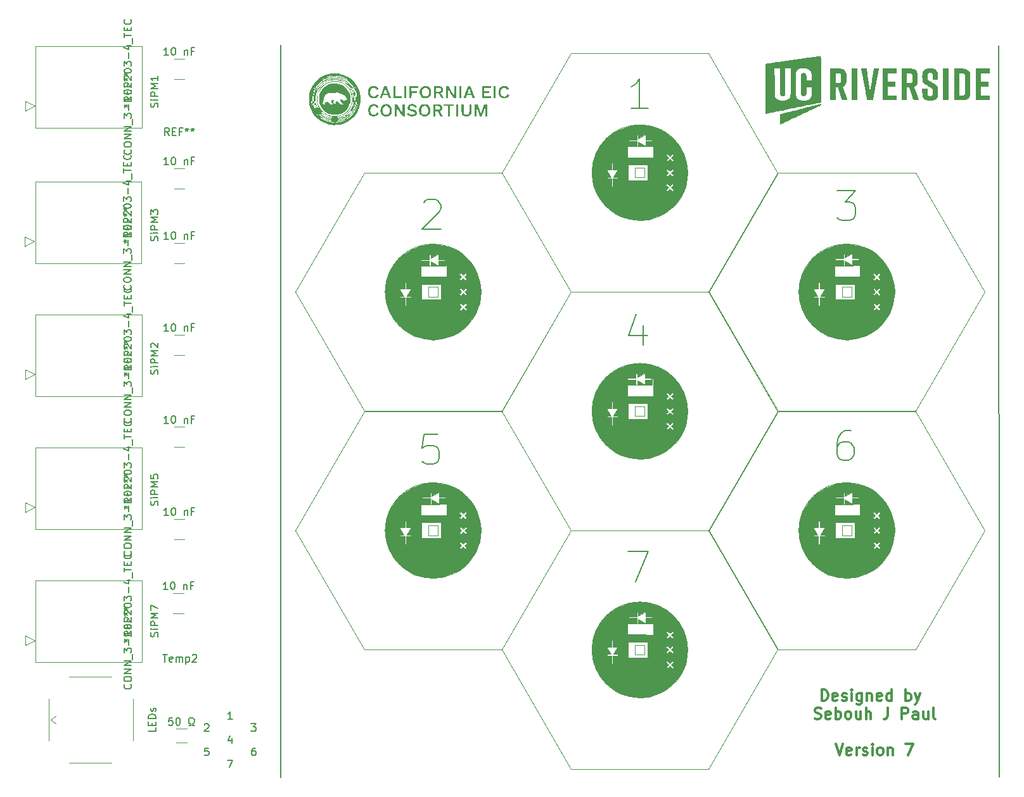
<source format=gbr>
%TF.GenerationSoftware,KiCad,Pcbnew,(6.0.8-1)-1*%
%TF.CreationDate,2023-03-28T15:47:02-04:00*%
%TF.ProjectId,Untitled,556e7469-746c-4656-942e-6b696361645f,rev?*%
%TF.SameCoordinates,Original*%
%TF.FileFunction,Legend,Top*%
%TF.FilePolarity,Positive*%
%FSLAX46Y46*%
G04 Gerber Fmt 4.6, Leading zero omitted, Abs format (unit mm)*
G04 Created by KiCad (PCBNEW (6.0.8-1)-1) date 2023-03-28 15:47:02*
%MOMM*%
%LPD*%
G01*
G04 APERTURE LIST*
%ADD10C,0.150000*%
%ADD11C,0.300000*%
%ADD12C,0.120000*%
%ADD13C,0.080000*%
G04 APERTURE END LIST*
D10*
X126066666Y-100709523D02*
X128733333Y-100709523D01*
X127019047Y-104709523D01*
X155861904Y-84509523D02*
X155100000Y-84509523D01*
X154719047Y-84700000D01*
X154528571Y-84890476D01*
X154147619Y-85461904D01*
X153957142Y-86223809D01*
X153957142Y-87747619D01*
X154147619Y-88128571D01*
X154338095Y-88319047D01*
X154719047Y-88509523D01*
X155480952Y-88509523D01*
X155861904Y-88319047D01*
X156052380Y-88128571D01*
X156242857Y-87747619D01*
X156242857Y-86795238D01*
X156052380Y-86414285D01*
X155861904Y-86223809D01*
X155480952Y-86033333D01*
X154719047Y-86033333D01*
X154338095Y-86223809D01*
X154147619Y-86414285D01*
X153957142Y-86795238D01*
X100652380Y-85009523D02*
X98747619Y-85009523D01*
X98557142Y-86914285D01*
X98747619Y-86723809D01*
X99128571Y-86533333D01*
X100080952Y-86533333D01*
X100461904Y-86723809D01*
X100652380Y-86914285D01*
X100842857Y-87295238D01*
X100842857Y-88247619D01*
X100652380Y-88628571D01*
X100461904Y-88819047D01*
X100080952Y-89009523D01*
X99128571Y-89009523D01*
X98747619Y-88819047D01*
X98557142Y-88628571D01*
X128061904Y-70442857D02*
X128061904Y-73109523D01*
X127109523Y-68919047D02*
X126157142Y-71776190D01*
X128633333Y-71776190D01*
X153966666Y-52409523D02*
X156442857Y-52409523D01*
X155109523Y-53933333D01*
X155680952Y-53933333D01*
X156061904Y-54123809D01*
X156252380Y-54314285D01*
X156442857Y-54695238D01*
X156442857Y-55647619D01*
X156252380Y-56028571D01*
X156061904Y-56219047D01*
X155680952Y-56409523D01*
X154538095Y-56409523D01*
X154157142Y-56219047D01*
X153966666Y-56028571D01*
X98757142Y-53990476D02*
X98947619Y-53800000D01*
X99328571Y-53609523D01*
X100280952Y-53609523D01*
X100661904Y-53800000D01*
X100852380Y-53990476D01*
X101042857Y-54371428D01*
X101042857Y-54752380D01*
X100852380Y-55323809D01*
X98566666Y-57609523D01*
X101042857Y-57609523D01*
X128742857Y-41409523D02*
X126457142Y-41409523D01*
X127600000Y-41409523D02*
X127600000Y-37409523D01*
X127219047Y-37980952D01*
X126838095Y-38361904D01*
X126457142Y-38552380D01*
X175600000Y-33000000D02*
X175640000Y-130800000D01*
X79630000Y-32920000D02*
X79630000Y-130910000D01*
X63204761Y-94514282D02*
X63252380Y-94371425D01*
X63252380Y-94133330D01*
X63204761Y-94038092D01*
X63157142Y-93990473D01*
X63061904Y-93942854D01*
X62966666Y-93942854D01*
X62871428Y-93990473D01*
X62823809Y-94038092D01*
X62776190Y-94133330D01*
X62728571Y-94323806D01*
X62680952Y-94419044D01*
X62633333Y-94466663D01*
X62538095Y-94514282D01*
X62442857Y-94514282D01*
X62347619Y-94466663D01*
X62300000Y-94419044D01*
X62252380Y-94323806D01*
X62252380Y-94085711D01*
X62300000Y-93942854D01*
X63252380Y-93514282D02*
X62585714Y-93514282D01*
X62252380Y-93514282D02*
X62300000Y-93561901D01*
X62347619Y-93514282D01*
X62300000Y-93466663D01*
X62252380Y-93514282D01*
X62347619Y-93514282D01*
X63252380Y-93038092D02*
X62252380Y-93038092D01*
X62252380Y-92657139D01*
X62300000Y-92561901D01*
X62347619Y-92514282D01*
X62442857Y-92466663D01*
X62585714Y-92466663D01*
X62680952Y-92514282D01*
X62728571Y-92561901D01*
X62776190Y-92657139D01*
X62776190Y-93038092D01*
X63252380Y-92038092D02*
X62252380Y-92038092D01*
X62966666Y-91704758D01*
X62252380Y-91371425D01*
X63252380Y-91371425D01*
X62252380Y-90419044D02*
X62252380Y-90895234D01*
X62728571Y-90942854D01*
X62680952Y-90895234D01*
X62633333Y-90799996D01*
X62633333Y-90561901D01*
X62680952Y-90466663D01*
X62728571Y-90419044D01*
X62823809Y-90371425D01*
X63061904Y-90371425D01*
X63157142Y-90419044D01*
X63204761Y-90466663D01*
X63252380Y-90561901D01*
X63252380Y-90799996D01*
X63204761Y-90895234D01*
X63157142Y-90942854D01*
X63204761Y-41271428D02*
X63252380Y-41128571D01*
X63252380Y-40890476D01*
X63204761Y-40795238D01*
X63157142Y-40747619D01*
X63061904Y-40700000D01*
X62966666Y-40700000D01*
X62871428Y-40747619D01*
X62823809Y-40795238D01*
X62776190Y-40890476D01*
X62728571Y-41080952D01*
X62680952Y-41176190D01*
X62633333Y-41223809D01*
X62538095Y-41271428D01*
X62442857Y-41271428D01*
X62347619Y-41223809D01*
X62300000Y-41176190D01*
X62252380Y-41080952D01*
X62252380Y-40842857D01*
X62300000Y-40700000D01*
X63252380Y-40271428D02*
X62585714Y-40271428D01*
X62252380Y-40271428D02*
X62300000Y-40319047D01*
X62347619Y-40271428D01*
X62300000Y-40223809D01*
X62252380Y-40271428D01*
X62347619Y-40271428D01*
X63252380Y-39795238D02*
X62252380Y-39795238D01*
X62252380Y-39414285D01*
X62300000Y-39319047D01*
X62347619Y-39271428D01*
X62442857Y-39223809D01*
X62585714Y-39223809D01*
X62680952Y-39271428D01*
X62728571Y-39319047D01*
X62776190Y-39414285D01*
X62776190Y-39795238D01*
X63252380Y-38795238D02*
X62252380Y-38795238D01*
X62966666Y-38461904D01*
X62252380Y-38128571D01*
X63252380Y-38128571D01*
X63252380Y-37128571D02*
X63252380Y-37700000D01*
X63252380Y-37414285D02*
X62252380Y-37414285D01*
X62395238Y-37509523D01*
X62490476Y-37604761D01*
X62538095Y-37700000D01*
X63204761Y-59114284D02*
X63252380Y-58971427D01*
X63252380Y-58733332D01*
X63204761Y-58638094D01*
X63157142Y-58590475D01*
X63061904Y-58542856D01*
X62966666Y-58542856D01*
X62871428Y-58590475D01*
X62823809Y-58638094D01*
X62776190Y-58733332D01*
X62728571Y-58923808D01*
X62680952Y-59019046D01*
X62633333Y-59066665D01*
X62538095Y-59114284D01*
X62442857Y-59114284D01*
X62347619Y-59066665D01*
X62300000Y-59019046D01*
X62252380Y-58923808D01*
X62252380Y-58685713D01*
X62300000Y-58542856D01*
X63252380Y-58114284D02*
X62585714Y-58114284D01*
X62252380Y-58114284D02*
X62300000Y-58161903D01*
X62347619Y-58114284D01*
X62300000Y-58066665D01*
X62252380Y-58114284D01*
X62347619Y-58114284D01*
X63252380Y-57638094D02*
X62252380Y-57638094D01*
X62252380Y-57257141D01*
X62300000Y-57161903D01*
X62347619Y-57114284D01*
X62442857Y-57066665D01*
X62585714Y-57066665D01*
X62680952Y-57114284D01*
X62728571Y-57161903D01*
X62776190Y-57257141D01*
X62776190Y-57638094D01*
X63252380Y-56638094D02*
X62252380Y-56638094D01*
X62966666Y-56304760D01*
X62252380Y-55971427D01*
X63252380Y-55971427D01*
X62252380Y-55590475D02*
X62252380Y-54971427D01*
X62633333Y-55304760D01*
X62633333Y-55161903D01*
X62680952Y-55066665D01*
X62728571Y-55019046D01*
X62823809Y-54971427D01*
X63061904Y-54971427D01*
X63157142Y-55019046D01*
X63204761Y-55066665D01*
X63252380Y-55161903D01*
X63252380Y-55447617D01*
X63204761Y-55542856D01*
X63157142Y-55590475D01*
X63204761Y-112071428D02*
X63252380Y-111928571D01*
X63252380Y-111690476D01*
X63204761Y-111595238D01*
X63157142Y-111547619D01*
X63061904Y-111500000D01*
X62966666Y-111500000D01*
X62871428Y-111547619D01*
X62823809Y-111595238D01*
X62776190Y-111690476D01*
X62728571Y-111880952D01*
X62680952Y-111976190D01*
X62633333Y-112023809D01*
X62538095Y-112071428D01*
X62442857Y-112071428D01*
X62347619Y-112023809D01*
X62300000Y-111976190D01*
X62252380Y-111880952D01*
X62252380Y-111642857D01*
X62300000Y-111500000D01*
X63252380Y-111071428D02*
X62585714Y-111071428D01*
X62252380Y-111071428D02*
X62300000Y-111119047D01*
X62347619Y-111071428D01*
X62300000Y-111023809D01*
X62252380Y-111071428D01*
X62347619Y-111071428D01*
X63252380Y-110595238D02*
X62252380Y-110595238D01*
X62252380Y-110214285D01*
X62300000Y-110119047D01*
X62347619Y-110071428D01*
X62442857Y-110023809D01*
X62585714Y-110023809D01*
X62680952Y-110071428D01*
X62728571Y-110119047D01*
X62776190Y-110214285D01*
X62776190Y-110595238D01*
X63252380Y-109595238D02*
X62252380Y-109595238D01*
X62966666Y-109261904D01*
X62252380Y-108928571D01*
X63252380Y-108928571D01*
X62252380Y-108547619D02*
X62252380Y-107880952D01*
X63252380Y-108309523D01*
X63204761Y-76957140D02*
X63252380Y-76814283D01*
X63252380Y-76576188D01*
X63204761Y-76480950D01*
X63157142Y-76433331D01*
X63061904Y-76385712D01*
X62966666Y-76385712D01*
X62871428Y-76433331D01*
X62823809Y-76480950D01*
X62776190Y-76576188D01*
X62728571Y-76766664D01*
X62680952Y-76861902D01*
X62633333Y-76909521D01*
X62538095Y-76957140D01*
X62442857Y-76957140D01*
X62347619Y-76909521D01*
X62300000Y-76861902D01*
X62252380Y-76766664D01*
X62252380Y-76528569D01*
X62300000Y-76385712D01*
X63252380Y-75957140D02*
X62585714Y-75957140D01*
X62252380Y-75957140D02*
X62300000Y-76004759D01*
X62347619Y-75957140D01*
X62300000Y-75909521D01*
X62252380Y-75957140D01*
X62347619Y-75957140D01*
X63252380Y-75480950D02*
X62252380Y-75480950D01*
X62252380Y-75099997D01*
X62300000Y-75004759D01*
X62347619Y-74957140D01*
X62442857Y-74909521D01*
X62585714Y-74909521D01*
X62680952Y-74957140D01*
X62728571Y-75004759D01*
X62776190Y-75099997D01*
X62776190Y-75480950D01*
X63252380Y-74480950D02*
X62252380Y-74480950D01*
X62966666Y-74147616D01*
X62252380Y-73814283D01*
X63252380Y-73814283D01*
X62347619Y-73385712D02*
X62300000Y-73338092D01*
X62252380Y-73242854D01*
X62252380Y-73004759D01*
X62300000Y-72909521D01*
X62347619Y-72861902D01*
X62442857Y-72814283D01*
X62538095Y-72814283D01*
X62680952Y-72861902D01*
X63252380Y-73433331D01*
X63252380Y-72814283D01*
D11*
X151928571Y-120656071D02*
X151928571Y-119156071D01*
X152285714Y-119156071D01*
X152500000Y-119227500D01*
X152642857Y-119370357D01*
X152714285Y-119513214D01*
X152785714Y-119798928D01*
X152785714Y-120013214D01*
X152714285Y-120298928D01*
X152642857Y-120441785D01*
X152500000Y-120584642D01*
X152285714Y-120656071D01*
X151928571Y-120656071D01*
X154000000Y-120584642D02*
X153857142Y-120656071D01*
X153571428Y-120656071D01*
X153428571Y-120584642D01*
X153357142Y-120441785D01*
X153357142Y-119870357D01*
X153428571Y-119727500D01*
X153571428Y-119656071D01*
X153857142Y-119656071D01*
X154000000Y-119727500D01*
X154071428Y-119870357D01*
X154071428Y-120013214D01*
X153357142Y-120156071D01*
X154642857Y-120584642D02*
X154785714Y-120656071D01*
X155071428Y-120656071D01*
X155214285Y-120584642D01*
X155285714Y-120441785D01*
X155285714Y-120370357D01*
X155214285Y-120227500D01*
X155071428Y-120156071D01*
X154857142Y-120156071D01*
X154714285Y-120084642D01*
X154642857Y-119941785D01*
X154642857Y-119870357D01*
X154714285Y-119727500D01*
X154857142Y-119656071D01*
X155071428Y-119656071D01*
X155214285Y-119727500D01*
X155928571Y-120656071D02*
X155928571Y-119656071D01*
X155928571Y-119156071D02*
X155857142Y-119227500D01*
X155928571Y-119298928D01*
X156000000Y-119227500D01*
X155928571Y-119156071D01*
X155928571Y-119298928D01*
X157285714Y-119656071D02*
X157285714Y-120870357D01*
X157214285Y-121013214D01*
X157142857Y-121084642D01*
X157000000Y-121156071D01*
X156785714Y-121156071D01*
X156642857Y-121084642D01*
X157285714Y-120584642D02*
X157142857Y-120656071D01*
X156857142Y-120656071D01*
X156714285Y-120584642D01*
X156642857Y-120513214D01*
X156571428Y-120370357D01*
X156571428Y-119941785D01*
X156642857Y-119798928D01*
X156714285Y-119727500D01*
X156857142Y-119656071D01*
X157142857Y-119656071D01*
X157285714Y-119727500D01*
X158000000Y-119656071D02*
X158000000Y-120656071D01*
X158000000Y-119798928D02*
X158071428Y-119727500D01*
X158214285Y-119656071D01*
X158428571Y-119656071D01*
X158571428Y-119727500D01*
X158642857Y-119870357D01*
X158642857Y-120656071D01*
X159928571Y-120584642D02*
X159785714Y-120656071D01*
X159500000Y-120656071D01*
X159357142Y-120584642D01*
X159285714Y-120441785D01*
X159285714Y-119870357D01*
X159357142Y-119727500D01*
X159500000Y-119656071D01*
X159785714Y-119656071D01*
X159928571Y-119727500D01*
X160000000Y-119870357D01*
X160000000Y-120013214D01*
X159285714Y-120156071D01*
X161285714Y-120656071D02*
X161285714Y-119156071D01*
X161285714Y-120584642D02*
X161142857Y-120656071D01*
X160857142Y-120656071D01*
X160714285Y-120584642D01*
X160642857Y-120513214D01*
X160571428Y-120370357D01*
X160571428Y-119941785D01*
X160642857Y-119798928D01*
X160714285Y-119727500D01*
X160857142Y-119656071D01*
X161142857Y-119656071D01*
X161285714Y-119727500D01*
X163142857Y-120656071D02*
X163142857Y-119156071D01*
X163142857Y-119727500D02*
X163285714Y-119656071D01*
X163571428Y-119656071D01*
X163714285Y-119727500D01*
X163785714Y-119798928D01*
X163857142Y-119941785D01*
X163857142Y-120370357D01*
X163785714Y-120513214D01*
X163714285Y-120584642D01*
X163571428Y-120656071D01*
X163285714Y-120656071D01*
X163142857Y-120584642D01*
X164357142Y-119656071D02*
X164714285Y-120656071D01*
X165071428Y-119656071D02*
X164714285Y-120656071D01*
X164571428Y-121013214D01*
X164500000Y-121084642D01*
X164357142Y-121156071D01*
X151000000Y-122999642D02*
X151214285Y-123071071D01*
X151571428Y-123071071D01*
X151714285Y-122999642D01*
X151785714Y-122928214D01*
X151857142Y-122785357D01*
X151857142Y-122642500D01*
X151785714Y-122499642D01*
X151714285Y-122428214D01*
X151571428Y-122356785D01*
X151285714Y-122285357D01*
X151142857Y-122213928D01*
X151071428Y-122142500D01*
X151000000Y-121999642D01*
X151000000Y-121856785D01*
X151071428Y-121713928D01*
X151142857Y-121642500D01*
X151285714Y-121571071D01*
X151642857Y-121571071D01*
X151857142Y-121642500D01*
X153071428Y-122999642D02*
X152928571Y-123071071D01*
X152642857Y-123071071D01*
X152500000Y-122999642D01*
X152428571Y-122856785D01*
X152428571Y-122285357D01*
X152500000Y-122142500D01*
X152642857Y-122071071D01*
X152928571Y-122071071D01*
X153071428Y-122142500D01*
X153142857Y-122285357D01*
X153142857Y-122428214D01*
X152428571Y-122571071D01*
X153785714Y-123071071D02*
X153785714Y-121571071D01*
X153785714Y-122142500D02*
X153928571Y-122071071D01*
X154214285Y-122071071D01*
X154357142Y-122142500D01*
X154428571Y-122213928D01*
X154500000Y-122356785D01*
X154500000Y-122785357D01*
X154428571Y-122928214D01*
X154357142Y-122999642D01*
X154214285Y-123071071D01*
X153928571Y-123071071D01*
X153785714Y-122999642D01*
X155357142Y-123071071D02*
X155214285Y-122999642D01*
X155142857Y-122928214D01*
X155071428Y-122785357D01*
X155071428Y-122356785D01*
X155142857Y-122213928D01*
X155214285Y-122142500D01*
X155357142Y-122071071D01*
X155571428Y-122071071D01*
X155714285Y-122142500D01*
X155785714Y-122213928D01*
X155857142Y-122356785D01*
X155857142Y-122785357D01*
X155785714Y-122928214D01*
X155714285Y-122999642D01*
X155571428Y-123071071D01*
X155357142Y-123071071D01*
X157142857Y-122071071D02*
X157142857Y-123071071D01*
X156500000Y-122071071D02*
X156500000Y-122856785D01*
X156571428Y-122999642D01*
X156714285Y-123071071D01*
X156928571Y-123071071D01*
X157071428Y-122999642D01*
X157142857Y-122928214D01*
X157857142Y-123071071D02*
X157857142Y-121571071D01*
X158500000Y-123071071D02*
X158500000Y-122285357D01*
X158428571Y-122142500D01*
X158285714Y-122071071D01*
X158071428Y-122071071D01*
X157928571Y-122142500D01*
X157857142Y-122213928D01*
X160785714Y-121571071D02*
X160785714Y-122642500D01*
X160714285Y-122856785D01*
X160571428Y-122999642D01*
X160357142Y-123071071D01*
X160214285Y-123071071D01*
X162642857Y-123071071D02*
X162642857Y-121571071D01*
X163214285Y-121571071D01*
X163357142Y-121642500D01*
X163428571Y-121713928D01*
X163500000Y-121856785D01*
X163500000Y-122071071D01*
X163428571Y-122213928D01*
X163357142Y-122285357D01*
X163214285Y-122356785D01*
X162642857Y-122356785D01*
X164785714Y-123071071D02*
X164785714Y-122285357D01*
X164714285Y-122142500D01*
X164571428Y-122071071D01*
X164285714Y-122071071D01*
X164142857Y-122142500D01*
X164785714Y-122999642D02*
X164642857Y-123071071D01*
X164285714Y-123071071D01*
X164142857Y-122999642D01*
X164071428Y-122856785D01*
X164071428Y-122713928D01*
X164142857Y-122571071D01*
X164285714Y-122499642D01*
X164642857Y-122499642D01*
X164785714Y-122428214D01*
X166142857Y-122071071D02*
X166142857Y-123071071D01*
X165500000Y-122071071D02*
X165500000Y-122856785D01*
X165571428Y-122999642D01*
X165714285Y-123071071D01*
X165928571Y-123071071D01*
X166071428Y-122999642D01*
X166142857Y-122928214D01*
X167071428Y-123071071D02*
X166928571Y-122999642D01*
X166857142Y-122856785D01*
X166857142Y-121571071D01*
X153785714Y-126401071D02*
X154285714Y-127901071D01*
X154785714Y-126401071D01*
X155857142Y-127829642D02*
X155714285Y-127901071D01*
X155428571Y-127901071D01*
X155285714Y-127829642D01*
X155214285Y-127686785D01*
X155214285Y-127115357D01*
X155285714Y-126972500D01*
X155428571Y-126901071D01*
X155714285Y-126901071D01*
X155857142Y-126972500D01*
X155928571Y-127115357D01*
X155928571Y-127258214D01*
X155214285Y-127401071D01*
X156571428Y-127901071D02*
X156571428Y-126901071D01*
X156571428Y-127186785D02*
X156642857Y-127043928D01*
X156714285Y-126972500D01*
X156857142Y-126901071D01*
X157000000Y-126901071D01*
X157428571Y-127829642D02*
X157571428Y-127901071D01*
X157857142Y-127901071D01*
X158000000Y-127829642D01*
X158071428Y-127686785D01*
X158071428Y-127615357D01*
X158000000Y-127472500D01*
X157857142Y-127401071D01*
X157642857Y-127401071D01*
X157500000Y-127329642D01*
X157428571Y-127186785D01*
X157428571Y-127115357D01*
X157500000Y-126972500D01*
X157642857Y-126901071D01*
X157857142Y-126901071D01*
X158000000Y-126972500D01*
X158714285Y-127901071D02*
X158714285Y-126901071D01*
X158714285Y-126401071D02*
X158642857Y-126472500D01*
X158714285Y-126543928D01*
X158785714Y-126472500D01*
X158714285Y-126401071D01*
X158714285Y-126543928D01*
X159642857Y-127901071D02*
X159500000Y-127829642D01*
X159428571Y-127758214D01*
X159357142Y-127615357D01*
X159357142Y-127186785D01*
X159428571Y-127043928D01*
X159500000Y-126972500D01*
X159642857Y-126901071D01*
X159857142Y-126901071D01*
X160000000Y-126972500D01*
X160071428Y-127043928D01*
X160142857Y-127186785D01*
X160142857Y-127615357D01*
X160071428Y-127758214D01*
X160000000Y-127829642D01*
X159857142Y-127901071D01*
X159642857Y-127901071D01*
X160785714Y-126901071D02*
X160785714Y-127901071D01*
X160785714Y-127043928D02*
X160857142Y-126972500D01*
X161000000Y-126901071D01*
X161214285Y-126901071D01*
X161357142Y-126972500D01*
X161428571Y-127115357D01*
X161428571Y-127901071D01*
X163142857Y-126401071D02*
X164142857Y-126401071D01*
X163500000Y-127901071D01*
D10*
X73185714Y-123132380D02*
X72614285Y-123132380D01*
X72900000Y-123132380D02*
X72900000Y-122132380D01*
X72804761Y-122275238D01*
X72709523Y-122370476D01*
X72614285Y-122418095D01*
X69471428Y-123837619D02*
X69519047Y-123790000D01*
X69614285Y-123742380D01*
X69852380Y-123742380D01*
X69947619Y-123790000D01*
X69995238Y-123837619D01*
X70042857Y-123932857D01*
X70042857Y-124028095D01*
X69995238Y-124170952D01*
X69423809Y-124742380D01*
X70042857Y-124742380D01*
X75709523Y-123742380D02*
X76328571Y-123742380D01*
X75995238Y-124123333D01*
X76138095Y-124123333D01*
X76233333Y-124170952D01*
X76280952Y-124218571D01*
X76328571Y-124313809D01*
X76328571Y-124551904D01*
X76280952Y-124647142D01*
X76233333Y-124694761D01*
X76138095Y-124742380D01*
X75852380Y-124742380D01*
X75757142Y-124694761D01*
X75709523Y-124647142D01*
X73090476Y-125685714D02*
X73090476Y-126352380D01*
X72852380Y-125304761D02*
X72614285Y-126019047D01*
X73233333Y-126019047D01*
X69995238Y-126962380D02*
X69519047Y-126962380D01*
X69471428Y-127438571D01*
X69519047Y-127390952D01*
X69614285Y-127343333D01*
X69852380Y-127343333D01*
X69947619Y-127390952D01*
X69995238Y-127438571D01*
X70042857Y-127533809D01*
X70042857Y-127771904D01*
X69995238Y-127867142D01*
X69947619Y-127914761D01*
X69852380Y-127962380D01*
X69614285Y-127962380D01*
X69519047Y-127914761D01*
X69471428Y-127867142D01*
X76233333Y-126962380D02*
X76042857Y-126962380D01*
X75947619Y-127010000D01*
X75900000Y-127057619D01*
X75804761Y-127200476D01*
X75757142Y-127390952D01*
X75757142Y-127771904D01*
X75804761Y-127867142D01*
X75852380Y-127914761D01*
X75947619Y-127962380D01*
X76138095Y-127962380D01*
X76233333Y-127914761D01*
X76280952Y-127867142D01*
X76328571Y-127771904D01*
X76328571Y-127533809D01*
X76280952Y-127438571D01*
X76233333Y-127390952D01*
X76138095Y-127343333D01*
X75947619Y-127343333D01*
X75852380Y-127390952D01*
X75804761Y-127438571D01*
X75757142Y-127533809D01*
X72566666Y-128572380D02*
X73233333Y-128572380D01*
X72804761Y-129572380D01*
%TO.C,10 nF*%
X64547619Y-105752380D02*
X63976190Y-105752380D01*
X64261904Y-105752380D02*
X64261904Y-104752380D01*
X64166666Y-104895238D01*
X64071428Y-104990476D01*
X63976190Y-105038095D01*
X65166666Y-104752380D02*
X65261904Y-104752380D01*
X65357142Y-104800000D01*
X65404761Y-104847619D01*
X65452380Y-104942857D01*
X65500000Y-105133333D01*
X65500000Y-105371428D01*
X65452380Y-105561904D01*
X65404761Y-105657142D01*
X65357142Y-105704761D01*
X65261904Y-105752380D01*
X65166666Y-105752380D01*
X65071428Y-105704761D01*
X65023809Y-105657142D01*
X64976190Y-105561904D01*
X64928571Y-105371428D01*
X64928571Y-105133333D01*
X64976190Y-104942857D01*
X65023809Y-104847619D01*
X65071428Y-104800000D01*
X65166666Y-104752380D01*
X66690476Y-105085714D02*
X66690476Y-105752380D01*
X66690476Y-105180952D02*
X66738095Y-105133333D01*
X66833333Y-105085714D01*
X66976190Y-105085714D01*
X67071428Y-105133333D01*
X67119047Y-105228571D01*
X67119047Y-105752380D01*
X67928571Y-105228571D02*
X67595238Y-105228571D01*
X67595238Y-105752380D02*
X67595238Y-104752380D01*
X68071428Y-104752380D01*
%TO.C,Temp2*%
X63890476Y-114452380D02*
X64461904Y-114452380D01*
X64176190Y-115452380D02*
X64176190Y-114452380D01*
X65176190Y-115404761D02*
X65080952Y-115452380D01*
X64890476Y-115452380D01*
X64795238Y-115404761D01*
X64747619Y-115309523D01*
X64747619Y-114928571D01*
X64795238Y-114833333D01*
X64890476Y-114785714D01*
X65080952Y-114785714D01*
X65176190Y-114833333D01*
X65223809Y-114928571D01*
X65223809Y-115023809D01*
X64747619Y-115119047D01*
X65652380Y-115452380D02*
X65652380Y-114785714D01*
X65652380Y-114880952D02*
X65700000Y-114833333D01*
X65795238Y-114785714D01*
X65938095Y-114785714D01*
X66033333Y-114833333D01*
X66080952Y-114928571D01*
X66080952Y-115452380D01*
X66080952Y-114928571D02*
X66128571Y-114833333D01*
X66223809Y-114785714D01*
X66366666Y-114785714D01*
X66461904Y-114833333D01*
X66509523Y-114928571D01*
X66509523Y-115452380D01*
X66985714Y-114785714D02*
X66985714Y-115785714D01*
X66985714Y-114833333D02*
X67080952Y-114785714D01*
X67271428Y-114785714D01*
X67366666Y-114833333D01*
X67414285Y-114880952D01*
X67461904Y-114976190D01*
X67461904Y-115261904D01*
X67414285Y-115357142D01*
X67366666Y-115404761D01*
X67271428Y-115452380D01*
X67080952Y-115452380D01*
X66985714Y-115404761D01*
X67842857Y-114547619D02*
X67890476Y-114500000D01*
X67985714Y-114452380D01*
X68223809Y-114452380D01*
X68319047Y-114500000D01*
X68366666Y-114547619D01*
X68414285Y-114642857D01*
X68414285Y-114738095D01*
X68366666Y-114880952D01*
X67795238Y-115452380D01*
X68414285Y-115452380D01*
%TO.C,50 \u03A9*%
X65209523Y-122932380D02*
X64733333Y-122932380D01*
X64685714Y-123408571D01*
X64733333Y-123360952D01*
X64828571Y-123313333D01*
X65066666Y-123313333D01*
X65161904Y-123360952D01*
X65209523Y-123408571D01*
X65257142Y-123503809D01*
X65257142Y-123741904D01*
X65209523Y-123837142D01*
X65161904Y-123884761D01*
X65066666Y-123932380D01*
X64828571Y-123932380D01*
X64733333Y-123884761D01*
X64685714Y-123837142D01*
X65876190Y-122932380D02*
X65971428Y-122932380D01*
X66066666Y-122980000D01*
X66114285Y-123027619D01*
X66161904Y-123122857D01*
X66209523Y-123313333D01*
X66209523Y-123551428D01*
X66161904Y-123741904D01*
X66114285Y-123837142D01*
X66066666Y-123884761D01*
X65971428Y-123932380D01*
X65876190Y-123932380D01*
X65780952Y-123884761D01*
X65733333Y-123837142D01*
X65685714Y-123741904D01*
X65638095Y-123551428D01*
X65638095Y-123313333D01*
X65685714Y-123122857D01*
X65733333Y-123027619D01*
X65780952Y-122980000D01*
X65876190Y-122932380D01*
X67352380Y-123932380D02*
X67590476Y-123932380D01*
X67590476Y-123741904D01*
X67495238Y-123694285D01*
X67400000Y-123599047D01*
X67352380Y-123456190D01*
X67352380Y-123218095D01*
X67400000Y-123075238D01*
X67495238Y-122980000D01*
X67638095Y-122932380D01*
X67828571Y-122932380D01*
X67971428Y-122980000D01*
X68066666Y-123075238D01*
X68114285Y-123218095D01*
X68114285Y-123456190D01*
X68066666Y-123599047D01*
X67971428Y-123694285D01*
X67876190Y-123741904D01*
X67876190Y-123932380D01*
X68114285Y-123932380D01*
%TO.C,REF\u002A\u002A*%
X64766666Y-45052380D02*
X64433333Y-44576190D01*
X64195238Y-45052380D02*
X64195238Y-44052380D01*
X64576190Y-44052380D01*
X64671428Y-44100000D01*
X64719047Y-44147619D01*
X64766666Y-44242857D01*
X64766666Y-44385714D01*
X64719047Y-44480952D01*
X64671428Y-44528571D01*
X64576190Y-44576190D01*
X64195238Y-44576190D01*
X65195238Y-44528571D02*
X65528571Y-44528571D01*
X65671428Y-45052380D02*
X65195238Y-45052380D01*
X65195238Y-44052380D01*
X65671428Y-44052380D01*
X66433333Y-44528571D02*
X66100000Y-44528571D01*
X66100000Y-45052380D02*
X66100000Y-44052380D01*
X66576190Y-44052380D01*
X67100000Y-44052380D02*
X67100000Y-44290476D01*
X66861904Y-44195238D02*
X67100000Y-44290476D01*
X67338095Y-44195238D01*
X66957142Y-44480952D02*
X67100000Y-44290476D01*
X67242857Y-44480952D01*
X67861904Y-44052380D02*
X67861904Y-44290476D01*
X67623809Y-44195238D02*
X67861904Y-44290476D01*
X68100000Y-44195238D01*
X67719047Y-44480952D02*
X67861904Y-44290476D01*
X68004761Y-44480952D01*
%TO.C,10 nF*%
X64647619Y-34298096D02*
X64076190Y-34298096D01*
X64361904Y-34298096D02*
X64361904Y-33298096D01*
X64266666Y-33440954D01*
X64171428Y-33536192D01*
X64076190Y-33583811D01*
X65266666Y-33298096D02*
X65361904Y-33298096D01*
X65457142Y-33345716D01*
X65504761Y-33393335D01*
X65552380Y-33488573D01*
X65600000Y-33679049D01*
X65600000Y-33917144D01*
X65552380Y-34107620D01*
X65504761Y-34202858D01*
X65457142Y-34250477D01*
X65361904Y-34298096D01*
X65266666Y-34298096D01*
X65171428Y-34250477D01*
X65123809Y-34202858D01*
X65076190Y-34107620D01*
X65028571Y-33917144D01*
X65028571Y-33679049D01*
X65076190Y-33488573D01*
X65123809Y-33393335D01*
X65171428Y-33345716D01*
X65266666Y-33298096D01*
X66790476Y-33631430D02*
X66790476Y-34298096D01*
X66790476Y-33726668D02*
X66838095Y-33679049D01*
X66933333Y-33631430D01*
X67076190Y-33631430D01*
X67171428Y-33679049D01*
X67219047Y-33774287D01*
X67219047Y-34298096D01*
X68028571Y-33774287D02*
X67695238Y-33774287D01*
X67695238Y-34298096D02*
X67695238Y-33298096D01*
X68171428Y-33298096D01*
%TO.C,REF\u002A\u002A*%
X59652380Y-57993333D02*
X59176190Y-58326666D01*
X59652380Y-58564761D02*
X58652380Y-58564761D01*
X58652380Y-58183809D01*
X58700000Y-58088571D01*
X58747619Y-58040952D01*
X58842857Y-57993333D01*
X58985714Y-57993333D01*
X59080952Y-58040952D01*
X59128571Y-58088571D01*
X59176190Y-58183809D01*
X59176190Y-58564761D01*
X59128571Y-57564761D02*
X59128571Y-57231428D01*
X59652380Y-57088571D02*
X59652380Y-57564761D01*
X58652380Y-57564761D01*
X58652380Y-57088571D01*
X59128571Y-56326666D02*
X59128571Y-56660000D01*
X59652380Y-56660000D02*
X58652380Y-56660000D01*
X58652380Y-56183809D01*
X58652380Y-55660000D02*
X58890476Y-55660000D01*
X58795238Y-55898095D02*
X58890476Y-55660000D01*
X58795238Y-55421904D01*
X59080952Y-55802857D02*
X58890476Y-55660000D01*
X59080952Y-55517142D01*
X58652380Y-54898095D02*
X58890476Y-54898095D01*
X58795238Y-55136190D02*
X58890476Y-54898095D01*
X58795238Y-54660000D01*
X59080952Y-55040952D02*
X58890476Y-54898095D01*
X59080952Y-54755238D01*
X59557142Y-65064761D02*
X59604761Y-65112380D01*
X59652380Y-65255238D01*
X59652380Y-65350476D01*
X59604761Y-65493333D01*
X59509523Y-65588571D01*
X59414285Y-65636190D01*
X59223809Y-65683809D01*
X59080952Y-65683809D01*
X58890476Y-65636190D01*
X58795238Y-65588571D01*
X58700000Y-65493333D01*
X58652380Y-65350476D01*
X58652380Y-65255238D01*
X58700000Y-65112380D01*
X58747619Y-65064761D01*
X58652380Y-64445714D02*
X58652380Y-64255238D01*
X58700000Y-64160000D01*
X58795238Y-64064761D01*
X58985714Y-64017142D01*
X59319047Y-64017142D01*
X59509523Y-64064761D01*
X59604761Y-64160000D01*
X59652380Y-64255238D01*
X59652380Y-64445714D01*
X59604761Y-64540952D01*
X59509523Y-64636190D01*
X59319047Y-64683809D01*
X58985714Y-64683809D01*
X58795238Y-64636190D01*
X58700000Y-64540952D01*
X58652380Y-64445714D01*
X59652380Y-63588571D02*
X58652380Y-63588571D01*
X59652380Y-63017142D01*
X58652380Y-63017142D01*
X59652380Y-62540952D02*
X58652380Y-62540952D01*
X59652380Y-61969523D01*
X58652380Y-61969523D01*
X59747619Y-61731428D02*
X59747619Y-60969523D01*
X58652380Y-60826666D02*
X58652380Y-60207619D01*
X59033333Y-60540952D01*
X59033333Y-60398095D01*
X59080952Y-60302857D01*
X59128571Y-60255238D01*
X59223809Y-60207619D01*
X59461904Y-60207619D01*
X59557142Y-60255238D01*
X59604761Y-60302857D01*
X59652380Y-60398095D01*
X59652380Y-60683809D01*
X59604761Y-60779047D01*
X59557142Y-60826666D01*
X59271428Y-59779047D02*
X59271428Y-59017142D01*
X59652380Y-58017142D02*
X59652380Y-58588571D01*
X59652380Y-58302857D02*
X58652380Y-58302857D01*
X58795238Y-58398095D01*
X58890476Y-58493333D01*
X58938095Y-58588571D01*
X58652380Y-57398095D02*
X58652380Y-57302857D01*
X58700000Y-57207619D01*
X58747619Y-57160000D01*
X58842857Y-57112380D01*
X59033333Y-57064761D01*
X59271428Y-57064761D01*
X59461904Y-57112380D01*
X59557142Y-57160000D01*
X59604761Y-57207619D01*
X59652380Y-57302857D01*
X59652380Y-57398095D01*
X59604761Y-57493333D01*
X59557142Y-57540952D01*
X59461904Y-57588571D01*
X59271428Y-57636190D01*
X59033333Y-57636190D01*
X58842857Y-57588571D01*
X58747619Y-57540952D01*
X58700000Y-57493333D01*
X58652380Y-57398095D01*
X58747619Y-56683809D02*
X58700000Y-56636190D01*
X58652380Y-56540952D01*
X58652380Y-56302857D01*
X58700000Y-56207619D01*
X58747619Y-56160000D01*
X58842857Y-56112380D01*
X58938095Y-56112380D01*
X59080952Y-56160000D01*
X59652380Y-56731428D01*
X59652380Y-56112380D01*
X58747619Y-55731428D02*
X58700000Y-55683809D01*
X58652380Y-55588571D01*
X58652380Y-55350476D01*
X58700000Y-55255238D01*
X58747619Y-55207619D01*
X58842857Y-55160000D01*
X58938095Y-55160000D01*
X59080952Y-55207619D01*
X59652380Y-55779047D01*
X59652380Y-55160000D01*
X58652380Y-54540952D02*
X58652380Y-54445714D01*
X58700000Y-54350476D01*
X58747619Y-54302857D01*
X58842857Y-54255238D01*
X59033333Y-54207619D01*
X59271428Y-54207619D01*
X59461904Y-54255238D01*
X59557142Y-54302857D01*
X59604761Y-54350476D01*
X59652380Y-54445714D01*
X59652380Y-54540952D01*
X59604761Y-54636190D01*
X59557142Y-54683809D01*
X59461904Y-54731428D01*
X59271428Y-54779047D01*
X59033333Y-54779047D01*
X58842857Y-54731428D01*
X58747619Y-54683809D01*
X58700000Y-54636190D01*
X58652380Y-54540952D01*
X58652380Y-53874285D02*
X58652380Y-53255238D01*
X59033333Y-53588571D01*
X59033333Y-53445714D01*
X59080952Y-53350476D01*
X59128571Y-53302857D01*
X59223809Y-53255238D01*
X59461904Y-53255238D01*
X59557142Y-53302857D01*
X59604761Y-53350476D01*
X59652380Y-53445714D01*
X59652380Y-53731428D01*
X59604761Y-53826666D01*
X59557142Y-53874285D01*
X59271428Y-52826666D02*
X59271428Y-52064761D01*
X58985714Y-51160000D02*
X59652380Y-51160000D01*
X58604761Y-51398095D02*
X59319047Y-51636190D01*
X59319047Y-51017142D01*
X59747619Y-50874285D02*
X59747619Y-50112380D01*
X58652380Y-50017142D02*
X58652380Y-49445714D01*
X59652380Y-49731428D02*
X58652380Y-49731428D01*
X59128571Y-49112380D02*
X59128571Y-48779047D01*
X59652380Y-48636190D02*
X59652380Y-49112380D01*
X58652380Y-49112380D01*
X58652380Y-48636190D01*
X59557142Y-47636190D02*
X59604761Y-47683809D01*
X59652380Y-47826666D01*
X59652380Y-47921904D01*
X59604761Y-48064761D01*
X59509523Y-48160000D01*
X59414285Y-48207619D01*
X59223809Y-48255238D01*
X59080952Y-48255238D01*
X58890476Y-48207619D01*
X58795238Y-48160000D01*
X58700000Y-48064761D01*
X58652380Y-47921904D01*
X58652380Y-47826666D01*
X58700000Y-47683809D01*
X58747619Y-47636190D01*
X58652380Y-59200000D02*
X58890476Y-59200000D01*
X58795238Y-59438095D02*
X58890476Y-59200000D01*
X58795238Y-58961904D01*
X59080952Y-59342857D02*
X58890476Y-59200000D01*
X59080952Y-59057142D01*
%TO.C,LEDs*%
X62952380Y-124247619D02*
X62952380Y-124723809D01*
X61952380Y-124723809D01*
X62428571Y-123914285D02*
X62428571Y-123580952D01*
X62952380Y-123438095D02*
X62952380Y-123914285D01*
X61952380Y-123914285D01*
X61952380Y-123438095D01*
X62952380Y-123009523D02*
X61952380Y-123009523D01*
X61952380Y-122771428D01*
X62000000Y-122628571D01*
X62095238Y-122533333D01*
X62190476Y-122485714D01*
X62380952Y-122438095D01*
X62523809Y-122438095D01*
X62714285Y-122485714D01*
X62809523Y-122533333D01*
X62904761Y-122628571D01*
X62952380Y-122771428D01*
X62952380Y-123009523D01*
X62904761Y-122057142D02*
X62952380Y-121961904D01*
X62952380Y-121771428D01*
X62904761Y-121676190D01*
X62809523Y-121628571D01*
X62761904Y-121628571D01*
X62666666Y-121676190D01*
X62619047Y-121771428D01*
X62619047Y-121914285D01*
X62571428Y-122009523D01*
X62476190Y-122057142D01*
X62428571Y-122057142D01*
X62333333Y-122009523D01*
X62285714Y-121914285D01*
X62285714Y-121771428D01*
X62333333Y-121676190D01*
%TO.C,10 nF*%
X64647619Y-71225237D02*
X64076190Y-71225237D01*
X64361904Y-71225237D02*
X64361904Y-70225237D01*
X64266666Y-70368095D01*
X64171428Y-70463333D01*
X64076190Y-70510952D01*
X65266666Y-70225237D02*
X65361904Y-70225237D01*
X65457142Y-70272857D01*
X65504761Y-70320476D01*
X65552380Y-70415714D01*
X65600000Y-70606190D01*
X65600000Y-70844285D01*
X65552380Y-71034761D01*
X65504761Y-71129999D01*
X65457142Y-71177618D01*
X65361904Y-71225237D01*
X65266666Y-71225237D01*
X65171428Y-71177618D01*
X65123809Y-71129999D01*
X65076190Y-71034761D01*
X65028571Y-70844285D01*
X65028571Y-70606190D01*
X65076190Y-70415714D01*
X65123809Y-70320476D01*
X65171428Y-70272857D01*
X65266666Y-70225237D01*
X66790476Y-70558571D02*
X66790476Y-71225237D01*
X66790476Y-70653809D02*
X66838095Y-70606190D01*
X66933333Y-70558571D01*
X67076190Y-70558571D01*
X67171428Y-70606190D01*
X67219047Y-70701428D01*
X67219047Y-71225237D01*
X68028571Y-70701428D02*
X67695238Y-70701428D01*
X67695238Y-71225237D02*
X67695238Y-70225237D01*
X68171428Y-70225237D01*
%TO.C,REF\u002A\u002A*%
X59702480Y-39893333D02*
X59226290Y-40226666D01*
X59702480Y-40464761D02*
X58702480Y-40464761D01*
X58702480Y-40083809D01*
X58750100Y-39988571D01*
X58797719Y-39940952D01*
X58892957Y-39893333D01*
X59035814Y-39893333D01*
X59131052Y-39940952D01*
X59178671Y-39988571D01*
X59226290Y-40083809D01*
X59226290Y-40464761D01*
X59178671Y-39464761D02*
X59178671Y-39131428D01*
X59702480Y-38988571D02*
X59702480Y-39464761D01*
X58702480Y-39464761D01*
X58702480Y-38988571D01*
X59178671Y-38226666D02*
X59178671Y-38560000D01*
X59702480Y-38560000D02*
X58702480Y-38560000D01*
X58702480Y-38083809D01*
X58702480Y-37560000D02*
X58940576Y-37560000D01*
X58845338Y-37798095D02*
X58940576Y-37560000D01*
X58845338Y-37321904D01*
X59131052Y-37702857D02*
X58940576Y-37560000D01*
X59131052Y-37417142D01*
X58702480Y-36798095D02*
X58940576Y-36798095D01*
X58845338Y-37036190D02*
X58940576Y-36798095D01*
X58845338Y-36560000D01*
X59131052Y-36940952D02*
X58940576Y-36798095D01*
X59131052Y-36655238D01*
X59607242Y-46964761D02*
X59654861Y-47012380D01*
X59702480Y-47155238D01*
X59702480Y-47250476D01*
X59654861Y-47393333D01*
X59559623Y-47488571D01*
X59464385Y-47536190D01*
X59273909Y-47583809D01*
X59131052Y-47583809D01*
X58940576Y-47536190D01*
X58845338Y-47488571D01*
X58750100Y-47393333D01*
X58702480Y-47250476D01*
X58702480Y-47155238D01*
X58750100Y-47012380D01*
X58797719Y-46964761D01*
X58702480Y-46345714D02*
X58702480Y-46155238D01*
X58750100Y-46060000D01*
X58845338Y-45964761D01*
X59035814Y-45917142D01*
X59369147Y-45917142D01*
X59559623Y-45964761D01*
X59654861Y-46060000D01*
X59702480Y-46155238D01*
X59702480Y-46345714D01*
X59654861Y-46440952D01*
X59559623Y-46536190D01*
X59369147Y-46583809D01*
X59035814Y-46583809D01*
X58845338Y-46536190D01*
X58750100Y-46440952D01*
X58702480Y-46345714D01*
X59702480Y-45488571D02*
X58702480Y-45488571D01*
X59702480Y-44917142D01*
X58702480Y-44917142D01*
X59702480Y-44440952D02*
X58702480Y-44440952D01*
X59702480Y-43869523D01*
X58702480Y-43869523D01*
X59797719Y-43631428D02*
X59797719Y-42869523D01*
X58702480Y-42726666D02*
X58702480Y-42107619D01*
X59083433Y-42440952D01*
X59083433Y-42298095D01*
X59131052Y-42202857D01*
X59178671Y-42155238D01*
X59273909Y-42107619D01*
X59512004Y-42107619D01*
X59607242Y-42155238D01*
X59654861Y-42202857D01*
X59702480Y-42298095D01*
X59702480Y-42583809D01*
X59654861Y-42679047D01*
X59607242Y-42726666D01*
X59321528Y-41679047D02*
X59321528Y-40917142D01*
X59702480Y-39917142D02*
X59702480Y-40488571D01*
X59702480Y-40202857D02*
X58702480Y-40202857D01*
X58845338Y-40298095D01*
X58940576Y-40393333D01*
X58988195Y-40488571D01*
X58702480Y-39298095D02*
X58702480Y-39202857D01*
X58750100Y-39107619D01*
X58797719Y-39060000D01*
X58892957Y-39012380D01*
X59083433Y-38964761D01*
X59321528Y-38964761D01*
X59512004Y-39012380D01*
X59607242Y-39060000D01*
X59654861Y-39107619D01*
X59702480Y-39202857D01*
X59702480Y-39298095D01*
X59654861Y-39393333D01*
X59607242Y-39440952D01*
X59512004Y-39488571D01*
X59321528Y-39536190D01*
X59083433Y-39536190D01*
X58892957Y-39488571D01*
X58797719Y-39440952D01*
X58750100Y-39393333D01*
X58702480Y-39298095D01*
X58797719Y-38583809D02*
X58750100Y-38536190D01*
X58702480Y-38440952D01*
X58702480Y-38202857D01*
X58750100Y-38107619D01*
X58797719Y-38060000D01*
X58892957Y-38012380D01*
X58988195Y-38012380D01*
X59131052Y-38060000D01*
X59702480Y-38631428D01*
X59702480Y-38012380D01*
X58797719Y-37631428D02*
X58750100Y-37583809D01*
X58702480Y-37488571D01*
X58702480Y-37250476D01*
X58750100Y-37155238D01*
X58797719Y-37107619D01*
X58892957Y-37060000D01*
X58988195Y-37060000D01*
X59131052Y-37107619D01*
X59702480Y-37679047D01*
X59702480Y-37060000D01*
X58702480Y-36440952D02*
X58702480Y-36345714D01*
X58750100Y-36250476D01*
X58797719Y-36202857D01*
X58892957Y-36155238D01*
X59083433Y-36107619D01*
X59321528Y-36107619D01*
X59512004Y-36155238D01*
X59607242Y-36202857D01*
X59654861Y-36250476D01*
X59702480Y-36345714D01*
X59702480Y-36440952D01*
X59654861Y-36536190D01*
X59607242Y-36583809D01*
X59512004Y-36631428D01*
X59321528Y-36679047D01*
X59083433Y-36679047D01*
X58892957Y-36631428D01*
X58797719Y-36583809D01*
X58750100Y-36536190D01*
X58702480Y-36440952D01*
X58702480Y-35774285D02*
X58702480Y-35155238D01*
X59083433Y-35488571D01*
X59083433Y-35345714D01*
X59131052Y-35250476D01*
X59178671Y-35202857D01*
X59273909Y-35155238D01*
X59512004Y-35155238D01*
X59607242Y-35202857D01*
X59654861Y-35250476D01*
X59702480Y-35345714D01*
X59702480Y-35631428D01*
X59654861Y-35726666D01*
X59607242Y-35774285D01*
X59321528Y-34726666D02*
X59321528Y-33964761D01*
X59035814Y-33060000D02*
X59702480Y-33060000D01*
X58654861Y-33298095D02*
X59369147Y-33536190D01*
X59369147Y-32917142D01*
X59797719Y-32774285D02*
X59797719Y-32012380D01*
X58702480Y-31917142D02*
X58702480Y-31345714D01*
X59702480Y-31631428D02*
X58702480Y-31631428D01*
X59178671Y-31012380D02*
X59178671Y-30679047D01*
X59702480Y-30536190D02*
X59702480Y-31012380D01*
X58702480Y-31012380D01*
X58702480Y-30536190D01*
X59607242Y-29536190D02*
X59654861Y-29583809D01*
X59702480Y-29726666D01*
X59702480Y-29821904D01*
X59654861Y-29964761D01*
X59559623Y-30060000D01*
X59464385Y-30107619D01*
X59273909Y-30155238D01*
X59131052Y-30155238D01*
X58940576Y-30107619D01*
X58845338Y-30060000D01*
X58750100Y-29964761D01*
X58702480Y-29821904D01*
X58702480Y-29726666D01*
X58750100Y-29583809D01*
X58797719Y-29536190D01*
X58702480Y-41100000D02*
X58940576Y-41100000D01*
X58845338Y-41338095D02*
X58940576Y-41100000D01*
X58845338Y-40861904D01*
X59131052Y-41242857D02*
X58940576Y-41100000D01*
X59131052Y-40957142D01*
X59702480Y-75780833D02*
X59226290Y-76114166D01*
X59702480Y-76352261D02*
X58702480Y-76352261D01*
X58702480Y-75971309D01*
X58750100Y-75876071D01*
X58797719Y-75828452D01*
X58892957Y-75780833D01*
X59035814Y-75780833D01*
X59131052Y-75828452D01*
X59178671Y-75876071D01*
X59226290Y-75971309D01*
X59226290Y-76352261D01*
X59178671Y-75352261D02*
X59178671Y-75018928D01*
X59702480Y-74876071D02*
X59702480Y-75352261D01*
X58702480Y-75352261D01*
X58702480Y-74876071D01*
X59178671Y-74114166D02*
X59178671Y-74447500D01*
X59702480Y-74447500D02*
X58702480Y-74447500D01*
X58702480Y-73971309D01*
X58702480Y-73447500D02*
X58940576Y-73447500D01*
X58845338Y-73685595D02*
X58940576Y-73447500D01*
X58845338Y-73209404D01*
X59131052Y-73590357D02*
X58940576Y-73447500D01*
X59131052Y-73304642D01*
X58702480Y-72685595D02*
X58940576Y-72685595D01*
X58845338Y-72923690D02*
X58940576Y-72685595D01*
X58845338Y-72447500D01*
X59131052Y-72828452D02*
X58940576Y-72685595D01*
X59131052Y-72542738D01*
X59607242Y-82852261D02*
X59654861Y-82899880D01*
X59702480Y-83042738D01*
X59702480Y-83137976D01*
X59654861Y-83280833D01*
X59559623Y-83376071D01*
X59464385Y-83423690D01*
X59273909Y-83471309D01*
X59131052Y-83471309D01*
X58940576Y-83423690D01*
X58845338Y-83376071D01*
X58750100Y-83280833D01*
X58702480Y-83137976D01*
X58702480Y-83042738D01*
X58750100Y-82899880D01*
X58797719Y-82852261D01*
X58702480Y-82233214D02*
X58702480Y-82042738D01*
X58750100Y-81947500D01*
X58845338Y-81852261D01*
X59035814Y-81804642D01*
X59369147Y-81804642D01*
X59559623Y-81852261D01*
X59654861Y-81947500D01*
X59702480Y-82042738D01*
X59702480Y-82233214D01*
X59654861Y-82328452D01*
X59559623Y-82423690D01*
X59369147Y-82471309D01*
X59035814Y-82471309D01*
X58845338Y-82423690D01*
X58750100Y-82328452D01*
X58702480Y-82233214D01*
X59702480Y-81376071D02*
X58702480Y-81376071D01*
X59702480Y-80804642D01*
X58702480Y-80804642D01*
X59702480Y-80328452D02*
X58702480Y-80328452D01*
X59702480Y-79757023D01*
X58702480Y-79757023D01*
X59797719Y-79518928D02*
X59797719Y-78757023D01*
X58702480Y-78614166D02*
X58702480Y-77995119D01*
X59083433Y-78328452D01*
X59083433Y-78185595D01*
X59131052Y-78090357D01*
X59178671Y-78042738D01*
X59273909Y-77995119D01*
X59512004Y-77995119D01*
X59607242Y-78042738D01*
X59654861Y-78090357D01*
X59702480Y-78185595D01*
X59702480Y-78471309D01*
X59654861Y-78566547D01*
X59607242Y-78614166D01*
X59321528Y-77566547D02*
X59321528Y-76804642D01*
X59702480Y-75804642D02*
X59702480Y-76376071D01*
X59702480Y-76090357D02*
X58702480Y-76090357D01*
X58845338Y-76185595D01*
X58940576Y-76280833D01*
X58988195Y-76376071D01*
X58702480Y-75185595D02*
X58702480Y-75090357D01*
X58750100Y-74995119D01*
X58797719Y-74947500D01*
X58892957Y-74899880D01*
X59083433Y-74852261D01*
X59321528Y-74852261D01*
X59512004Y-74899880D01*
X59607242Y-74947500D01*
X59654861Y-74995119D01*
X59702480Y-75090357D01*
X59702480Y-75185595D01*
X59654861Y-75280833D01*
X59607242Y-75328452D01*
X59512004Y-75376071D01*
X59321528Y-75423690D01*
X59083433Y-75423690D01*
X58892957Y-75376071D01*
X58797719Y-75328452D01*
X58750100Y-75280833D01*
X58702480Y-75185595D01*
X58797719Y-74471309D02*
X58750100Y-74423690D01*
X58702480Y-74328452D01*
X58702480Y-74090357D01*
X58750100Y-73995119D01*
X58797719Y-73947500D01*
X58892957Y-73899880D01*
X58988195Y-73899880D01*
X59131052Y-73947500D01*
X59702480Y-74518928D01*
X59702480Y-73899880D01*
X58797719Y-73518928D02*
X58750100Y-73471309D01*
X58702480Y-73376071D01*
X58702480Y-73137976D01*
X58750100Y-73042738D01*
X58797719Y-72995119D01*
X58892957Y-72947500D01*
X58988195Y-72947500D01*
X59131052Y-72995119D01*
X59702480Y-73566547D01*
X59702480Y-72947500D01*
X58702480Y-72328452D02*
X58702480Y-72233214D01*
X58750100Y-72137976D01*
X58797719Y-72090357D01*
X58892957Y-72042738D01*
X59083433Y-71995119D01*
X59321528Y-71995119D01*
X59512004Y-72042738D01*
X59607242Y-72090357D01*
X59654861Y-72137976D01*
X59702480Y-72233214D01*
X59702480Y-72328452D01*
X59654861Y-72423690D01*
X59607242Y-72471309D01*
X59512004Y-72518928D01*
X59321528Y-72566547D01*
X59083433Y-72566547D01*
X58892957Y-72518928D01*
X58797719Y-72471309D01*
X58750100Y-72423690D01*
X58702480Y-72328452D01*
X58702480Y-71661785D02*
X58702480Y-71042738D01*
X59083433Y-71376071D01*
X59083433Y-71233214D01*
X59131052Y-71137976D01*
X59178671Y-71090357D01*
X59273909Y-71042738D01*
X59512004Y-71042738D01*
X59607242Y-71090357D01*
X59654861Y-71137976D01*
X59702480Y-71233214D01*
X59702480Y-71518928D01*
X59654861Y-71614166D01*
X59607242Y-71661785D01*
X59321528Y-70614166D02*
X59321528Y-69852261D01*
X59035814Y-68947500D02*
X59702480Y-68947500D01*
X58654861Y-69185595D02*
X59369147Y-69423690D01*
X59369147Y-68804642D01*
X59797719Y-68661785D02*
X59797719Y-67899880D01*
X58702480Y-67804642D02*
X58702480Y-67233214D01*
X59702480Y-67518928D02*
X58702480Y-67518928D01*
X59178671Y-66899880D02*
X59178671Y-66566547D01*
X59702480Y-66423690D02*
X59702480Y-66899880D01*
X58702480Y-66899880D01*
X58702480Y-66423690D01*
X59607242Y-65423690D02*
X59654861Y-65471309D01*
X59702480Y-65614166D01*
X59702480Y-65709404D01*
X59654861Y-65852261D01*
X59559623Y-65947500D01*
X59464385Y-65995119D01*
X59273909Y-66042738D01*
X59131052Y-66042738D01*
X58940576Y-65995119D01*
X58845338Y-65947500D01*
X58750100Y-65852261D01*
X58702480Y-65709404D01*
X58702480Y-65614166D01*
X58750100Y-65471309D01*
X58797719Y-65423690D01*
X58702480Y-76987500D02*
X58940576Y-76987500D01*
X58845338Y-77225595D02*
X58940576Y-76987500D01*
X58845338Y-76749404D01*
X59131052Y-77130357D02*
X58940576Y-76987500D01*
X59131052Y-76844642D01*
%TO.C,10 nF*%
X64647619Y-58916190D02*
X64076190Y-58916190D01*
X64361904Y-58916190D02*
X64361904Y-57916190D01*
X64266666Y-58059048D01*
X64171428Y-58154286D01*
X64076190Y-58201905D01*
X65266666Y-57916190D02*
X65361904Y-57916190D01*
X65457142Y-57963810D01*
X65504761Y-58011429D01*
X65552380Y-58106667D01*
X65600000Y-58297143D01*
X65600000Y-58535238D01*
X65552380Y-58725714D01*
X65504761Y-58820952D01*
X65457142Y-58868571D01*
X65361904Y-58916190D01*
X65266666Y-58916190D01*
X65171428Y-58868571D01*
X65123809Y-58820952D01*
X65076190Y-58725714D01*
X65028571Y-58535238D01*
X65028571Y-58297143D01*
X65076190Y-58106667D01*
X65123809Y-58011429D01*
X65171428Y-57963810D01*
X65266666Y-57916190D01*
X66790476Y-58249524D02*
X66790476Y-58916190D01*
X66790476Y-58344762D02*
X66838095Y-58297143D01*
X66933333Y-58249524D01*
X67076190Y-58249524D01*
X67171428Y-58297143D01*
X67219047Y-58392381D01*
X67219047Y-58916190D01*
X68028571Y-58392381D02*
X67695238Y-58392381D01*
X67695238Y-58916190D02*
X67695238Y-57916190D01*
X68171428Y-57916190D01*
X64647619Y-48952380D02*
X64076190Y-48952380D01*
X64361904Y-48952380D02*
X64361904Y-47952380D01*
X64266666Y-48095238D01*
X64171428Y-48190476D01*
X64076190Y-48238095D01*
X65266666Y-47952380D02*
X65361904Y-47952380D01*
X65457142Y-48000000D01*
X65504761Y-48047619D01*
X65552380Y-48142857D01*
X65600000Y-48333333D01*
X65600000Y-48571428D01*
X65552380Y-48761904D01*
X65504761Y-48857142D01*
X65457142Y-48904761D01*
X65361904Y-48952380D01*
X65266666Y-48952380D01*
X65171428Y-48904761D01*
X65123809Y-48857142D01*
X65076190Y-48761904D01*
X65028571Y-48571428D01*
X65028571Y-48333333D01*
X65076190Y-48142857D01*
X65123809Y-48047619D01*
X65171428Y-48000000D01*
X65266666Y-47952380D01*
X66790476Y-48285714D02*
X66790476Y-48952380D01*
X66790476Y-48380952D02*
X66838095Y-48333333D01*
X66933333Y-48285714D01*
X67076190Y-48285714D01*
X67171428Y-48333333D01*
X67219047Y-48428571D01*
X67219047Y-48952380D01*
X68028571Y-48428571D02*
X67695238Y-48428571D01*
X67695238Y-48952380D02*
X67695238Y-47952380D01*
X68171428Y-47952380D01*
X64647619Y-83534284D02*
X64076190Y-83534284D01*
X64361904Y-83534284D02*
X64361904Y-82534284D01*
X64266666Y-82677142D01*
X64171428Y-82772380D01*
X64076190Y-82819999D01*
X65266666Y-82534284D02*
X65361904Y-82534284D01*
X65457142Y-82581904D01*
X65504761Y-82629523D01*
X65552380Y-82724761D01*
X65600000Y-82915237D01*
X65600000Y-83153332D01*
X65552380Y-83343808D01*
X65504761Y-83439046D01*
X65457142Y-83486665D01*
X65361904Y-83534284D01*
X65266666Y-83534284D01*
X65171428Y-83486665D01*
X65123809Y-83439046D01*
X65076190Y-83343808D01*
X65028571Y-83153332D01*
X65028571Y-82915237D01*
X65076190Y-82724761D01*
X65123809Y-82629523D01*
X65171428Y-82581904D01*
X65266666Y-82534284D01*
X66790476Y-82867618D02*
X66790476Y-83534284D01*
X66790476Y-82962856D02*
X66838095Y-82915237D01*
X66933333Y-82867618D01*
X67076190Y-82867618D01*
X67171428Y-82915237D01*
X67219047Y-83010475D01*
X67219047Y-83534284D01*
X68028571Y-83010475D02*
X67695238Y-83010475D01*
X67695238Y-83534284D02*
X67695238Y-82534284D01*
X68171428Y-82534284D01*
%TO.C,REF\u002A\u002A*%
X59702480Y-93580833D02*
X59226290Y-93914166D01*
X59702480Y-94152261D02*
X58702480Y-94152261D01*
X58702480Y-93771309D01*
X58750100Y-93676071D01*
X58797719Y-93628452D01*
X58892957Y-93580833D01*
X59035814Y-93580833D01*
X59131052Y-93628452D01*
X59178671Y-93676071D01*
X59226290Y-93771309D01*
X59226290Y-94152261D01*
X59178671Y-93152261D02*
X59178671Y-92818928D01*
X59702480Y-92676071D02*
X59702480Y-93152261D01*
X58702480Y-93152261D01*
X58702480Y-92676071D01*
X59178671Y-91914166D02*
X59178671Y-92247500D01*
X59702480Y-92247500D02*
X58702480Y-92247500D01*
X58702480Y-91771309D01*
X58702480Y-91247500D02*
X58940576Y-91247500D01*
X58845338Y-91485595D02*
X58940576Y-91247500D01*
X58845338Y-91009404D01*
X59131052Y-91390357D02*
X58940576Y-91247500D01*
X59131052Y-91104642D01*
X58702480Y-90485595D02*
X58940576Y-90485595D01*
X58845338Y-90723690D02*
X58940576Y-90485595D01*
X58845338Y-90247500D01*
X59131052Y-90628452D02*
X58940576Y-90485595D01*
X59131052Y-90342738D01*
X59607242Y-100652261D02*
X59654861Y-100699880D01*
X59702480Y-100842738D01*
X59702480Y-100937976D01*
X59654861Y-101080833D01*
X59559623Y-101176071D01*
X59464385Y-101223690D01*
X59273909Y-101271309D01*
X59131052Y-101271309D01*
X58940576Y-101223690D01*
X58845338Y-101176071D01*
X58750100Y-101080833D01*
X58702480Y-100937976D01*
X58702480Y-100842738D01*
X58750100Y-100699880D01*
X58797719Y-100652261D01*
X58702480Y-100033214D02*
X58702480Y-99842738D01*
X58750100Y-99747500D01*
X58845338Y-99652261D01*
X59035814Y-99604642D01*
X59369147Y-99604642D01*
X59559623Y-99652261D01*
X59654861Y-99747500D01*
X59702480Y-99842738D01*
X59702480Y-100033214D01*
X59654861Y-100128452D01*
X59559623Y-100223690D01*
X59369147Y-100271309D01*
X59035814Y-100271309D01*
X58845338Y-100223690D01*
X58750100Y-100128452D01*
X58702480Y-100033214D01*
X59702480Y-99176071D02*
X58702480Y-99176071D01*
X59702480Y-98604642D01*
X58702480Y-98604642D01*
X59702480Y-98128452D02*
X58702480Y-98128452D01*
X59702480Y-97557023D01*
X58702480Y-97557023D01*
X59797719Y-97318928D02*
X59797719Y-96557023D01*
X58702480Y-96414166D02*
X58702480Y-95795119D01*
X59083433Y-96128452D01*
X59083433Y-95985595D01*
X59131052Y-95890357D01*
X59178671Y-95842738D01*
X59273909Y-95795119D01*
X59512004Y-95795119D01*
X59607242Y-95842738D01*
X59654861Y-95890357D01*
X59702480Y-95985595D01*
X59702480Y-96271309D01*
X59654861Y-96366547D01*
X59607242Y-96414166D01*
X59321528Y-95366547D02*
X59321528Y-94604642D01*
X59702480Y-93604642D02*
X59702480Y-94176071D01*
X59702480Y-93890357D02*
X58702480Y-93890357D01*
X58845338Y-93985595D01*
X58940576Y-94080833D01*
X58988195Y-94176071D01*
X58702480Y-92985595D02*
X58702480Y-92890357D01*
X58750100Y-92795119D01*
X58797719Y-92747500D01*
X58892957Y-92699880D01*
X59083433Y-92652261D01*
X59321528Y-92652261D01*
X59512004Y-92699880D01*
X59607242Y-92747500D01*
X59654861Y-92795119D01*
X59702480Y-92890357D01*
X59702480Y-92985595D01*
X59654861Y-93080833D01*
X59607242Y-93128452D01*
X59512004Y-93176071D01*
X59321528Y-93223690D01*
X59083433Y-93223690D01*
X58892957Y-93176071D01*
X58797719Y-93128452D01*
X58750100Y-93080833D01*
X58702480Y-92985595D01*
X58797719Y-92271309D02*
X58750100Y-92223690D01*
X58702480Y-92128452D01*
X58702480Y-91890357D01*
X58750100Y-91795119D01*
X58797719Y-91747500D01*
X58892957Y-91699880D01*
X58988195Y-91699880D01*
X59131052Y-91747500D01*
X59702480Y-92318928D01*
X59702480Y-91699880D01*
X58797719Y-91318928D02*
X58750100Y-91271309D01*
X58702480Y-91176071D01*
X58702480Y-90937976D01*
X58750100Y-90842738D01*
X58797719Y-90795119D01*
X58892957Y-90747500D01*
X58988195Y-90747500D01*
X59131052Y-90795119D01*
X59702480Y-91366547D01*
X59702480Y-90747500D01*
X58702480Y-90128452D02*
X58702480Y-90033214D01*
X58750100Y-89937976D01*
X58797719Y-89890357D01*
X58892957Y-89842738D01*
X59083433Y-89795119D01*
X59321528Y-89795119D01*
X59512004Y-89842738D01*
X59607242Y-89890357D01*
X59654861Y-89937976D01*
X59702480Y-90033214D01*
X59702480Y-90128452D01*
X59654861Y-90223690D01*
X59607242Y-90271309D01*
X59512004Y-90318928D01*
X59321528Y-90366547D01*
X59083433Y-90366547D01*
X58892957Y-90318928D01*
X58797719Y-90271309D01*
X58750100Y-90223690D01*
X58702480Y-90128452D01*
X58702480Y-89461785D02*
X58702480Y-88842738D01*
X59083433Y-89176071D01*
X59083433Y-89033214D01*
X59131052Y-88937976D01*
X59178671Y-88890357D01*
X59273909Y-88842738D01*
X59512004Y-88842738D01*
X59607242Y-88890357D01*
X59654861Y-88937976D01*
X59702480Y-89033214D01*
X59702480Y-89318928D01*
X59654861Y-89414166D01*
X59607242Y-89461785D01*
X59321528Y-88414166D02*
X59321528Y-87652261D01*
X59035814Y-86747500D02*
X59702480Y-86747500D01*
X58654861Y-86985595D02*
X59369147Y-87223690D01*
X59369147Y-86604642D01*
X59797719Y-86461785D02*
X59797719Y-85699880D01*
X58702480Y-85604642D02*
X58702480Y-85033214D01*
X59702480Y-85318928D02*
X58702480Y-85318928D01*
X59178671Y-84699880D02*
X59178671Y-84366547D01*
X59702480Y-84223690D02*
X59702480Y-84699880D01*
X58702480Y-84699880D01*
X58702480Y-84223690D01*
X59607242Y-83223690D02*
X59654861Y-83271309D01*
X59702480Y-83414166D01*
X59702480Y-83509404D01*
X59654861Y-83652261D01*
X59559623Y-83747500D01*
X59464385Y-83795119D01*
X59273909Y-83842738D01*
X59131052Y-83842738D01*
X58940576Y-83795119D01*
X58845338Y-83747500D01*
X58750100Y-83652261D01*
X58702480Y-83509404D01*
X58702480Y-83414166D01*
X58750100Y-83271309D01*
X58797719Y-83223690D01*
X58702480Y-94787500D02*
X58940576Y-94787500D01*
X58845338Y-95025595D02*
X58940576Y-94787500D01*
X58845338Y-94549404D01*
X59131052Y-94930357D02*
X58940576Y-94787500D01*
X59131052Y-94644642D01*
X59702480Y-111380833D02*
X59226290Y-111714166D01*
X59702480Y-111952261D02*
X58702480Y-111952261D01*
X58702480Y-111571309D01*
X58750100Y-111476071D01*
X58797719Y-111428452D01*
X58892957Y-111380833D01*
X59035814Y-111380833D01*
X59131052Y-111428452D01*
X59178671Y-111476071D01*
X59226290Y-111571309D01*
X59226290Y-111952261D01*
X59178671Y-110952261D02*
X59178671Y-110618928D01*
X59702480Y-110476071D02*
X59702480Y-110952261D01*
X58702480Y-110952261D01*
X58702480Y-110476071D01*
X59178671Y-109714166D02*
X59178671Y-110047500D01*
X59702480Y-110047500D02*
X58702480Y-110047500D01*
X58702480Y-109571309D01*
X58702480Y-109047500D02*
X58940576Y-109047500D01*
X58845338Y-109285595D02*
X58940576Y-109047500D01*
X58845338Y-108809404D01*
X59131052Y-109190357D02*
X58940576Y-109047500D01*
X59131052Y-108904642D01*
X58702480Y-108285595D02*
X58940576Y-108285595D01*
X58845338Y-108523690D02*
X58940576Y-108285595D01*
X58845338Y-108047500D01*
X59131052Y-108428452D02*
X58940576Y-108285595D01*
X59131052Y-108142738D01*
X59607242Y-118452261D02*
X59654861Y-118499880D01*
X59702480Y-118642738D01*
X59702480Y-118737976D01*
X59654861Y-118880833D01*
X59559623Y-118976071D01*
X59464385Y-119023690D01*
X59273909Y-119071309D01*
X59131052Y-119071309D01*
X58940576Y-119023690D01*
X58845338Y-118976071D01*
X58750100Y-118880833D01*
X58702480Y-118737976D01*
X58702480Y-118642738D01*
X58750100Y-118499880D01*
X58797719Y-118452261D01*
X58702480Y-117833214D02*
X58702480Y-117642738D01*
X58750100Y-117547500D01*
X58845338Y-117452261D01*
X59035814Y-117404642D01*
X59369147Y-117404642D01*
X59559623Y-117452261D01*
X59654861Y-117547500D01*
X59702480Y-117642738D01*
X59702480Y-117833214D01*
X59654861Y-117928452D01*
X59559623Y-118023690D01*
X59369147Y-118071309D01*
X59035814Y-118071309D01*
X58845338Y-118023690D01*
X58750100Y-117928452D01*
X58702480Y-117833214D01*
X59702480Y-116976071D02*
X58702480Y-116976071D01*
X59702480Y-116404642D01*
X58702480Y-116404642D01*
X59702480Y-115928452D02*
X58702480Y-115928452D01*
X59702480Y-115357023D01*
X58702480Y-115357023D01*
X59797719Y-115118928D02*
X59797719Y-114357023D01*
X58702480Y-114214166D02*
X58702480Y-113595119D01*
X59083433Y-113928452D01*
X59083433Y-113785595D01*
X59131052Y-113690357D01*
X59178671Y-113642738D01*
X59273909Y-113595119D01*
X59512004Y-113595119D01*
X59607242Y-113642738D01*
X59654861Y-113690357D01*
X59702480Y-113785595D01*
X59702480Y-114071309D01*
X59654861Y-114166547D01*
X59607242Y-114214166D01*
X59321528Y-113166547D02*
X59321528Y-112404642D01*
X59702480Y-111404642D02*
X59702480Y-111976071D01*
X59702480Y-111690357D02*
X58702480Y-111690357D01*
X58845338Y-111785595D01*
X58940576Y-111880833D01*
X58988195Y-111976071D01*
X58702480Y-110785595D02*
X58702480Y-110690357D01*
X58750100Y-110595119D01*
X58797719Y-110547500D01*
X58892957Y-110499880D01*
X59083433Y-110452261D01*
X59321528Y-110452261D01*
X59512004Y-110499880D01*
X59607242Y-110547500D01*
X59654861Y-110595119D01*
X59702480Y-110690357D01*
X59702480Y-110785595D01*
X59654861Y-110880833D01*
X59607242Y-110928452D01*
X59512004Y-110976071D01*
X59321528Y-111023690D01*
X59083433Y-111023690D01*
X58892957Y-110976071D01*
X58797719Y-110928452D01*
X58750100Y-110880833D01*
X58702480Y-110785595D01*
X58797719Y-110071309D02*
X58750100Y-110023690D01*
X58702480Y-109928452D01*
X58702480Y-109690357D01*
X58750100Y-109595119D01*
X58797719Y-109547500D01*
X58892957Y-109499880D01*
X58988195Y-109499880D01*
X59131052Y-109547500D01*
X59702480Y-110118928D01*
X59702480Y-109499880D01*
X58797719Y-109118928D02*
X58750100Y-109071309D01*
X58702480Y-108976071D01*
X58702480Y-108737976D01*
X58750100Y-108642738D01*
X58797719Y-108595119D01*
X58892957Y-108547500D01*
X58988195Y-108547500D01*
X59131052Y-108595119D01*
X59702480Y-109166547D01*
X59702480Y-108547500D01*
X58702480Y-107928452D02*
X58702480Y-107833214D01*
X58750100Y-107737976D01*
X58797719Y-107690357D01*
X58892957Y-107642738D01*
X59083433Y-107595119D01*
X59321528Y-107595119D01*
X59512004Y-107642738D01*
X59607242Y-107690357D01*
X59654861Y-107737976D01*
X59702480Y-107833214D01*
X59702480Y-107928452D01*
X59654861Y-108023690D01*
X59607242Y-108071309D01*
X59512004Y-108118928D01*
X59321528Y-108166547D01*
X59083433Y-108166547D01*
X58892957Y-108118928D01*
X58797719Y-108071309D01*
X58750100Y-108023690D01*
X58702480Y-107928452D01*
X58702480Y-107261785D02*
X58702480Y-106642738D01*
X59083433Y-106976071D01*
X59083433Y-106833214D01*
X59131052Y-106737976D01*
X59178671Y-106690357D01*
X59273909Y-106642738D01*
X59512004Y-106642738D01*
X59607242Y-106690357D01*
X59654861Y-106737976D01*
X59702480Y-106833214D01*
X59702480Y-107118928D01*
X59654861Y-107214166D01*
X59607242Y-107261785D01*
X59321528Y-106214166D02*
X59321528Y-105452261D01*
X59035814Y-104547500D02*
X59702480Y-104547500D01*
X58654861Y-104785595D02*
X59369147Y-105023690D01*
X59369147Y-104404642D01*
X59797719Y-104261785D02*
X59797719Y-103499880D01*
X58702480Y-103404642D02*
X58702480Y-102833214D01*
X59702480Y-103118928D02*
X58702480Y-103118928D01*
X59178671Y-102499880D02*
X59178671Y-102166547D01*
X59702480Y-102023690D02*
X59702480Y-102499880D01*
X58702480Y-102499880D01*
X58702480Y-102023690D01*
X59607242Y-101023690D02*
X59654861Y-101071309D01*
X59702480Y-101214166D01*
X59702480Y-101309404D01*
X59654861Y-101452261D01*
X59559623Y-101547500D01*
X59464385Y-101595119D01*
X59273909Y-101642738D01*
X59131052Y-101642738D01*
X58940576Y-101595119D01*
X58845338Y-101547500D01*
X58750100Y-101452261D01*
X58702480Y-101309404D01*
X58702480Y-101214166D01*
X58750100Y-101071309D01*
X58797719Y-101023690D01*
X58702480Y-112587500D02*
X58940576Y-112587500D01*
X58845338Y-112825595D02*
X58940576Y-112587500D01*
X58845338Y-112349404D01*
X59131052Y-112730357D02*
X58940576Y-112587500D01*
X59131052Y-112444642D01*
%TO.C,10 nF*%
X64647619Y-95843331D02*
X64076190Y-95843331D01*
X64361904Y-95843331D02*
X64361904Y-94843331D01*
X64266666Y-94986189D01*
X64171428Y-95081427D01*
X64076190Y-95129046D01*
X65266666Y-94843331D02*
X65361904Y-94843331D01*
X65457142Y-94890951D01*
X65504761Y-94938570D01*
X65552380Y-95033808D01*
X65600000Y-95224284D01*
X65600000Y-95462379D01*
X65552380Y-95652855D01*
X65504761Y-95748093D01*
X65457142Y-95795712D01*
X65361904Y-95843331D01*
X65266666Y-95843331D01*
X65171428Y-95795712D01*
X65123809Y-95748093D01*
X65076190Y-95652855D01*
X65028571Y-95462379D01*
X65028571Y-95224284D01*
X65076190Y-95033808D01*
X65123809Y-94938570D01*
X65171428Y-94890951D01*
X65266666Y-94843331D01*
X66790476Y-95176665D02*
X66790476Y-95843331D01*
X66790476Y-95271903D02*
X66838095Y-95224284D01*
X66933333Y-95176665D01*
X67076190Y-95176665D01*
X67171428Y-95224284D01*
X67219047Y-95319522D01*
X67219047Y-95843331D01*
X68028571Y-95319522D02*
X67695238Y-95319522D01*
X67695238Y-95843331D02*
X67695238Y-94843331D01*
X68171428Y-94843331D01*
D12*
%TO.C,REF\u002A\u002A*%
X118430000Y-97860000D02*
X136830000Y-97860000D01*
X126050000Y-82970000D02*
X126050000Y-80870000D01*
X118430000Y-65980000D02*
X136830000Y-65980000D01*
X128680000Y-80870000D02*
X126050000Y-80870000D01*
X118430000Y-97860000D02*
X109210000Y-81920000D01*
X109210000Y-81920000D02*
X118430000Y-65980000D01*
X136830000Y-97860000D02*
X146050000Y-81920000D01*
X146050000Y-81920000D02*
X136830000Y-65980000D01*
X128680000Y-80870000D02*
X128680000Y-82970000D01*
X126050000Y-82970000D02*
X128680000Y-82970000D01*
X132230000Y-82520000D02*
X131005000Y-82520000D01*
X131005000Y-82520000D02*
X131005000Y-83320000D01*
X131005000Y-83320000D02*
X132230000Y-83320000D01*
X132230000Y-83320000D02*
X132230000Y-82520000D01*
G36*
X132230000Y-82520000D02*
G01*
X131005000Y-82520000D01*
X131005000Y-83320000D01*
X132230000Y-83320000D01*
X132230000Y-82520000D01*
G37*
X128730000Y-80820000D02*
X129580000Y-80820000D01*
X129580000Y-80820000D02*
X129580000Y-84495000D01*
X129580000Y-84495000D02*
X128730000Y-84495000D01*
X128730000Y-84495000D02*
X128730000Y-80820000D01*
G36*
X128730000Y-80820000D02*
G01*
X129580000Y-80820000D01*
X129580000Y-84495000D01*
X128730000Y-84495000D01*
X128730000Y-80820000D01*
G37*
X132230000Y-81295000D02*
X131005000Y-81295000D01*
X131005000Y-81295000D02*
X131005000Y-80520000D01*
X131005000Y-80520000D02*
X132230000Y-80520000D01*
X132230000Y-80520000D02*
X132230000Y-81295000D01*
G36*
X132230000Y-81295000D02*
G01*
X131005000Y-81295000D01*
X131005000Y-80520000D01*
X132230000Y-80520000D01*
X132230000Y-81295000D01*
G37*
X124130000Y-82995000D02*
X129030000Y-82995000D01*
X129030000Y-82995000D02*
X129030000Y-87220000D01*
X129030000Y-87220000D02*
X124130000Y-87220000D01*
X124130000Y-87220000D02*
X124130000Y-82995000D01*
G36*
X124130000Y-82995000D02*
G01*
X129030000Y-82995000D01*
X129030000Y-87220000D01*
X124130000Y-87220000D01*
X124130000Y-82995000D01*
G37*
X131005000Y-84495000D02*
X129430000Y-84495000D01*
X129430000Y-84495000D02*
X129430000Y-79320000D01*
X129430000Y-79320000D02*
X131005000Y-79320000D01*
X131005000Y-79320000D02*
X131005000Y-84495000D01*
G36*
X131005000Y-84495000D02*
G01*
X129430000Y-84495000D01*
X129430000Y-79320000D01*
X131005000Y-79320000D01*
X131005000Y-84495000D01*
G37*
X128730000Y-86245000D02*
X132230000Y-86245000D01*
X132230000Y-86245000D02*
X132230000Y-84495000D01*
X132230000Y-84495000D02*
X128730000Y-84495000D01*
X128730000Y-84495000D02*
X128730000Y-86245000D01*
G36*
X128730000Y-86245000D02*
G01*
X132230000Y-86245000D01*
X132230000Y-84495000D01*
X128730000Y-84495000D01*
X128730000Y-86245000D01*
G37*
X126980000Y-81270000D02*
X128280000Y-81270000D01*
X128280000Y-81270000D02*
X128280000Y-82570000D01*
X128280000Y-82570000D02*
X126980000Y-82570000D01*
X126980000Y-82570000D02*
X126980000Y-81270000D01*
X134030781Y-81920000D02*
G75*
G03*
X134030781Y-81920000I-6400781J0D01*
G01*
G36*
X125930000Y-80220000D02*
G01*
X122630000Y-80220000D01*
X122630000Y-77920000D01*
X123230000Y-77320000D01*
X123830000Y-76820000D01*
X124830000Y-76220000D01*
X125930000Y-75820000D01*
X125930000Y-80220000D01*
G37*
X125930000Y-80220000D02*
X122630000Y-80220000D01*
X122630000Y-77920000D01*
X123230000Y-77320000D01*
X123830000Y-76820000D01*
X124830000Y-76220000D01*
X125930000Y-75820000D01*
X125930000Y-80220000D01*
G36*
X132230000Y-80520000D02*
G01*
X131330000Y-80520000D01*
X131330000Y-80420000D01*
X131630000Y-80120000D01*
X131930000Y-80420000D01*
X132130000Y-80220000D01*
X131830000Y-79920000D01*
X132130000Y-79620000D01*
X131930000Y-79420000D01*
X131630000Y-79720000D01*
X131330000Y-79420000D01*
X131130000Y-79620000D01*
X131430000Y-79920000D01*
X131130000Y-80220000D01*
X131280000Y-80370000D01*
X131305000Y-80520000D01*
X131030000Y-80520000D01*
X131030000Y-79320000D01*
X132230000Y-79320000D01*
X132230000Y-80520000D01*
G37*
X132230000Y-80520000D02*
X131330000Y-80520000D01*
X131330000Y-80420000D01*
X131630000Y-80120000D01*
X131930000Y-80420000D01*
X132130000Y-80220000D01*
X131830000Y-79920000D01*
X132130000Y-79620000D01*
X131930000Y-79420000D01*
X131630000Y-79720000D01*
X131330000Y-79420000D01*
X131130000Y-79620000D01*
X131430000Y-79920000D01*
X131130000Y-80220000D01*
X131280000Y-80370000D01*
X131305000Y-80520000D01*
X131030000Y-80520000D01*
X131030000Y-79320000D01*
X132230000Y-79320000D01*
X132230000Y-80520000D01*
G36*
X124130000Y-87220000D02*
G01*
X123530000Y-86820000D01*
X123030000Y-86320000D01*
X122730000Y-85920000D01*
X122730000Y-83920000D01*
X124130000Y-83895000D01*
X124130000Y-87220000D01*
G37*
X124130000Y-87220000D02*
X123530000Y-86820000D01*
X123030000Y-86320000D01*
X122730000Y-85920000D01*
X122730000Y-83920000D01*
X124130000Y-83895000D01*
X124130000Y-87220000D01*
G36*
X132637691Y-77981539D02*
G01*
X133237691Y-78881539D01*
X133646924Y-79915384D01*
X133946924Y-81015384D01*
X134030781Y-81920000D01*
X133830000Y-83420000D01*
X133730000Y-83820000D01*
X133330000Y-84820000D01*
X132530000Y-86020000D01*
X132230000Y-86320000D01*
X132230000Y-77520000D01*
X132637691Y-77981539D01*
G37*
X132637691Y-77981539D02*
X133237691Y-78881539D01*
X133646924Y-79915384D01*
X133946924Y-81015384D01*
X134030781Y-81920000D01*
X133830000Y-83420000D01*
X133730000Y-83820000D01*
X133330000Y-84820000D01*
X132530000Y-86020000D01*
X132230000Y-86320000D01*
X132230000Y-77520000D01*
X132637691Y-77981539D01*
G36*
X129580000Y-80820000D02*
G01*
X125830000Y-80820000D01*
X125830000Y-79920000D01*
X129730000Y-79920000D01*
X129580000Y-80820000D01*
G37*
X129580000Y-80820000D02*
X125830000Y-80820000D01*
X125830000Y-79920000D01*
X129730000Y-79920000D01*
X129580000Y-80820000D01*
G36*
X132230000Y-86245000D02*
G01*
X132230000Y-86320000D01*
X131830000Y-86720000D01*
X131030000Y-87320000D01*
X130230000Y-87720000D01*
X129130000Y-88120000D01*
X128730000Y-88220000D01*
X128730000Y-86245000D01*
X131730000Y-85920000D01*
X131930000Y-85920000D01*
X132230000Y-86245000D01*
G37*
X132230000Y-86245000D02*
X132230000Y-86320000D01*
X131830000Y-86720000D01*
X131030000Y-87320000D01*
X130230000Y-87720000D01*
X129130000Y-88120000D01*
X128730000Y-88220000D01*
X128730000Y-86245000D01*
X131730000Y-85920000D01*
X131930000Y-85920000D01*
X132230000Y-86245000D01*
G36*
X129830000Y-75920000D02*
G01*
X130330000Y-76120000D01*
X131130000Y-76520000D01*
X131730000Y-77020000D01*
X132230000Y-77520000D01*
X132230000Y-79320000D01*
X129430000Y-79320000D01*
X129330000Y-75820000D01*
X129830000Y-75920000D01*
G37*
X129830000Y-75920000D02*
X130330000Y-76120000D01*
X131130000Y-76520000D01*
X131730000Y-77020000D01*
X132230000Y-77520000D01*
X132230000Y-79320000D01*
X129430000Y-79320000D01*
X129330000Y-75820000D01*
X129830000Y-75920000D01*
G36*
X122730000Y-85920000D02*
G01*
X122630000Y-85920000D01*
X122230000Y-85320000D01*
X121830000Y-84620000D01*
X121430000Y-83520000D01*
X121229219Y-81820000D01*
X121430000Y-80320000D01*
X121830000Y-79220000D01*
X122330000Y-78420000D01*
X122630000Y-77920000D01*
X122730000Y-85920000D01*
G37*
X122730000Y-85920000D02*
X122630000Y-85920000D01*
X122230000Y-85320000D01*
X121830000Y-84620000D01*
X121430000Y-83520000D01*
X121229219Y-81820000D01*
X121430000Y-80320000D01*
X121830000Y-79220000D01*
X122330000Y-78420000D01*
X122630000Y-77920000D01*
X122730000Y-85920000D01*
G36*
X126030000Y-80020000D02*
G01*
X126030000Y-83920000D01*
X122630000Y-83920000D01*
X122630000Y-80020000D01*
X123980000Y-80020000D01*
X123980000Y-80620000D01*
X123830000Y-80620000D01*
X123830000Y-81520000D01*
X123130000Y-81520000D01*
X123730000Y-82520000D01*
X123230000Y-82520000D01*
X123230000Y-82720000D01*
X123830000Y-82720000D01*
X123830000Y-83820000D01*
X124030000Y-83820000D01*
X124030000Y-82720000D01*
X124730000Y-82720000D01*
X124730000Y-82520000D01*
X124130000Y-82520000D01*
X124730000Y-81520000D01*
X124030000Y-81520000D01*
X124030000Y-79995000D01*
X126030000Y-80020000D01*
G37*
D13*
X126030000Y-80020000D02*
X126030000Y-83920000D01*
X122630000Y-83920000D01*
X122630000Y-80020000D01*
X123980000Y-80020000D01*
X123980000Y-80620000D01*
X123830000Y-80620000D01*
X123830000Y-81520000D01*
X123130000Y-81520000D01*
X123730000Y-82520000D01*
X123230000Y-82520000D01*
X123230000Y-82720000D01*
X123830000Y-82720000D01*
X123830000Y-83820000D01*
X124030000Y-83820000D01*
X124030000Y-82720000D01*
X124730000Y-82720000D01*
X124730000Y-82520000D01*
X124130000Y-82520000D01*
X124730000Y-81520000D01*
X124030000Y-81520000D01*
X124030000Y-79995000D01*
X126030000Y-80020000D01*
G36*
X128430000Y-75620000D02*
G01*
X128900000Y-75710000D01*
X129530000Y-75820000D01*
X129630000Y-76820000D01*
X125930000Y-76820000D01*
X125930000Y-75820000D01*
X126630000Y-75620000D01*
X127730000Y-75520000D01*
X128430000Y-75620000D01*
G37*
D12*
X128430000Y-75620000D02*
X128900000Y-75710000D01*
X129530000Y-75820000D01*
X129630000Y-76820000D01*
X125930000Y-76820000D01*
X125930000Y-75820000D01*
X126630000Y-75620000D01*
X127730000Y-75520000D01*
X128430000Y-75620000D01*
G36*
X132230000Y-82520000D02*
G01*
X131330000Y-82520000D01*
X131330000Y-82420000D01*
X131630000Y-82120000D01*
X131930000Y-82420000D01*
X132130000Y-82220000D01*
X131830000Y-81920000D01*
X132130000Y-81620000D01*
X131930000Y-81420000D01*
X131630000Y-81720000D01*
X131330000Y-81420000D01*
X131130000Y-81620000D01*
X131430000Y-81920000D01*
X131130000Y-82220000D01*
X131280000Y-82370000D01*
X131305000Y-82520000D01*
X131030000Y-82520000D01*
X131030000Y-81320000D01*
X132230000Y-81320000D01*
X132230000Y-82520000D01*
G37*
X132230000Y-82520000D02*
X131330000Y-82520000D01*
X131330000Y-82420000D01*
X131630000Y-82120000D01*
X131930000Y-82420000D01*
X132130000Y-82220000D01*
X131830000Y-81920000D01*
X132130000Y-81620000D01*
X131930000Y-81420000D01*
X131630000Y-81720000D01*
X131330000Y-81420000D01*
X131130000Y-81620000D01*
X131430000Y-81920000D01*
X131130000Y-82220000D01*
X131280000Y-82370000D01*
X131305000Y-82520000D01*
X131030000Y-82520000D01*
X131030000Y-81320000D01*
X132230000Y-81320000D01*
X132230000Y-82520000D01*
G36*
X132230000Y-84520000D02*
G01*
X131330000Y-84520000D01*
X131330000Y-84420000D01*
X131630000Y-84120000D01*
X131930000Y-84420000D01*
X132130000Y-84220000D01*
X131830000Y-83920000D01*
X132130000Y-83620000D01*
X131930000Y-83420000D01*
X131630000Y-83720000D01*
X131330000Y-83420000D01*
X131130000Y-83620000D01*
X131430000Y-83920000D01*
X131130000Y-84220000D01*
X131280000Y-84370000D01*
X131305000Y-84520000D01*
X131030000Y-84520000D01*
X131030000Y-83320000D01*
X132230000Y-83320000D01*
X132230000Y-84520000D01*
G37*
X132230000Y-84520000D02*
X131330000Y-84520000D01*
X131330000Y-84420000D01*
X131630000Y-84120000D01*
X131930000Y-84420000D01*
X132130000Y-84220000D01*
X131830000Y-83920000D01*
X132130000Y-83620000D01*
X131930000Y-83420000D01*
X131630000Y-83720000D01*
X131330000Y-83420000D01*
X131130000Y-83620000D01*
X131430000Y-83920000D01*
X131130000Y-84220000D01*
X131280000Y-84370000D01*
X131305000Y-84520000D01*
X131030000Y-84520000D01*
X131030000Y-83320000D01*
X132230000Y-83320000D01*
X132230000Y-84520000D01*
G36*
X126530000Y-87245000D02*
G01*
X128730000Y-87245000D01*
X128730000Y-88220000D01*
X127630000Y-88320781D01*
X126230000Y-88120000D01*
X125130000Y-87820000D01*
X124530000Y-87520000D01*
X124130000Y-87220000D01*
X126530000Y-87245000D01*
G37*
X126530000Y-87245000D02*
X128730000Y-87245000D01*
X128730000Y-88220000D01*
X127630000Y-88320781D01*
X126230000Y-88120000D01*
X125130000Y-87820000D01*
X124530000Y-87520000D01*
X124130000Y-87220000D01*
X126530000Y-87245000D01*
X90800000Y-113810000D02*
X109200000Y-113810000D01*
X98420000Y-98920000D02*
X98420000Y-96820000D01*
X90800000Y-81930000D02*
X109200000Y-81930000D01*
X101050000Y-96820000D02*
X98420000Y-96820000D01*
X90800000Y-113810000D02*
X81580000Y-97870000D01*
X81580000Y-97870000D02*
X90800000Y-81930000D01*
X109200000Y-113810000D02*
X118420000Y-97870000D01*
X118420000Y-97870000D02*
X109200000Y-81930000D01*
X101050000Y-96820000D02*
X101050000Y-98920000D01*
X98420000Y-98920000D02*
X101050000Y-98920000D01*
X104600000Y-98470000D02*
X103375000Y-98470000D01*
X103375000Y-98470000D02*
X103375000Y-99270000D01*
X103375000Y-99270000D02*
X104600000Y-99270000D01*
X104600000Y-99270000D02*
X104600000Y-98470000D01*
G36*
X104600000Y-98470000D02*
G01*
X103375000Y-98470000D01*
X103375000Y-99270000D01*
X104600000Y-99270000D01*
X104600000Y-98470000D01*
G37*
X101100000Y-96770000D02*
X101950000Y-96770000D01*
X101950000Y-96770000D02*
X101950000Y-100445000D01*
X101950000Y-100445000D02*
X101100000Y-100445000D01*
X101100000Y-100445000D02*
X101100000Y-96770000D01*
G36*
X101100000Y-96770000D02*
G01*
X101950000Y-96770000D01*
X101950000Y-100445000D01*
X101100000Y-100445000D01*
X101100000Y-96770000D01*
G37*
X104600000Y-97245000D02*
X103375000Y-97245000D01*
X103375000Y-97245000D02*
X103375000Y-96470000D01*
X103375000Y-96470000D02*
X104600000Y-96470000D01*
X104600000Y-96470000D02*
X104600000Y-97245000D01*
G36*
X104600000Y-97245000D02*
G01*
X103375000Y-97245000D01*
X103375000Y-96470000D01*
X104600000Y-96470000D01*
X104600000Y-97245000D01*
G37*
X96500000Y-98945000D02*
X101400000Y-98945000D01*
X101400000Y-98945000D02*
X101400000Y-103170000D01*
X101400000Y-103170000D02*
X96500000Y-103170000D01*
X96500000Y-103170000D02*
X96500000Y-98945000D01*
G36*
X96500000Y-98945000D02*
G01*
X101400000Y-98945000D01*
X101400000Y-103170000D01*
X96500000Y-103170000D01*
X96500000Y-98945000D01*
G37*
X103375000Y-100445000D02*
X101800000Y-100445000D01*
X101800000Y-100445000D02*
X101800000Y-95270000D01*
X101800000Y-95270000D02*
X103375000Y-95270000D01*
X103375000Y-95270000D02*
X103375000Y-100445000D01*
G36*
X103375000Y-100445000D02*
G01*
X101800000Y-100445000D01*
X101800000Y-95270000D01*
X103375000Y-95270000D01*
X103375000Y-100445000D01*
G37*
X101100000Y-102195000D02*
X104600000Y-102195000D01*
X104600000Y-102195000D02*
X104600000Y-100445000D01*
X104600000Y-100445000D02*
X101100000Y-100445000D01*
X101100000Y-100445000D02*
X101100000Y-102195000D01*
G36*
X101100000Y-102195000D02*
G01*
X104600000Y-102195000D01*
X104600000Y-100445000D01*
X101100000Y-100445000D01*
X101100000Y-102195000D01*
G37*
X99350000Y-97220000D02*
X100650000Y-97220000D01*
X100650000Y-97220000D02*
X100650000Y-98520000D01*
X100650000Y-98520000D02*
X99350000Y-98520000D01*
X99350000Y-98520000D02*
X99350000Y-97220000D01*
X106400781Y-97870000D02*
G75*
G03*
X106400781Y-97870000I-6400781J0D01*
G01*
G36*
X98300000Y-96170000D02*
G01*
X95000000Y-96170000D01*
X95000000Y-93870000D01*
X95600000Y-93270000D01*
X96200000Y-92770000D01*
X97200000Y-92170000D01*
X98300000Y-91770000D01*
X98300000Y-96170000D01*
G37*
X98300000Y-96170000D02*
X95000000Y-96170000D01*
X95000000Y-93870000D01*
X95600000Y-93270000D01*
X96200000Y-92770000D01*
X97200000Y-92170000D01*
X98300000Y-91770000D01*
X98300000Y-96170000D01*
G36*
X104600000Y-96470000D02*
G01*
X103700000Y-96470000D01*
X103700000Y-96370000D01*
X104000000Y-96070000D01*
X104300000Y-96370000D01*
X104500000Y-96170000D01*
X104200000Y-95870000D01*
X104500000Y-95570000D01*
X104300000Y-95370000D01*
X104000000Y-95670000D01*
X103700000Y-95370000D01*
X103500000Y-95570000D01*
X103800000Y-95870000D01*
X103500000Y-96170000D01*
X103650000Y-96320000D01*
X103675000Y-96470000D01*
X103400000Y-96470000D01*
X103400000Y-95270000D01*
X104600000Y-95270000D01*
X104600000Y-96470000D01*
G37*
X104600000Y-96470000D02*
X103700000Y-96470000D01*
X103700000Y-96370000D01*
X104000000Y-96070000D01*
X104300000Y-96370000D01*
X104500000Y-96170000D01*
X104200000Y-95870000D01*
X104500000Y-95570000D01*
X104300000Y-95370000D01*
X104000000Y-95670000D01*
X103700000Y-95370000D01*
X103500000Y-95570000D01*
X103800000Y-95870000D01*
X103500000Y-96170000D01*
X103650000Y-96320000D01*
X103675000Y-96470000D01*
X103400000Y-96470000D01*
X103400000Y-95270000D01*
X104600000Y-95270000D01*
X104600000Y-96470000D01*
G36*
X96500000Y-103170000D02*
G01*
X95900000Y-102770000D01*
X95400000Y-102270000D01*
X95100000Y-101870000D01*
X95100000Y-99870000D01*
X96500000Y-99845000D01*
X96500000Y-103170000D01*
G37*
X96500000Y-103170000D02*
X95900000Y-102770000D01*
X95400000Y-102270000D01*
X95100000Y-101870000D01*
X95100000Y-99870000D01*
X96500000Y-99845000D01*
X96500000Y-103170000D01*
G36*
X105007691Y-93931539D02*
G01*
X105607691Y-94831539D01*
X106016924Y-95865384D01*
X106316924Y-96965384D01*
X106400781Y-97870000D01*
X106200000Y-99370000D01*
X106100000Y-99770000D01*
X105700000Y-100770000D01*
X104900000Y-101970000D01*
X104600000Y-102270000D01*
X104600000Y-93470000D01*
X105007691Y-93931539D01*
G37*
X105007691Y-93931539D02*
X105607691Y-94831539D01*
X106016924Y-95865384D01*
X106316924Y-96965384D01*
X106400781Y-97870000D01*
X106200000Y-99370000D01*
X106100000Y-99770000D01*
X105700000Y-100770000D01*
X104900000Y-101970000D01*
X104600000Y-102270000D01*
X104600000Y-93470000D01*
X105007691Y-93931539D01*
G36*
X101950000Y-96770000D02*
G01*
X98200000Y-96770000D01*
X98200000Y-95870000D01*
X102100000Y-95870000D01*
X101950000Y-96770000D01*
G37*
X101950000Y-96770000D02*
X98200000Y-96770000D01*
X98200000Y-95870000D01*
X102100000Y-95870000D01*
X101950000Y-96770000D01*
G36*
X104600000Y-102195000D02*
G01*
X104600000Y-102270000D01*
X104200000Y-102670000D01*
X103400000Y-103270000D01*
X102600000Y-103670000D01*
X101500000Y-104070000D01*
X101100000Y-104170000D01*
X101100000Y-102195000D01*
X104100000Y-101870000D01*
X104300000Y-101870000D01*
X104600000Y-102195000D01*
G37*
X104600000Y-102195000D02*
X104600000Y-102270000D01*
X104200000Y-102670000D01*
X103400000Y-103270000D01*
X102600000Y-103670000D01*
X101500000Y-104070000D01*
X101100000Y-104170000D01*
X101100000Y-102195000D01*
X104100000Y-101870000D01*
X104300000Y-101870000D01*
X104600000Y-102195000D01*
G36*
X102200000Y-91870000D02*
G01*
X102700000Y-92070000D01*
X103500000Y-92470000D01*
X104100000Y-92970000D01*
X104600000Y-93470000D01*
X104600000Y-95270000D01*
X101800000Y-95270000D01*
X101700000Y-91770000D01*
X102200000Y-91870000D01*
G37*
X102200000Y-91870000D02*
X102700000Y-92070000D01*
X103500000Y-92470000D01*
X104100000Y-92970000D01*
X104600000Y-93470000D01*
X104600000Y-95270000D01*
X101800000Y-95270000D01*
X101700000Y-91770000D01*
X102200000Y-91870000D01*
G36*
X95100000Y-101870000D02*
G01*
X95000000Y-101870000D01*
X94600000Y-101270000D01*
X94200000Y-100570000D01*
X93800000Y-99470000D01*
X93599219Y-97770000D01*
X93800000Y-96270000D01*
X94200000Y-95170000D01*
X94700000Y-94370000D01*
X95000000Y-93870000D01*
X95100000Y-101870000D01*
G37*
X95100000Y-101870000D02*
X95000000Y-101870000D01*
X94600000Y-101270000D01*
X94200000Y-100570000D01*
X93800000Y-99470000D01*
X93599219Y-97770000D01*
X93800000Y-96270000D01*
X94200000Y-95170000D01*
X94700000Y-94370000D01*
X95000000Y-93870000D01*
X95100000Y-101870000D01*
G36*
X98400000Y-95970000D02*
G01*
X98400000Y-99870000D01*
X95000000Y-99870000D01*
X95000000Y-95970000D01*
X96350000Y-95970000D01*
X96350000Y-96570000D01*
X96200000Y-96570000D01*
X96200000Y-97470000D01*
X95500000Y-97470000D01*
X96100000Y-98470000D01*
X95600000Y-98470000D01*
X95600000Y-98670000D01*
X96200000Y-98670000D01*
X96200000Y-99770000D01*
X96400000Y-99770000D01*
X96400000Y-98670000D01*
X97100000Y-98670000D01*
X97100000Y-98470000D01*
X96500000Y-98470000D01*
X97100000Y-97470000D01*
X96400000Y-97470000D01*
X96400000Y-95945000D01*
X98400000Y-95970000D01*
G37*
D13*
X98400000Y-95970000D02*
X98400000Y-99870000D01*
X95000000Y-99870000D01*
X95000000Y-95970000D01*
X96350000Y-95970000D01*
X96350000Y-96570000D01*
X96200000Y-96570000D01*
X96200000Y-97470000D01*
X95500000Y-97470000D01*
X96100000Y-98470000D01*
X95600000Y-98470000D01*
X95600000Y-98670000D01*
X96200000Y-98670000D01*
X96200000Y-99770000D01*
X96400000Y-99770000D01*
X96400000Y-98670000D01*
X97100000Y-98670000D01*
X97100000Y-98470000D01*
X96500000Y-98470000D01*
X97100000Y-97470000D01*
X96400000Y-97470000D01*
X96400000Y-95945000D01*
X98400000Y-95970000D01*
G36*
X100800000Y-91570000D02*
G01*
X101270000Y-91660000D01*
X101900000Y-91770000D01*
X102000000Y-92770000D01*
X98300000Y-92770000D01*
X98300000Y-91770000D01*
X99000000Y-91570000D01*
X100100000Y-91470000D01*
X100800000Y-91570000D01*
G37*
D12*
X100800000Y-91570000D02*
X101270000Y-91660000D01*
X101900000Y-91770000D01*
X102000000Y-92770000D01*
X98300000Y-92770000D01*
X98300000Y-91770000D01*
X99000000Y-91570000D01*
X100100000Y-91470000D01*
X100800000Y-91570000D01*
G36*
X104600000Y-98470000D02*
G01*
X103700000Y-98470000D01*
X103700000Y-98370000D01*
X104000000Y-98070000D01*
X104300000Y-98370000D01*
X104500000Y-98170000D01*
X104200000Y-97870000D01*
X104500000Y-97570000D01*
X104300000Y-97370000D01*
X104000000Y-97670000D01*
X103700000Y-97370000D01*
X103500000Y-97570000D01*
X103800000Y-97870000D01*
X103500000Y-98170000D01*
X103650000Y-98320000D01*
X103675000Y-98470000D01*
X103400000Y-98470000D01*
X103400000Y-97270000D01*
X104600000Y-97270000D01*
X104600000Y-98470000D01*
G37*
X104600000Y-98470000D02*
X103700000Y-98470000D01*
X103700000Y-98370000D01*
X104000000Y-98070000D01*
X104300000Y-98370000D01*
X104500000Y-98170000D01*
X104200000Y-97870000D01*
X104500000Y-97570000D01*
X104300000Y-97370000D01*
X104000000Y-97670000D01*
X103700000Y-97370000D01*
X103500000Y-97570000D01*
X103800000Y-97870000D01*
X103500000Y-98170000D01*
X103650000Y-98320000D01*
X103675000Y-98470000D01*
X103400000Y-98470000D01*
X103400000Y-97270000D01*
X104600000Y-97270000D01*
X104600000Y-98470000D01*
G36*
X104600000Y-100470000D02*
G01*
X103700000Y-100470000D01*
X103700000Y-100370000D01*
X104000000Y-100070000D01*
X104300000Y-100370000D01*
X104500000Y-100170000D01*
X104200000Y-99870000D01*
X104500000Y-99570000D01*
X104300000Y-99370000D01*
X104000000Y-99670000D01*
X103700000Y-99370000D01*
X103500000Y-99570000D01*
X103800000Y-99870000D01*
X103500000Y-100170000D01*
X103650000Y-100320000D01*
X103675000Y-100470000D01*
X103400000Y-100470000D01*
X103400000Y-99270000D01*
X104600000Y-99270000D01*
X104600000Y-100470000D01*
G37*
X104600000Y-100470000D02*
X103700000Y-100470000D01*
X103700000Y-100370000D01*
X104000000Y-100070000D01*
X104300000Y-100370000D01*
X104500000Y-100170000D01*
X104200000Y-99870000D01*
X104500000Y-99570000D01*
X104300000Y-99370000D01*
X104000000Y-99670000D01*
X103700000Y-99370000D01*
X103500000Y-99570000D01*
X103800000Y-99870000D01*
X103500000Y-100170000D01*
X103650000Y-100320000D01*
X103675000Y-100470000D01*
X103400000Y-100470000D01*
X103400000Y-99270000D01*
X104600000Y-99270000D01*
X104600000Y-100470000D01*
G36*
X98900000Y-103195000D02*
G01*
X101100000Y-103195000D01*
X101100000Y-104170000D01*
X100000000Y-104270781D01*
X98600000Y-104070000D01*
X97500000Y-103770000D01*
X96900000Y-103470000D01*
X96500000Y-103170000D01*
X98900000Y-103195000D01*
G37*
X98900000Y-103195000D02*
X101100000Y-103195000D01*
X101100000Y-104170000D01*
X100000000Y-104270781D01*
X98600000Y-104070000D01*
X97500000Y-103770000D01*
X96900000Y-103470000D01*
X96500000Y-103170000D01*
X98900000Y-103195000D01*
X118430000Y-65950000D02*
X136830000Y-65950000D01*
X126050000Y-51060000D02*
X126050000Y-48960000D01*
X118430000Y-34070000D02*
X136830000Y-34070000D01*
X128680000Y-48960000D02*
X126050000Y-48960000D01*
X118430000Y-65950000D02*
X109210000Y-50010000D01*
X109210000Y-50010000D02*
X118430000Y-34070000D01*
X136830000Y-65950000D02*
X146050000Y-50010000D01*
X146050000Y-50010000D02*
X136830000Y-34070000D01*
X128680000Y-48960000D02*
X128680000Y-51060000D01*
X126050000Y-51060000D02*
X128680000Y-51060000D01*
X132230000Y-50610000D02*
X131005000Y-50610000D01*
X131005000Y-50610000D02*
X131005000Y-51410000D01*
X131005000Y-51410000D02*
X132230000Y-51410000D01*
X132230000Y-51410000D02*
X132230000Y-50610000D01*
G36*
X132230000Y-50610000D02*
G01*
X131005000Y-50610000D01*
X131005000Y-51410000D01*
X132230000Y-51410000D01*
X132230000Y-50610000D01*
G37*
X128730000Y-48910000D02*
X129580000Y-48910000D01*
X129580000Y-48910000D02*
X129580000Y-52585000D01*
X129580000Y-52585000D02*
X128730000Y-52585000D01*
X128730000Y-52585000D02*
X128730000Y-48910000D01*
G36*
X128730000Y-48910000D02*
G01*
X129580000Y-48910000D01*
X129580000Y-52585000D01*
X128730000Y-52585000D01*
X128730000Y-48910000D01*
G37*
X132230000Y-49385000D02*
X131005000Y-49385000D01*
X131005000Y-49385000D02*
X131005000Y-48610000D01*
X131005000Y-48610000D02*
X132230000Y-48610000D01*
X132230000Y-48610000D02*
X132230000Y-49385000D01*
G36*
X132230000Y-49385000D02*
G01*
X131005000Y-49385000D01*
X131005000Y-48610000D01*
X132230000Y-48610000D01*
X132230000Y-49385000D01*
G37*
X124130000Y-51085000D02*
X129030000Y-51085000D01*
X129030000Y-51085000D02*
X129030000Y-55310000D01*
X129030000Y-55310000D02*
X124130000Y-55310000D01*
X124130000Y-55310000D02*
X124130000Y-51085000D01*
G36*
X124130000Y-51085000D02*
G01*
X129030000Y-51085000D01*
X129030000Y-55310000D01*
X124130000Y-55310000D01*
X124130000Y-51085000D01*
G37*
X131005000Y-52585000D02*
X129430000Y-52585000D01*
X129430000Y-52585000D02*
X129430000Y-47410000D01*
X129430000Y-47410000D02*
X131005000Y-47410000D01*
X131005000Y-47410000D02*
X131005000Y-52585000D01*
G36*
X131005000Y-52585000D02*
G01*
X129430000Y-52585000D01*
X129430000Y-47410000D01*
X131005000Y-47410000D01*
X131005000Y-52585000D01*
G37*
X128730000Y-54335000D02*
X132230000Y-54335000D01*
X132230000Y-54335000D02*
X132230000Y-52585000D01*
X132230000Y-52585000D02*
X128730000Y-52585000D01*
X128730000Y-52585000D02*
X128730000Y-54335000D01*
G36*
X128730000Y-54335000D02*
G01*
X132230000Y-54335000D01*
X132230000Y-52585000D01*
X128730000Y-52585000D01*
X128730000Y-54335000D01*
G37*
X126980000Y-49360000D02*
X128280000Y-49360000D01*
X128280000Y-49360000D02*
X128280000Y-50660000D01*
X128280000Y-50660000D02*
X126980000Y-50660000D01*
X126980000Y-50660000D02*
X126980000Y-49360000D01*
X134030781Y-50010000D02*
G75*
G03*
X134030781Y-50010000I-6400781J0D01*
G01*
G36*
X125930000Y-48310000D02*
G01*
X122630000Y-48310000D01*
X122630000Y-46010000D01*
X123230000Y-45410000D01*
X123830000Y-44910000D01*
X124830000Y-44310000D01*
X125930000Y-43910000D01*
X125930000Y-48310000D01*
G37*
X125930000Y-48310000D02*
X122630000Y-48310000D01*
X122630000Y-46010000D01*
X123230000Y-45410000D01*
X123830000Y-44910000D01*
X124830000Y-44310000D01*
X125930000Y-43910000D01*
X125930000Y-48310000D01*
G36*
X132230000Y-48610000D02*
G01*
X131330000Y-48610000D01*
X131330000Y-48510000D01*
X131630000Y-48210000D01*
X131930000Y-48510000D01*
X132130000Y-48310000D01*
X131830000Y-48010000D01*
X132130000Y-47710000D01*
X131930000Y-47510000D01*
X131630000Y-47810000D01*
X131330000Y-47510000D01*
X131130000Y-47710000D01*
X131430000Y-48010000D01*
X131130000Y-48310000D01*
X131280000Y-48460000D01*
X131305000Y-48610000D01*
X131030000Y-48610000D01*
X131030000Y-47410000D01*
X132230000Y-47410000D01*
X132230000Y-48610000D01*
G37*
X132230000Y-48610000D02*
X131330000Y-48610000D01*
X131330000Y-48510000D01*
X131630000Y-48210000D01*
X131930000Y-48510000D01*
X132130000Y-48310000D01*
X131830000Y-48010000D01*
X132130000Y-47710000D01*
X131930000Y-47510000D01*
X131630000Y-47810000D01*
X131330000Y-47510000D01*
X131130000Y-47710000D01*
X131430000Y-48010000D01*
X131130000Y-48310000D01*
X131280000Y-48460000D01*
X131305000Y-48610000D01*
X131030000Y-48610000D01*
X131030000Y-47410000D01*
X132230000Y-47410000D01*
X132230000Y-48610000D01*
G36*
X124130000Y-55310000D02*
G01*
X123530000Y-54910000D01*
X123030000Y-54410000D01*
X122730000Y-54010000D01*
X122730000Y-52010000D01*
X124130000Y-51985000D01*
X124130000Y-55310000D01*
G37*
X124130000Y-55310000D02*
X123530000Y-54910000D01*
X123030000Y-54410000D01*
X122730000Y-54010000D01*
X122730000Y-52010000D01*
X124130000Y-51985000D01*
X124130000Y-55310000D01*
G36*
X132637691Y-46071539D02*
G01*
X133237691Y-46971539D01*
X133646924Y-48005384D01*
X133946924Y-49105384D01*
X134030781Y-50010000D01*
X133830000Y-51510000D01*
X133730000Y-51910000D01*
X133330000Y-52910000D01*
X132530000Y-54110000D01*
X132230000Y-54410000D01*
X132230000Y-45610000D01*
X132637691Y-46071539D01*
G37*
X132637691Y-46071539D02*
X133237691Y-46971539D01*
X133646924Y-48005384D01*
X133946924Y-49105384D01*
X134030781Y-50010000D01*
X133830000Y-51510000D01*
X133730000Y-51910000D01*
X133330000Y-52910000D01*
X132530000Y-54110000D01*
X132230000Y-54410000D01*
X132230000Y-45610000D01*
X132637691Y-46071539D01*
G36*
X129580000Y-48910000D02*
G01*
X125830000Y-48910000D01*
X125830000Y-48010000D01*
X129730000Y-48010000D01*
X129580000Y-48910000D01*
G37*
X129580000Y-48910000D02*
X125830000Y-48910000D01*
X125830000Y-48010000D01*
X129730000Y-48010000D01*
X129580000Y-48910000D01*
G36*
X132230000Y-54335000D02*
G01*
X132230000Y-54410000D01*
X131830000Y-54810000D01*
X131030000Y-55410000D01*
X130230000Y-55810000D01*
X129130000Y-56210000D01*
X128730000Y-56310000D01*
X128730000Y-54335000D01*
X131730000Y-54010000D01*
X131930000Y-54010000D01*
X132230000Y-54335000D01*
G37*
X132230000Y-54335000D02*
X132230000Y-54410000D01*
X131830000Y-54810000D01*
X131030000Y-55410000D01*
X130230000Y-55810000D01*
X129130000Y-56210000D01*
X128730000Y-56310000D01*
X128730000Y-54335000D01*
X131730000Y-54010000D01*
X131930000Y-54010000D01*
X132230000Y-54335000D01*
G36*
X129830000Y-44010000D02*
G01*
X130330000Y-44210000D01*
X131130000Y-44610000D01*
X131730000Y-45110000D01*
X132230000Y-45610000D01*
X132230000Y-47410000D01*
X129430000Y-47410000D01*
X129330000Y-43910000D01*
X129830000Y-44010000D01*
G37*
X129830000Y-44010000D02*
X130330000Y-44210000D01*
X131130000Y-44610000D01*
X131730000Y-45110000D01*
X132230000Y-45610000D01*
X132230000Y-47410000D01*
X129430000Y-47410000D01*
X129330000Y-43910000D01*
X129830000Y-44010000D01*
G36*
X122730000Y-54010000D02*
G01*
X122630000Y-54010000D01*
X122230000Y-53410000D01*
X121830000Y-52710000D01*
X121430000Y-51610000D01*
X121229219Y-49910000D01*
X121430000Y-48410000D01*
X121830000Y-47310000D01*
X122330000Y-46510000D01*
X122630000Y-46010000D01*
X122730000Y-54010000D01*
G37*
X122730000Y-54010000D02*
X122630000Y-54010000D01*
X122230000Y-53410000D01*
X121830000Y-52710000D01*
X121430000Y-51610000D01*
X121229219Y-49910000D01*
X121430000Y-48410000D01*
X121830000Y-47310000D01*
X122330000Y-46510000D01*
X122630000Y-46010000D01*
X122730000Y-54010000D01*
G36*
X126030000Y-48110000D02*
G01*
X126030000Y-52010000D01*
X122630000Y-52010000D01*
X122630000Y-48110000D01*
X123980000Y-48110000D01*
X123980000Y-48710000D01*
X123830000Y-48710000D01*
X123830000Y-49610000D01*
X123130000Y-49610000D01*
X123730000Y-50610000D01*
X123230000Y-50610000D01*
X123230000Y-50810000D01*
X123830000Y-50810000D01*
X123830000Y-51910000D01*
X124030000Y-51910000D01*
X124030000Y-50810000D01*
X124730000Y-50810000D01*
X124730000Y-50610000D01*
X124130000Y-50610000D01*
X124730000Y-49610000D01*
X124030000Y-49610000D01*
X124030000Y-48085000D01*
X126030000Y-48110000D01*
G37*
D13*
X126030000Y-48110000D02*
X126030000Y-52010000D01*
X122630000Y-52010000D01*
X122630000Y-48110000D01*
X123980000Y-48110000D01*
X123980000Y-48710000D01*
X123830000Y-48710000D01*
X123830000Y-49610000D01*
X123130000Y-49610000D01*
X123730000Y-50610000D01*
X123230000Y-50610000D01*
X123230000Y-50810000D01*
X123830000Y-50810000D01*
X123830000Y-51910000D01*
X124030000Y-51910000D01*
X124030000Y-50810000D01*
X124730000Y-50810000D01*
X124730000Y-50610000D01*
X124130000Y-50610000D01*
X124730000Y-49610000D01*
X124030000Y-49610000D01*
X124030000Y-48085000D01*
X126030000Y-48110000D01*
G36*
X128430000Y-43710000D02*
G01*
X128900000Y-43800000D01*
X129530000Y-43910000D01*
X129630000Y-44910000D01*
X125930000Y-44910000D01*
X125930000Y-43910000D01*
X126630000Y-43710000D01*
X127730000Y-43610000D01*
X128430000Y-43710000D01*
G37*
D12*
X128430000Y-43710000D02*
X128900000Y-43800000D01*
X129530000Y-43910000D01*
X129630000Y-44910000D01*
X125930000Y-44910000D01*
X125930000Y-43910000D01*
X126630000Y-43710000D01*
X127730000Y-43610000D01*
X128430000Y-43710000D01*
G36*
X132230000Y-50610000D02*
G01*
X131330000Y-50610000D01*
X131330000Y-50510000D01*
X131630000Y-50210000D01*
X131930000Y-50510000D01*
X132130000Y-50310000D01*
X131830000Y-50010000D01*
X132130000Y-49710000D01*
X131930000Y-49510000D01*
X131630000Y-49810000D01*
X131330000Y-49510000D01*
X131130000Y-49710000D01*
X131430000Y-50010000D01*
X131130000Y-50310000D01*
X131280000Y-50460000D01*
X131305000Y-50610000D01*
X131030000Y-50610000D01*
X131030000Y-49410000D01*
X132230000Y-49410000D01*
X132230000Y-50610000D01*
G37*
X132230000Y-50610000D02*
X131330000Y-50610000D01*
X131330000Y-50510000D01*
X131630000Y-50210000D01*
X131930000Y-50510000D01*
X132130000Y-50310000D01*
X131830000Y-50010000D01*
X132130000Y-49710000D01*
X131930000Y-49510000D01*
X131630000Y-49810000D01*
X131330000Y-49510000D01*
X131130000Y-49710000D01*
X131430000Y-50010000D01*
X131130000Y-50310000D01*
X131280000Y-50460000D01*
X131305000Y-50610000D01*
X131030000Y-50610000D01*
X131030000Y-49410000D01*
X132230000Y-49410000D01*
X132230000Y-50610000D01*
G36*
X132230000Y-52610000D02*
G01*
X131330000Y-52610000D01*
X131330000Y-52510000D01*
X131630000Y-52210000D01*
X131930000Y-52510000D01*
X132130000Y-52310000D01*
X131830000Y-52010000D01*
X132130000Y-51710000D01*
X131930000Y-51510000D01*
X131630000Y-51810000D01*
X131330000Y-51510000D01*
X131130000Y-51710000D01*
X131430000Y-52010000D01*
X131130000Y-52310000D01*
X131280000Y-52460000D01*
X131305000Y-52610000D01*
X131030000Y-52610000D01*
X131030000Y-51410000D01*
X132230000Y-51410000D01*
X132230000Y-52610000D01*
G37*
X132230000Y-52610000D02*
X131330000Y-52610000D01*
X131330000Y-52510000D01*
X131630000Y-52210000D01*
X131930000Y-52510000D01*
X132130000Y-52310000D01*
X131830000Y-52010000D01*
X132130000Y-51710000D01*
X131930000Y-51510000D01*
X131630000Y-51810000D01*
X131330000Y-51510000D01*
X131130000Y-51710000D01*
X131430000Y-52010000D01*
X131130000Y-52310000D01*
X131280000Y-52460000D01*
X131305000Y-52610000D01*
X131030000Y-52610000D01*
X131030000Y-51410000D01*
X132230000Y-51410000D01*
X132230000Y-52610000D01*
G36*
X126530000Y-55335000D02*
G01*
X128730000Y-55335000D01*
X128730000Y-56310000D01*
X127630000Y-56410781D01*
X126230000Y-56210000D01*
X125130000Y-55910000D01*
X124530000Y-55610000D01*
X124130000Y-55310000D01*
X126530000Y-55335000D01*
G37*
X126530000Y-55335000D02*
X128730000Y-55335000D01*
X128730000Y-56310000D01*
X127630000Y-56410781D01*
X126230000Y-56210000D01*
X125130000Y-55910000D01*
X124530000Y-55610000D01*
X124130000Y-55310000D01*
X126530000Y-55335000D01*
X146070000Y-113810000D02*
X164470000Y-113810000D01*
X153690000Y-98920000D02*
X153690000Y-96820000D01*
X146070000Y-81930000D02*
X164470000Y-81930000D01*
X156320000Y-96820000D02*
X153690000Y-96820000D01*
X146070000Y-113810000D02*
X136850000Y-97870000D01*
X136850000Y-97870000D02*
X146070000Y-81930000D01*
X164470000Y-113810000D02*
X173690000Y-97870000D01*
X173690000Y-97870000D02*
X164470000Y-81930000D01*
X156320000Y-96820000D02*
X156320000Y-98920000D01*
X153690000Y-98920000D02*
X156320000Y-98920000D01*
X159870000Y-98470000D02*
X158645000Y-98470000D01*
X158645000Y-98470000D02*
X158645000Y-99270000D01*
X158645000Y-99270000D02*
X159870000Y-99270000D01*
X159870000Y-99270000D02*
X159870000Y-98470000D01*
G36*
X159870000Y-98470000D02*
G01*
X158645000Y-98470000D01*
X158645000Y-99270000D01*
X159870000Y-99270000D01*
X159870000Y-98470000D01*
G37*
X156370000Y-96770000D02*
X157220000Y-96770000D01*
X157220000Y-96770000D02*
X157220000Y-100445000D01*
X157220000Y-100445000D02*
X156370000Y-100445000D01*
X156370000Y-100445000D02*
X156370000Y-96770000D01*
G36*
X156370000Y-96770000D02*
G01*
X157220000Y-96770000D01*
X157220000Y-100445000D01*
X156370000Y-100445000D01*
X156370000Y-96770000D01*
G37*
X159870000Y-97245000D02*
X158645000Y-97245000D01*
X158645000Y-97245000D02*
X158645000Y-96470000D01*
X158645000Y-96470000D02*
X159870000Y-96470000D01*
X159870000Y-96470000D02*
X159870000Y-97245000D01*
G36*
X159870000Y-97245000D02*
G01*
X158645000Y-97245000D01*
X158645000Y-96470000D01*
X159870000Y-96470000D01*
X159870000Y-97245000D01*
G37*
X151770000Y-98945000D02*
X156670000Y-98945000D01*
X156670000Y-98945000D02*
X156670000Y-103170000D01*
X156670000Y-103170000D02*
X151770000Y-103170000D01*
X151770000Y-103170000D02*
X151770000Y-98945000D01*
G36*
X151770000Y-98945000D02*
G01*
X156670000Y-98945000D01*
X156670000Y-103170000D01*
X151770000Y-103170000D01*
X151770000Y-98945000D01*
G37*
X158645000Y-100445000D02*
X157070000Y-100445000D01*
X157070000Y-100445000D02*
X157070000Y-95270000D01*
X157070000Y-95270000D02*
X158645000Y-95270000D01*
X158645000Y-95270000D02*
X158645000Y-100445000D01*
G36*
X158645000Y-100445000D02*
G01*
X157070000Y-100445000D01*
X157070000Y-95270000D01*
X158645000Y-95270000D01*
X158645000Y-100445000D01*
G37*
X156370000Y-102195000D02*
X159870000Y-102195000D01*
X159870000Y-102195000D02*
X159870000Y-100445000D01*
X159870000Y-100445000D02*
X156370000Y-100445000D01*
X156370000Y-100445000D02*
X156370000Y-102195000D01*
G36*
X156370000Y-102195000D02*
G01*
X159870000Y-102195000D01*
X159870000Y-100445000D01*
X156370000Y-100445000D01*
X156370000Y-102195000D01*
G37*
X154620000Y-97220000D02*
X155920000Y-97220000D01*
X155920000Y-97220000D02*
X155920000Y-98520000D01*
X155920000Y-98520000D02*
X154620000Y-98520000D01*
X154620000Y-98520000D02*
X154620000Y-97220000D01*
X161670781Y-97870000D02*
G75*
G03*
X161670781Y-97870000I-6400781J0D01*
G01*
G36*
X153570000Y-96170000D02*
G01*
X150270000Y-96170000D01*
X150270000Y-93870000D01*
X150870000Y-93270000D01*
X151470000Y-92770000D01*
X152470000Y-92170000D01*
X153570000Y-91770000D01*
X153570000Y-96170000D01*
G37*
X153570000Y-96170000D02*
X150270000Y-96170000D01*
X150270000Y-93870000D01*
X150870000Y-93270000D01*
X151470000Y-92770000D01*
X152470000Y-92170000D01*
X153570000Y-91770000D01*
X153570000Y-96170000D01*
G36*
X159870000Y-96470000D02*
G01*
X158970000Y-96470000D01*
X158970000Y-96370000D01*
X159270000Y-96070000D01*
X159570000Y-96370000D01*
X159770000Y-96170000D01*
X159470000Y-95870000D01*
X159770000Y-95570000D01*
X159570000Y-95370000D01*
X159270000Y-95670000D01*
X158970000Y-95370000D01*
X158770000Y-95570000D01*
X159070000Y-95870000D01*
X158770000Y-96170000D01*
X158920000Y-96320000D01*
X158945000Y-96470000D01*
X158670000Y-96470000D01*
X158670000Y-95270000D01*
X159870000Y-95270000D01*
X159870000Y-96470000D01*
G37*
X159870000Y-96470000D02*
X158970000Y-96470000D01*
X158970000Y-96370000D01*
X159270000Y-96070000D01*
X159570000Y-96370000D01*
X159770000Y-96170000D01*
X159470000Y-95870000D01*
X159770000Y-95570000D01*
X159570000Y-95370000D01*
X159270000Y-95670000D01*
X158970000Y-95370000D01*
X158770000Y-95570000D01*
X159070000Y-95870000D01*
X158770000Y-96170000D01*
X158920000Y-96320000D01*
X158945000Y-96470000D01*
X158670000Y-96470000D01*
X158670000Y-95270000D01*
X159870000Y-95270000D01*
X159870000Y-96470000D01*
G36*
X151770000Y-103170000D02*
G01*
X151170000Y-102770000D01*
X150670000Y-102270000D01*
X150370000Y-101870000D01*
X150370000Y-99870000D01*
X151770000Y-99845000D01*
X151770000Y-103170000D01*
G37*
X151770000Y-103170000D02*
X151170000Y-102770000D01*
X150670000Y-102270000D01*
X150370000Y-101870000D01*
X150370000Y-99870000D01*
X151770000Y-99845000D01*
X151770000Y-103170000D01*
G36*
X160277691Y-93931539D02*
G01*
X160877691Y-94831539D01*
X161286924Y-95865384D01*
X161586924Y-96965384D01*
X161670781Y-97870000D01*
X161470000Y-99370000D01*
X161370000Y-99770000D01*
X160970000Y-100770000D01*
X160170000Y-101970000D01*
X159870000Y-102270000D01*
X159870000Y-93470000D01*
X160277691Y-93931539D01*
G37*
X160277691Y-93931539D02*
X160877691Y-94831539D01*
X161286924Y-95865384D01*
X161586924Y-96965384D01*
X161670781Y-97870000D01*
X161470000Y-99370000D01*
X161370000Y-99770000D01*
X160970000Y-100770000D01*
X160170000Y-101970000D01*
X159870000Y-102270000D01*
X159870000Y-93470000D01*
X160277691Y-93931539D01*
G36*
X157220000Y-96770000D02*
G01*
X153470000Y-96770000D01*
X153470000Y-95870000D01*
X157370000Y-95870000D01*
X157220000Y-96770000D01*
G37*
X157220000Y-96770000D02*
X153470000Y-96770000D01*
X153470000Y-95870000D01*
X157370000Y-95870000D01*
X157220000Y-96770000D01*
G36*
X159870000Y-102195000D02*
G01*
X159870000Y-102270000D01*
X159470000Y-102670000D01*
X158670000Y-103270000D01*
X157870000Y-103670000D01*
X156770000Y-104070000D01*
X156370000Y-104170000D01*
X156370000Y-102195000D01*
X159370000Y-101870000D01*
X159570000Y-101870000D01*
X159870000Y-102195000D01*
G37*
X159870000Y-102195000D02*
X159870000Y-102270000D01*
X159470000Y-102670000D01*
X158670000Y-103270000D01*
X157870000Y-103670000D01*
X156770000Y-104070000D01*
X156370000Y-104170000D01*
X156370000Y-102195000D01*
X159370000Y-101870000D01*
X159570000Y-101870000D01*
X159870000Y-102195000D01*
G36*
X157470000Y-91870000D02*
G01*
X157970000Y-92070000D01*
X158770000Y-92470000D01*
X159370000Y-92970000D01*
X159870000Y-93470000D01*
X159870000Y-95270000D01*
X157070000Y-95270000D01*
X156970000Y-91770000D01*
X157470000Y-91870000D01*
G37*
X157470000Y-91870000D02*
X157970000Y-92070000D01*
X158770000Y-92470000D01*
X159370000Y-92970000D01*
X159870000Y-93470000D01*
X159870000Y-95270000D01*
X157070000Y-95270000D01*
X156970000Y-91770000D01*
X157470000Y-91870000D01*
G36*
X150370000Y-101870000D02*
G01*
X150270000Y-101870000D01*
X149870000Y-101270000D01*
X149470000Y-100570000D01*
X149070000Y-99470000D01*
X148869219Y-97770000D01*
X149070000Y-96270000D01*
X149470000Y-95170000D01*
X149970000Y-94370000D01*
X150270000Y-93870000D01*
X150370000Y-101870000D01*
G37*
X150370000Y-101870000D02*
X150270000Y-101870000D01*
X149870000Y-101270000D01*
X149470000Y-100570000D01*
X149070000Y-99470000D01*
X148869219Y-97770000D01*
X149070000Y-96270000D01*
X149470000Y-95170000D01*
X149970000Y-94370000D01*
X150270000Y-93870000D01*
X150370000Y-101870000D01*
G36*
X153670000Y-95970000D02*
G01*
X153670000Y-99870000D01*
X150270000Y-99870000D01*
X150270000Y-95970000D01*
X151620000Y-95970000D01*
X151620000Y-96570000D01*
X151470000Y-96570000D01*
X151470000Y-97470000D01*
X150770000Y-97470000D01*
X151370000Y-98470000D01*
X150870000Y-98470000D01*
X150870000Y-98670000D01*
X151470000Y-98670000D01*
X151470000Y-99770000D01*
X151670000Y-99770000D01*
X151670000Y-98670000D01*
X152370000Y-98670000D01*
X152370000Y-98470000D01*
X151770000Y-98470000D01*
X152370000Y-97470000D01*
X151670000Y-97470000D01*
X151670000Y-95945000D01*
X153670000Y-95970000D01*
G37*
D13*
X153670000Y-95970000D02*
X153670000Y-99870000D01*
X150270000Y-99870000D01*
X150270000Y-95970000D01*
X151620000Y-95970000D01*
X151620000Y-96570000D01*
X151470000Y-96570000D01*
X151470000Y-97470000D01*
X150770000Y-97470000D01*
X151370000Y-98470000D01*
X150870000Y-98470000D01*
X150870000Y-98670000D01*
X151470000Y-98670000D01*
X151470000Y-99770000D01*
X151670000Y-99770000D01*
X151670000Y-98670000D01*
X152370000Y-98670000D01*
X152370000Y-98470000D01*
X151770000Y-98470000D01*
X152370000Y-97470000D01*
X151670000Y-97470000D01*
X151670000Y-95945000D01*
X153670000Y-95970000D01*
G36*
X156070000Y-91570000D02*
G01*
X156540000Y-91660000D01*
X157170000Y-91770000D01*
X157270000Y-92770000D01*
X153570000Y-92770000D01*
X153570000Y-91770000D01*
X154270000Y-91570000D01*
X155370000Y-91470000D01*
X156070000Y-91570000D01*
G37*
D12*
X156070000Y-91570000D02*
X156540000Y-91660000D01*
X157170000Y-91770000D01*
X157270000Y-92770000D01*
X153570000Y-92770000D01*
X153570000Y-91770000D01*
X154270000Y-91570000D01*
X155370000Y-91470000D01*
X156070000Y-91570000D01*
G36*
X159870000Y-98470000D02*
G01*
X158970000Y-98470000D01*
X158970000Y-98370000D01*
X159270000Y-98070000D01*
X159570000Y-98370000D01*
X159770000Y-98170000D01*
X159470000Y-97870000D01*
X159770000Y-97570000D01*
X159570000Y-97370000D01*
X159270000Y-97670000D01*
X158970000Y-97370000D01*
X158770000Y-97570000D01*
X159070000Y-97870000D01*
X158770000Y-98170000D01*
X158920000Y-98320000D01*
X158945000Y-98470000D01*
X158670000Y-98470000D01*
X158670000Y-97270000D01*
X159870000Y-97270000D01*
X159870000Y-98470000D01*
G37*
X159870000Y-98470000D02*
X158970000Y-98470000D01*
X158970000Y-98370000D01*
X159270000Y-98070000D01*
X159570000Y-98370000D01*
X159770000Y-98170000D01*
X159470000Y-97870000D01*
X159770000Y-97570000D01*
X159570000Y-97370000D01*
X159270000Y-97670000D01*
X158970000Y-97370000D01*
X158770000Y-97570000D01*
X159070000Y-97870000D01*
X158770000Y-98170000D01*
X158920000Y-98320000D01*
X158945000Y-98470000D01*
X158670000Y-98470000D01*
X158670000Y-97270000D01*
X159870000Y-97270000D01*
X159870000Y-98470000D01*
G36*
X159870000Y-100470000D02*
G01*
X158970000Y-100470000D01*
X158970000Y-100370000D01*
X159270000Y-100070000D01*
X159570000Y-100370000D01*
X159770000Y-100170000D01*
X159470000Y-99870000D01*
X159770000Y-99570000D01*
X159570000Y-99370000D01*
X159270000Y-99670000D01*
X158970000Y-99370000D01*
X158770000Y-99570000D01*
X159070000Y-99870000D01*
X158770000Y-100170000D01*
X158920000Y-100320000D01*
X158945000Y-100470000D01*
X158670000Y-100470000D01*
X158670000Y-99270000D01*
X159870000Y-99270000D01*
X159870000Y-100470000D01*
G37*
X159870000Y-100470000D02*
X158970000Y-100470000D01*
X158970000Y-100370000D01*
X159270000Y-100070000D01*
X159570000Y-100370000D01*
X159770000Y-100170000D01*
X159470000Y-99870000D01*
X159770000Y-99570000D01*
X159570000Y-99370000D01*
X159270000Y-99670000D01*
X158970000Y-99370000D01*
X158770000Y-99570000D01*
X159070000Y-99870000D01*
X158770000Y-100170000D01*
X158920000Y-100320000D01*
X158945000Y-100470000D01*
X158670000Y-100470000D01*
X158670000Y-99270000D01*
X159870000Y-99270000D01*
X159870000Y-100470000D01*
G36*
X154170000Y-103195000D02*
G01*
X156370000Y-103195000D01*
X156370000Y-104170000D01*
X155270000Y-104270781D01*
X153870000Y-104070000D01*
X152770000Y-103770000D01*
X152170000Y-103470000D01*
X151770000Y-103170000D01*
X154170000Y-103195000D01*
G37*
X154170000Y-103195000D02*
X156370000Y-103195000D01*
X156370000Y-104170000D01*
X155270000Y-104270781D01*
X153870000Y-104070000D01*
X152770000Y-103770000D01*
X152170000Y-103470000D01*
X151770000Y-103170000D01*
X154170000Y-103195000D01*
X118430000Y-129770000D02*
X136830000Y-129770000D01*
X126050000Y-114880000D02*
X126050000Y-112780000D01*
X118430000Y-97890000D02*
X136830000Y-97890000D01*
X128680000Y-112780000D02*
X126050000Y-112780000D01*
X118430000Y-129770000D02*
X109210000Y-113830000D01*
X109210000Y-113830000D02*
X118430000Y-97890000D01*
X136830000Y-129770000D02*
X146050000Y-113830000D01*
X146050000Y-113830000D02*
X136830000Y-97890000D01*
X128680000Y-112780000D02*
X128680000Y-114880000D01*
X126050000Y-114880000D02*
X128680000Y-114880000D01*
X132230000Y-114430000D02*
X131005000Y-114430000D01*
X131005000Y-114430000D02*
X131005000Y-115230000D01*
X131005000Y-115230000D02*
X132230000Y-115230000D01*
X132230000Y-115230000D02*
X132230000Y-114430000D01*
G36*
X132230000Y-114430000D02*
G01*
X131005000Y-114430000D01*
X131005000Y-115230000D01*
X132230000Y-115230000D01*
X132230000Y-114430000D01*
G37*
X128730000Y-112730000D02*
X129580000Y-112730000D01*
X129580000Y-112730000D02*
X129580000Y-116405000D01*
X129580000Y-116405000D02*
X128730000Y-116405000D01*
X128730000Y-116405000D02*
X128730000Y-112730000D01*
G36*
X128730000Y-112730000D02*
G01*
X129580000Y-112730000D01*
X129580000Y-116405000D01*
X128730000Y-116405000D01*
X128730000Y-112730000D01*
G37*
X132230000Y-113205000D02*
X131005000Y-113205000D01*
X131005000Y-113205000D02*
X131005000Y-112430000D01*
X131005000Y-112430000D02*
X132230000Y-112430000D01*
X132230000Y-112430000D02*
X132230000Y-113205000D01*
G36*
X132230000Y-113205000D02*
G01*
X131005000Y-113205000D01*
X131005000Y-112430000D01*
X132230000Y-112430000D01*
X132230000Y-113205000D01*
G37*
X124130000Y-114905000D02*
X129030000Y-114905000D01*
X129030000Y-114905000D02*
X129030000Y-119130000D01*
X129030000Y-119130000D02*
X124130000Y-119130000D01*
X124130000Y-119130000D02*
X124130000Y-114905000D01*
G36*
X124130000Y-114905000D02*
G01*
X129030000Y-114905000D01*
X129030000Y-119130000D01*
X124130000Y-119130000D01*
X124130000Y-114905000D01*
G37*
X131005000Y-116405000D02*
X129430000Y-116405000D01*
X129430000Y-116405000D02*
X129430000Y-111230000D01*
X129430000Y-111230000D02*
X131005000Y-111230000D01*
X131005000Y-111230000D02*
X131005000Y-116405000D01*
G36*
X131005000Y-116405000D02*
G01*
X129430000Y-116405000D01*
X129430000Y-111230000D01*
X131005000Y-111230000D01*
X131005000Y-116405000D01*
G37*
X128730000Y-118155000D02*
X132230000Y-118155000D01*
X132230000Y-118155000D02*
X132230000Y-116405000D01*
X132230000Y-116405000D02*
X128730000Y-116405000D01*
X128730000Y-116405000D02*
X128730000Y-118155000D01*
G36*
X128730000Y-118155000D02*
G01*
X132230000Y-118155000D01*
X132230000Y-116405000D01*
X128730000Y-116405000D01*
X128730000Y-118155000D01*
G37*
X126980000Y-113180000D02*
X128280000Y-113180000D01*
X128280000Y-113180000D02*
X128280000Y-114480000D01*
X128280000Y-114480000D02*
X126980000Y-114480000D01*
X126980000Y-114480000D02*
X126980000Y-113180000D01*
X134030781Y-113830000D02*
G75*
G03*
X134030781Y-113830000I-6400781J0D01*
G01*
G36*
X125930000Y-112130000D02*
G01*
X122630000Y-112130000D01*
X122630000Y-109830000D01*
X123230000Y-109230000D01*
X123830000Y-108730000D01*
X124830000Y-108130000D01*
X125930000Y-107730000D01*
X125930000Y-112130000D01*
G37*
X125930000Y-112130000D02*
X122630000Y-112130000D01*
X122630000Y-109830000D01*
X123230000Y-109230000D01*
X123830000Y-108730000D01*
X124830000Y-108130000D01*
X125930000Y-107730000D01*
X125930000Y-112130000D01*
G36*
X132230000Y-112430000D02*
G01*
X131330000Y-112430000D01*
X131330000Y-112330000D01*
X131630000Y-112030000D01*
X131930000Y-112330000D01*
X132130000Y-112130000D01*
X131830000Y-111830000D01*
X132130000Y-111530000D01*
X131930000Y-111330000D01*
X131630000Y-111630000D01*
X131330000Y-111330000D01*
X131130000Y-111530000D01*
X131430000Y-111830000D01*
X131130000Y-112130000D01*
X131280000Y-112280000D01*
X131305000Y-112430000D01*
X131030000Y-112430000D01*
X131030000Y-111230000D01*
X132230000Y-111230000D01*
X132230000Y-112430000D01*
G37*
X132230000Y-112430000D02*
X131330000Y-112430000D01*
X131330000Y-112330000D01*
X131630000Y-112030000D01*
X131930000Y-112330000D01*
X132130000Y-112130000D01*
X131830000Y-111830000D01*
X132130000Y-111530000D01*
X131930000Y-111330000D01*
X131630000Y-111630000D01*
X131330000Y-111330000D01*
X131130000Y-111530000D01*
X131430000Y-111830000D01*
X131130000Y-112130000D01*
X131280000Y-112280000D01*
X131305000Y-112430000D01*
X131030000Y-112430000D01*
X131030000Y-111230000D01*
X132230000Y-111230000D01*
X132230000Y-112430000D01*
G36*
X124130000Y-119130000D02*
G01*
X123530000Y-118730000D01*
X123030000Y-118230000D01*
X122730000Y-117830000D01*
X122730000Y-115830000D01*
X124130000Y-115805000D01*
X124130000Y-119130000D01*
G37*
X124130000Y-119130000D02*
X123530000Y-118730000D01*
X123030000Y-118230000D01*
X122730000Y-117830000D01*
X122730000Y-115830000D01*
X124130000Y-115805000D01*
X124130000Y-119130000D01*
G36*
X132637691Y-109891539D02*
G01*
X133237691Y-110791539D01*
X133646924Y-111825384D01*
X133946924Y-112925384D01*
X134030781Y-113830000D01*
X133830000Y-115330000D01*
X133730000Y-115730000D01*
X133330000Y-116730000D01*
X132530000Y-117930000D01*
X132230000Y-118230000D01*
X132230000Y-109430000D01*
X132637691Y-109891539D01*
G37*
X132637691Y-109891539D02*
X133237691Y-110791539D01*
X133646924Y-111825384D01*
X133946924Y-112925384D01*
X134030781Y-113830000D01*
X133830000Y-115330000D01*
X133730000Y-115730000D01*
X133330000Y-116730000D01*
X132530000Y-117930000D01*
X132230000Y-118230000D01*
X132230000Y-109430000D01*
X132637691Y-109891539D01*
G36*
X129580000Y-112730000D02*
G01*
X125830000Y-112730000D01*
X125830000Y-111830000D01*
X129730000Y-111830000D01*
X129580000Y-112730000D01*
G37*
X129580000Y-112730000D02*
X125830000Y-112730000D01*
X125830000Y-111830000D01*
X129730000Y-111830000D01*
X129580000Y-112730000D01*
G36*
X132230000Y-118155000D02*
G01*
X132230000Y-118230000D01*
X131830000Y-118630000D01*
X131030000Y-119230000D01*
X130230000Y-119630000D01*
X129130000Y-120030000D01*
X128730000Y-120130000D01*
X128730000Y-118155000D01*
X131730000Y-117830000D01*
X131930000Y-117830000D01*
X132230000Y-118155000D01*
G37*
X132230000Y-118155000D02*
X132230000Y-118230000D01*
X131830000Y-118630000D01*
X131030000Y-119230000D01*
X130230000Y-119630000D01*
X129130000Y-120030000D01*
X128730000Y-120130000D01*
X128730000Y-118155000D01*
X131730000Y-117830000D01*
X131930000Y-117830000D01*
X132230000Y-118155000D01*
G36*
X129830000Y-107830000D02*
G01*
X130330000Y-108030000D01*
X131130000Y-108430000D01*
X131730000Y-108930000D01*
X132230000Y-109430000D01*
X132230000Y-111230000D01*
X129430000Y-111230000D01*
X129330000Y-107730000D01*
X129830000Y-107830000D01*
G37*
X129830000Y-107830000D02*
X130330000Y-108030000D01*
X131130000Y-108430000D01*
X131730000Y-108930000D01*
X132230000Y-109430000D01*
X132230000Y-111230000D01*
X129430000Y-111230000D01*
X129330000Y-107730000D01*
X129830000Y-107830000D01*
G36*
X122730000Y-117830000D02*
G01*
X122630000Y-117830000D01*
X122230000Y-117230000D01*
X121830000Y-116530000D01*
X121430000Y-115430000D01*
X121229219Y-113730000D01*
X121430000Y-112230000D01*
X121830000Y-111130000D01*
X122330000Y-110330000D01*
X122630000Y-109830000D01*
X122730000Y-117830000D01*
G37*
X122730000Y-117830000D02*
X122630000Y-117830000D01*
X122230000Y-117230000D01*
X121830000Y-116530000D01*
X121430000Y-115430000D01*
X121229219Y-113730000D01*
X121430000Y-112230000D01*
X121830000Y-111130000D01*
X122330000Y-110330000D01*
X122630000Y-109830000D01*
X122730000Y-117830000D01*
G36*
X126030000Y-111930000D02*
G01*
X126030000Y-115830000D01*
X122630000Y-115830000D01*
X122630000Y-111930000D01*
X123980000Y-111930000D01*
X123980000Y-112530000D01*
X123830000Y-112530000D01*
X123830000Y-113430000D01*
X123130000Y-113430000D01*
X123730000Y-114430000D01*
X123230000Y-114430000D01*
X123230000Y-114630000D01*
X123830000Y-114630000D01*
X123830000Y-115730000D01*
X124030000Y-115730000D01*
X124030000Y-114630000D01*
X124730000Y-114630000D01*
X124730000Y-114430000D01*
X124130000Y-114430000D01*
X124730000Y-113430000D01*
X124030000Y-113430000D01*
X124030000Y-111905000D01*
X126030000Y-111930000D01*
G37*
D13*
X126030000Y-111930000D02*
X126030000Y-115830000D01*
X122630000Y-115830000D01*
X122630000Y-111930000D01*
X123980000Y-111930000D01*
X123980000Y-112530000D01*
X123830000Y-112530000D01*
X123830000Y-113430000D01*
X123130000Y-113430000D01*
X123730000Y-114430000D01*
X123230000Y-114430000D01*
X123230000Y-114630000D01*
X123830000Y-114630000D01*
X123830000Y-115730000D01*
X124030000Y-115730000D01*
X124030000Y-114630000D01*
X124730000Y-114630000D01*
X124730000Y-114430000D01*
X124130000Y-114430000D01*
X124730000Y-113430000D01*
X124030000Y-113430000D01*
X124030000Y-111905000D01*
X126030000Y-111930000D01*
G36*
X128430000Y-107530000D02*
G01*
X128900000Y-107620000D01*
X129530000Y-107730000D01*
X129630000Y-108730000D01*
X125930000Y-108730000D01*
X125930000Y-107730000D01*
X126630000Y-107530000D01*
X127730000Y-107430000D01*
X128430000Y-107530000D01*
G37*
D12*
X128430000Y-107530000D02*
X128900000Y-107620000D01*
X129530000Y-107730000D01*
X129630000Y-108730000D01*
X125930000Y-108730000D01*
X125930000Y-107730000D01*
X126630000Y-107530000D01*
X127730000Y-107430000D01*
X128430000Y-107530000D01*
G36*
X132230000Y-114430000D02*
G01*
X131330000Y-114430000D01*
X131330000Y-114330000D01*
X131630000Y-114030000D01*
X131930000Y-114330000D01*
X132130000Y-114130000D01*
X131830000Y-113830000D01*
X132130000Y-113530000D01*
X131930000Y-113330000D01*
X131630000Y-113630000D01*
X131330000Y-113330000D01*
X131130000Y-113530000D01*
X131430000Y-113830000D01*
X131130000Y-114130000D01*
X131280000Y-114280000D01*
X131305000Y-114430000D01*
X131030000Y-114430000D01*
X131030000Y-113230000D01*
X132230000Y-113230000D01*
X132230000Y-114430000D01*
G37*
X132230000Y-114430000D02*
X131330000Y-114430000D01*
X131330000Y-114330000D01*
X131630000Y-114030000D01*
X131930000Y-114330000D01*
X132130000Y-114130000D01*
X131830000Y-113830000D01*
X132130000Y-113530000D01*
X131930000Y-113330000D01*
X131630000Y-113630000D01*
X131330000Y-113330000D01*
X131130000Y-113530000D01*
X131430000Y-113830000D01*
X131130000Y-114130000D01*
X131280000Y-114280000D01*
X131305000Y-114430000D01*
X131030000Y-114430000D01*
X131030000Y-113230000D01*
X132230000Y-113230000D01*
X132230000Y-114430000D01*
G36*
X132230000Y-116430000D02*
G01*
X131330000Y-116430000D01*
X131330000Y-116330000D01*
X131630000Y-116030000D01*
X131930000Y-116330000D01*
X132130000Y-116130000D01*
X131830000Y-115830000D01*
X132130000Y-115530000D01*
X131930000Y-115330000D01*
X131630000Y-115630000D01*
X131330000Y-115330000D01*
X131130000Y-115530000D01*
X131430000Y-115830000D01*
X131130000Y-116130000D01*
X131280000Y-116280000D01*
X131305000Y-116430000D01*
X131030000Y-116430000D01*
X131030000Y-115230000D01*
X132230000Y-115230000D01*
X132230000Y-116430000D01*
G37*
X132230000Y-116430000D02*
X131330000Y-116430000D01*
X131330000Y-116330000D01*
X131630000Y-116030000D01*
X131930000Y-116330000D01*
X132130000Y-116130000D01*
X131830000Y-115830000D01*
X132130000Y-115530000D01*
X131930000Y-115330000D01*
X131630000Y-115630000D01*
X131330000Y-115330000D01*
X131130000Y-115530000D01*
X131430000Y-115830000D01*
X131130000Y-116130000D01*
X131280000Y-116280000D01*
X131305000Y-116430000D01*
X131030000Y-116430000D01*
X131030000Y-115230000D01*
X132230000Y-115230000D01*
X132230000Y-116430000D01*
G36*
X126530000Y-119155000D02*
G01*
X128730000Y-119155000D01*
X128730000Y-120130000D01*
X127630000Y-120230781D01*
X126230000Y-120030000D01*
X125130000Y-119730000D01*
X124530000Y-119430000D01*
X124130000Y-119130000D01*
X126530000Y-119155000D01*
G37*
X126530000Y-119155000D02*
X128730000Y-119155000D01*
X128730000Y-120130000D01*
X127630000Y-120230781D01*
X126230000Y-120030000D01*
X125130000Y-119730000D01*
X124530000Y-119430000D01*
X124130000Y-119130000D01*
X126530000Y-119155000D01*
X146070000Y-81900000D02*
X164470000Y-81900000D01*
X153690000Y-67010000D02*
X153690000Y-64910000D01*
X146070000Y-50020000D02*
X164470000Y-50020000D01*
X156320000Y-64910000D02*
X153690000Y-64910000D01*
X146070000Y-81900000D02*
X136850000Y-65960000D01*
X136850000Y-65960000D02*
X146070000Y-50020000D01*
X164470000Y-81900000D02*
X173690000Y-65960000D01*
X173690000Y-65960000D02*
X164470000Y-50020000D01*
X156320000Y-64910000D02*
X156320000Y-67010000D01*
X153690000Y-67010000D02*
X156320000Y-67010000D01*
X159870000Y-66560000D02*
X158645000Y-66560000D01*
X158645000Y-66560000D02*
X158645000Y-67360000D01*
X158645000Y-67360000D02*
X159870000Y-67360000D01*
X159870000Y-67360000D02*
X159870000Y-66560000D01*
G36*
X159870000Y-66560000D02*
G01*
X158645000Y-66560000D01*
X158645000Y-67360000D01*
X159870000Y-67360000D01*
X159870000Y-66560000D01*
G37*
X156370000Y-64860000D02*
X157220000Y-64860000D01*
X157220000Y-64860000D02*
X157220000Y-68535000D01*
X157220000Y-68535000D02*
X156370000Y-68535000D01*
X156370000Y-68535000D02*
X156370000Y-64860000D01*
G36*
X156370000Y-64860000D02*
G01*
X157220000Y-64860000D01*
X157220000Y-68535000D01*
X156370000Y-68535000D01*
X156370000Y-64860000D01*
G37*
X159870000Y-65335000D02*
X158645000Y-65335000D01*
X158645000Y-65335000D02*
X158645000Y-64560000D01*
X158645000Y-64560000D02*
X159870000Y-64560000D01*
X159870000Y-64560000D02*
X159870000Y-65335000D01*
G36*
X159870000Y-65335000D02*
G01*
X158645000Y-65335000D01*
X158645000Y-64560000D01*
X159870000Y-64560000D01*
X159870000Y-65335000D01*
G37*
X151770000Y-67035000D02*
X156670000Y-67035000D01*
X156670000Y-67035000D02*
X156670000Y-71260000D01*
X156670000Y-71260000D02*
X151770000Y-71260000D01*
X151770000Y-71260000D02*
X151770000Y-67035000D01*
G36*
X151770000Y-67035000D02*
G01*
X156670000Y-67035000D01*
X156670000Y-71260000D01*
X151770000Y-71260000D01*
X151770000Y-67035000D01*
G37*
X158645000Y-68535000D02*
X157070000Y-68535000D01*
X157070000Y-68535000D02*
X157070000Y-63360000D01*
X157070000Y-63360000D02*
X158645000Y-63360000D01*
X158645000Y-63360000D02*
X158645000Y-68535000D01*
G36*
X158645000Y-68535000D02*
G01*
X157070000Y-68535000D01*
X157070000Y-63360000D01*
X158645000Y-63360000D01*
X158645000Y-68535000D01*
G37*
X156370000Y-70285000D02*
X159870000Y-70285000D01*
X159870000Y-70285000D02*
X159870000Y-68535000D01*
X159870000Y-68535000D02*
X156370000Y-68535000D01*
X156370000Y-68535000D02*
X156370000Y-70285000D01*
G36*
X156370000Y-70285000D02*
G01*
X159870000Y-70285000D01*
X159870000Y-68535000D01*
X156370000Y-68535000D01*
X156370000Y-70285000D01*
G37*
X154620000Y-65310000D02*
X155920000Y-65310000D01*
X155920000Y-65310000D02*
X155920000Y-66610000D01*
X155920000Y-66610000D02*
X154620000Y-66610000D01*
X154620000Y-66610000D02*
X154620000Y-65310000D01*
X161670781Y-65960000D02*
G75*
G03*
X161670781Y-65960000I-6400781J0D01*
G01*
G36*
X153570000Y-64260000D02*
G01*
X150270000Y-64260000D01*
X150270000Y-61960000D01*
X150870000Y-61360000D01*
X151470000Y-60860000D01*
X152470000Y-60260000D01*
X153570000Y-59860000D01*
X153570000Y-64260000D01*
G37*
X153570000Y-64260000D02*
X150270000Y-64260000D01*
X150270000Y-61960000D01*
X150870000Y-61360000D01*
X151470000Y-60860000D01*
X152470000Y-60260000D01*
X153570000Y-59860000D01*
X153570000Y-64260000D01*
G36*
X159870000Y-64560000D02*
G01*
X158970000Y-64560000D01*
X158970000Y-64460000D01*
X159270000Y-64160000D01*
X159570000Y-64460000D01*
X159770000Y-64260000D01*
X159470000Y-63960000D01*
X159770000Y-63660000D01*
X159570000Y-63460000D01*
X159270000Y-63760000D01*
X158970000Y-63460000D01*
X158770000Y-63660000D01*
X159070000Y-63960000D01*
X158770000Y-64260000D01*
X158920000Y-64410000D01*
X158945000Y-64560000D01*
X158670000Y-64560000D01*
X158670000Y-63360000D01*
X159870000Y-63360000D01*
X159870000Y-64560000D01*
G37*
X159870000Y-64560000D02*
X158970000Y-64560000D01*
X158970000Y-64460000D01*
X159270000Y-64160000D01*
X159570000Y-64460000D01*
X159770000Y-64260000D01*
X159470000Y-63960000D01*
X159770000Y-63660000D01*
X159570000Y-63460000D01*
X159270000Y-63760000D01*
X158970000Y-63460000D01*
X158770000Y-63660000D01*
X159070000Y-63960000D01*
X158770000Y-64260000D01*
X158920000Y-64410000D01*
X158945000Y-64560000D01*
X158670000Y-64560000D01*
X158670000Y-63360000D01*
X159870000Y-63360000D01*
X159870000Y-64560000D01*
G36*
X151770000Y-71260000D02*
G01*
X151170000Y-70860000D01*
X150670000Y-70360000D01*
X150370000Y-69960000D01*
X150370000Y-67960000D01*
X151770000Y-67935000D01*
X151770000Y-71260000D01*
G37*
X151770000Y-71260000D02*
X151170000Y-70860000D01*
X150670000Y-70360000D01*
X150370000Y-69960000D01*
X150370000Y-67960000D01*
X151770000Y-67935000D01*
X151770000Y-71260000D01*
G36*
X160277691Y-62021539D02*
G01*
X160877691Y-62921539D01*
X161286924Y-63955384D01*
X161586924Y-65055384D01*
X161670781Y-65960000D01*
X161470000Y-67460000D01*
X161370000Y-67860000D01*
X160970000Y-68860000D01*
X160170000Y-70060000D01*
X159870000Y-70360000D01*
X159870000Y-61560000D01*
X160277691Y-62021539D01*
G37*
X160277691Y-62021539D02*
X160877691Y-62921539D01*
X161286924Y-63955384D01*
X161586924Y-65055384D01*
X161670781Y-65960000D01*
X161470000Y-67460000D01*
X161370000Y-67860000D01*
X160970000Y-68860000D01*
X160170000Y-70060000D01*
X159870000Y-70360000D01*
X159870000Y-61560000D01*
X160277691Y-62021539D01*
G36*
X157220000Y-64860000D02*
G01*
X153470000Y-64860000D01*
X153470000Y-63960000D01*
X157370000Y-63960000D01*
X157220000Y-64860000D01*
G37*
X157220000Y-64860000D02*
X153470000Y-64860000D01*
X153470000Y-63960000D01*
X157370000Y-63960000D01*
X157220000Y-64860000D01*
G36*
X159870000Y-70285000D02*
G01*
X159870000Y-70360000D01*
X159470000Y-70760000D01*
X158670000Y-71360000D01*
X157870000Y-71760000D01*
X156770000Y-72160000D01*
X156370000Y-72260000D01*
X156370000Y-70285000D01*
X159370000Y-69960000D01*
X159570000Y-69960000D01*
X159870000Y-70285000D01*
G37*
X159870000Y-70285000D02*
X159870000Y-70360000D01*
X159470000Y-70760000D01*
X158670000Y-71360000D01*
X157870000Y-71760000D01*
X156770000Y-72160000D01*
X156370000Y-72260000D01*
X156370000Y-70285000D01*
X159370000Y-69960000D01*
X159570000Y-69960000D01*
X159870000Y-70285000D01*
G36*
X157470000Y-59960000D02*
G01*
X157970000Y-60160000D01*
X158770000Y-60560000D01*
X159370000Y-61060000D01*
X159870000Y-61560000D01*
X159870000Y-63360000D01*
X157070000Y-63360000D01*
X156970000Y-59860000D01*
X157470000Y-59960000D01*
G37*
X157470000Y-59960000D02*
X157970000Y-60160000D01*
X158770000Y-60560000D01*
X159370000Y-61060000D01*
X159870000Y-61560000D01*
X159870000Y-63360000D01*
X157070000Y-63360000D01*
X156970000Y-59860000D01*
X157470000Y-59960000D01*
G36*
X150370000Y-69960000D02*
G01*
X150270000Y-69960000D01*
X149870000Y-69360000D01*
X149470000Y-68660000D01*
X149070000Y-67560000D01*
X148869219Y-65860000D01*
X149070000Y-64360000D01*
X149470000Y-63260000D01*
X149970000Y-62460000D01*
X150270000Y-61960000D01*
X150370000Y-69960000D01*
G37*
X150370000Y-69960000D02*
X150270000Y-69960000D01*
X149870000Y-69360000D01*
X149470000Y-68660000D01*
X149070000Y-67560000D01*
X148869219Y-65860000D01*
X149070000Y-64360000D01*
X149470000Y-63260000D01*
X149970000Y-62460000D01*
X150270000Y-61960000D01*
X150370000Y-69960000D01*
G36*
X153670000Y-64060000D02*
G01*
X153670000Y-67960000D01*
X150270000Y-67960000D01*
X150270000Y-64060000D01*
X151620000Y-64060000D01*
X151620000Y-64660000D01*
X151470000Y-64660000D01*
X151470000Y-65560000D01*
X150770000Y-65560000D01*
X151370000Y-66560000D01*
X150870000Y-66560000D01*
X150870000Y-66760000D01*
X151470000Y-66760000D01*
X151470000Y-67860000D01*
X151670000Y-67860000D01*
X151670000Y-66760000D01*
X152370000Y-66760000D01*
X152370000Y-66560000D01*
X151770000Y-66560000D01*
X152370000Y-65560000D01*
X151670000Y-65560000D01*
X151670000Y-64035000D01*
X153670000Y-64060000D01*
G37*
D13*
X153670000Y-64060000D02*
X153670000Y-67960000D01*
X150270000Y-67960000D01*
X150270000Y-64060000D01*
X151620000Y-64060000D01*
X151620000Y-64660000D01*
X151470000Y-64660000D01*
X151470000Y-65560000D01*
X150770000Y-65560000D01*
X151370000Y-66560000D01*
X150870000Y-66560000D01*
X150870000Y-66760000D01*
X151470000Y-66760000D01*
X151470000Y-67860000D01*
X151670000Y-67860000D01*
X151670000Y-66760000D01*
X152370000Y-66760000D01*
X152370000Y-66560000D01*
X151770000Y-66560000D01*
X152370000Y-65560000D01*
X151670000Y-65560000D01*
X151670000Y-64035000D01*
X153670000Y-64060000D01*
G36*
X156070000Y-59660000D02*
G01*
X156540000Y-59750000D01*
X157170000Y-59860000D01*
X157270000Y-60860000D01*
X153570000Y-60860000D01*
X153570000Y-59860000D01*
X154270000Y-59660000D01*
X155370000Y-59560000D01*
X156070000Y-59660000D01*
G37*
D12*
X156070000Y-59660000D02*
X156540000Y-59750000D01*
X157170000Y-59860000D01*
X157270000Y-60860000D01*
X153570000Y-60860000D01*
X153570000Y-59860000D01*
X154270000Y-59660000D01*
X155370000Y-59560000D01*
X156070000Y-59660000D01*
G36*
X159870000Y-66560000D02*
G01*
X158970000Y-66560000D01*
X158970000Y-66460000D01*
X159270000Y-66160000D01*
X159570000Y-66460000D01*
X159770000Y-66260000D01*
X159470000Y-65960000D01*
X159770000Y-65660000D01*
X159570000Y-65460000D01*
X159270000Y-65760000D01*
X158970000Y-65460000D01*
X158770000Y-65660000D01*
X159070000Y-65960000D01*
X158770000Y-66260000D01*
X158920000Y-66410000D01*
X158945000Y-66560000D01*
X158670000Y-66560000D01*
X158670000Y-65360000D01*
X159870000Y-65360000D01*
X159870000Y-66560000D01*
G37*
X159870000Y-66560000D02*
X158970000Y-66560000D01*
X158970000Y-66460000D01*
X159270000Y-66160000D01*
X159570000Y-66460000D01*
X159770000Y-66260000D01*
X159470000Y-65960000D01*
X159770000Y-65660000D01*
X159570000Y-65460000D01*
X159270000Y-65760000D01*
X158970000Y-65460000D01*
X158770000Y-65660000D01*
X159070000Y-65960000D01*
X158770000Y-66260000D01*
X158920000Y-66410000D01*
X158945000Y-66560000D01*
X158670000Y-66560000D01*
X158670000Y-65360000D01*
X159870000Y-65360000D01*
X159870000Y-66560000D01*
G36*
X159870000Y-68560000D02*
G01*
X158970000Y-68560000D01*
X158970000Y-68460000D01*
X159270000Y-68160000D01*
X159570000Y-68460000D01*
X159770000Y-68260000D01*
X159470000Y-67960000D01*
X159770000Y-67660000D01*
X159570000Y-67460000D01*
X159270000Y-67760000D01*
X158970000Y-67460000D01*
X158770000Y-67660000D01*
X159070000Y-67960000D01*
X158770000Y-68260000D01*
X158920000Y-68410000D01*
X158945000Y-68560000D01*
X158670000Y-68560000D01*
X158670000Y-67360000D01*
X159870000Y-67360000D01*
X159870000Y-68560000D01*
G37*
X159870000Y-68560000D02*
X158970000Y-68560000D01*
X158970000Y-68460000D01*
X159270000Y-68160000D01*
X159570000Y-68460000D01*
X159770000Y-68260000D01*
X159470000Y-67960000D01*
X159770000Y-67660000D01*
X159570000Y-67460000D01*
X159270000Y-67760000D01*
X158970000Y-67460000D01*
X158770000Y-67660000D01*
X159070000Y-67960000D01*
X158770000Y-68260000D01*
X158920000Y-68410000D01*
X158945000Y-68560000D01*
X158670000Y-68560000D01*
X158670000Y-67360000D01*
X159870000Y-67360000D01*
X159870000Y-68560000D01*
G36*
X154170000Y-71285000D02*
G01*
X156370000Y-71285000D01*
X156370000Y-72260000D01*
X155270000Y-72360781D01*
X153870000Y-72160000D01*
X152770000Y-71860000D01*
X152170000Y-71560000D01*
X151770000Y-71260000D01*
X154170000Y-71285000D01*
G37*
X154170000Y-71285000D02*
X156370000Y-71285000D01*
X156370000Y-72260000D01*
X155270000Y-72360781D01*
X153870000Y-72160000D01*
X152770000Y-71860000D01*
X152170000Y-71560000D01*
X151770000Y-71260000D01*
X154170000Y-71285000D01*
X90800000Y-81900000D02*
X109200000Y-81900000D01*
X98420000Y-67010000D02*
X98420000Y-64910000D01*
X90800000Y-50020000D02*
X109200000Y-50020000D01*
X101050000Y-64910000D02*
X98420000Y-64910000D01*
X90800000Y-81900000D02*
X81580000Y-65960000D01*
X81580000Y-65960000D02*
X90800000Y-50020000D01*
X109200000Y-81900000D02*
X118420000Y-65960000D01*
X118420000Y-65960000D02*
X109200000Y-50020000D01*
X101050000Y-64910000D02*
X101050000Y-67010000D01*
X98420000Y-67010000D02*
X101050000Y-67010000D01*
X104600000Y-66560000D02*
X103375000Y-66560000D01*
X103375000Y-66560000D02*
X103375000Y-67360000D01*
X103375000Y-67360000D02*
X104600000Y-67360000D01*
X104600000Y-67360000D02*
X104600000Y-66560000D01*
G36*
X104600000Y-66560000D02*
G01*
X103375000Y-66560000D01*
X103375000Y-67360000D01*
X104600000Y-67360000D01*
X104600000Y-66560000D01*
G37*
X101100000Y-64860000D02*
X101950000Y-64860000D01*
X101950000Y-64860000D02*
X101950000Y-68535000D01*
X101950000Y-68535000D02*
X101100000Y-68535000D01*
X101100000Y-68535000D02*
X101100000Y-64860000D01*
G36*
X101100000Y-64860000D02*
G01*
X101950000Y-64860000D01*
X101950000Y-68535000D01*
X101100000Y-68535000D01*
X101100000Y-64860000D01*
G37*
X104600000Y-65335000D02*
X103375000Y-65335000D01*
X103375000Y-65335000D02*
X103375000Y-64560000D01*
X103375000Y-64560000D02*
X104600000Y-64560000D01*
X104600000Y-64560000D02*
X104600000Y-65335000D01*
G36*
X104600000Y-65335000D02*
G01*
X103375000Y-65335000D01*
X103375000Y-64560000D01*
X104600000Y-64560000D01*
X104600000Y-65335000D01*
G37*
X96500000Y-67035000D02*
X101400000Y-67035000D01*
X101400000Y-67035000D02*
X101400000Y-71260000D01*
X101400000Y-71260000D02*
X96500000Y-71260000D01*
X96500000Y-71260000D02*
X96500000Y-67035000D01*
G36*
X96500000Y-67035000D02*
G01*
X101400000Y-67035000D01*
X101400000Y-71260000D01*
X96500000Y-71260000D01*
X96500000Y-67035000D01*
G37*
X103375000Y-68535000D02*
X101800000Y-68535000D01*
X101800000Y-68535000D02*
X101800000Y-63360000D01*
X101800000Y-63360000D02*
X103375000Y-63360000D01*
X103375000Y-63360000D02*
X103375000Y-68535000D01*
G36*
X103375000Y-68535000D02*
G01*
X101800000Y-68535000D01*
X101800000Y-63360000D01*
X103375000Y-63360000D01*
X103375000Y-68535000D01*
G37*
X101100000Y-70285000D02*
X104600000Y-70285000D01*
X104600000Y-70285000D02*
X104600000Y-68535000D01*
X104600000Y-68535000D02*
X101100000Y-68535000D01*
X101100000Y-68535000D02*
X101100000Y-70285000D01*
G36*
X101100000Y-70285000D02*
G01*
X104600000Y-70285000D01*
X104600000Y-68535000D01*
X101100000Y-68535000D01*
X101100000Y-70285000D01*
G37*
X99350000Y-65310000D02*
X100650000Y-65310000D01*
X100650000Y-65310000D02*
X100650000Y-66610000D01*
X100650000Y-66610000D02*
X99350000Y-66610000D01*
X99350000Y-66610000D02*
X99350000Y-65310000D01*
X106400781Y-65960000D02*
G75*
G03*
X106400781Y-65960000I-6400781J0D01*
G01*
G36*
X98300000Y-64260000D02*
G01*
X95000000Y-64260000D01*
X95000000Y-61960000D01*
X95600000Y-61360000D01*
X96200000Y-60860000D01*
X97200000Y-60260000D01*
X98300000Y-59860000D01*
X98300000Y-64260000D01*
G37*
X98300000Y-64260000D02*
X95000000Y-64260000D01*
X95000000Y-61960000D01*
X95600000Y-61360000D01*
X96200000Y-60860000D01*
X97200000Y-60260000D01*
X98300000Y-59860000D01*
X98300000Y-64260000D01*
G36*
X104600000Y-64560000D02*
G01*
X103700000Y-64560000D01*
X103700000Y-64460000D01*
X104000000Y-64160000D01*
X104300000Y-64460000D01*
X104500000Y-64260000D01*
X104200000Y-63960000D01*
X104500000Y-63660000D01*
X104300000Y-63460000D01*
X104000000Y-63760000D01*
X103700000Y-63460000D01*
X103500000Y-63660000D01*
X103800000Y-63960000D01*
X103500000Y-64260000D01*
X103650000Y-64410000D01*
X103675000Y-64560000D01*
X103400000Y-64560000D01*
X103400000Y-63360000D01*
X104600000Y-63360000D01*
X104600000Y-64560000D01*
G37*
X104600000Y-64560000D02*
X103700000Y-64560000D01*
X103700000Y-64460000D01*
X104000000Y-64160000D01*
X104300000Y-64460000D01*
X104500000Y-64260000D01*
X104200000Y-63960000D01*
X104500000Y-63660000D01*
X104300000Y-63460000D01*
X104000000Y-63760000D01*
X103700000Y-63460000D01*
X103500000Y-63660000D01*
X103800000Y-63960000D01*
X103500000Y-64260000D01*
X103650000Y-64410000D01*
X103675000Y-64560000D01*
X103400000Y-64560000D01*
X103400000Y-63360000D01*
X104600000Y-63360000D01*
X104600000Y-64560000D01*
G36*
X96500000Y-71260000D02*
G01*
X95900000Y-70860000D01*
X95400000Y-70360000D01*
X95100000Y-69960000D01*
X95100000Y-67960000D01*
X96500000Y-67935000D01*
X96500000Y-71260000D01*
G37*
X96500000Y-71260000D02*
X95900000Y-70860000D01*
X95400000Y-70360000D01*
X95100000Y-69960000D01*
X95100000Y-67960000D01*
X96500000Y-67935000D01*
X96500000Y-71260000D01*
G36*
X105007691Y-62021539D02*
G01*
X105607691Y-62921539D01*
X106016924Y-63955384D01*
X106316924Y-65055384D01*
X106400781Y-65960000D01*
X106200000Y-67460000D01*
X106100000Y-67860000D01*
X105700000Y-68860000D01*
X104900000Y-70060000D01*
X104600000Y-70360000D01*
X104600000Y-61560000D01*
X105007691Y-62021539D01*
G37*
X105007691Y-62021539D02*
X105607691Y-62921539D01*
X106016924Y-63955384D01*
X106316924Y-65055384D01*
X106400781Y-65960000D01*
X106200000Y-67460000D01*
X106100000Y-67860000D01*
X105700000Y-68860000D01*
X104900000Y-70060000D01*
X104600000Y-70360000D01*
X104600000Y-61560000D01*
X105007691Y-62021539D01*
G36*
X101950000Y-64860000D02*
G01*
X98200000Y-64860000D01*
X98200000Y-63960000D01*
X102100000Y-63960000D01*
X101950000Y-64860000D01*
G37*
X101950000Y-64860000D02*
X98200000Y-64860000D01*
X98200000Y-63960000D01*
X102100000Y-63960000D01*
X101950000Y-64860000D01*
G36*
X104600000Y-70285000D02*
G01*
X104600000Y-70360000D01*
X104200000Y-70760000D01*
X103400000Y-71360000D01*
X102600000Y-71760000D01*
X101500000Y-72160000D01*
X101100000Y-72260000D01*
X101100000Y-70285000D01*
X104100000Y-69960000D01*
X104300000Y-69960000D01*
X104600000Y-70285000D01*
G37*
X104600000Y-70285000D02*
X104600000Y-70360000D01*
X104200000Y-70760000D01*
X103400000Y-71360000D01*
X102600000Y-71760000D01*
X101500000Y-72160000D01*
X101100000Y-72260000D01*
X101100000Y-70285000D01*
X104100000Y-69960000D01*
X104300000Y-69960000D01*
X104600000Y-70285000D01*
G36*
X102200000Y-59960000D02*
G01*
X102700000Y-60160000D01*
X103500000Y-60560000D01*
X104100000Y-61060000D01*
X104600000Y-61560000D01*
X104600000Y-63360000D01*
X101800000Y-63360000D01*
X101700000Y-59860000D01*
X102200000Y-59960000D01*
G37*
X102200000Y-59960000D02*
X102700000Y-60160000D01*
X103500000Y-60560000D01*
X104100000Y-61060000D01*
X104600000Y-61560000D01*
X104600000Y-63360000D01*
X101800000Y-63360000D01*
X101700000Y-59860000D01*
X102200000Y-59960000D01*
G36*
X95100000Y-69960000D02*
G01*
X95000000Y-69960000D01*
X94600000Y-69360000D01*
X94200000Y-68660000D01*
X93800000Y-67560000D01*
X93599219Y-65860000D01*
X93800000Y-64360000D01*
X94200000Y-63260000D01*
X94700000Y-62460000D01*
X95000000Y-61960000D01*
X95100000Y-69960000D01*
G37*
X95100000Y-69960000D02*
X95000000Y-69960000D01*
X94600000Y-69360000D01*
X94200000Y-68660000D01*
X93800000Y-67560000D01*
X93599219Y-65860000D01*
X93800000Y-64360000D01*
X94200000Y-63260000D01*
X94700000Y-62460000D01*
X95000000Y-61960000D01*
X95100000Y-69960000D01*
G36*
X98400000Y-64060000D02*
G01*
X98400000Y-67960000D01*
X95000000Y-67960000D01*
X95000000Y-64060000D01*
X96350000Y-64060000D01*
X96350000Y-64660000D01*
X96200000Y-64660000D01*
X96200000Y-65560000D01*
X95500000Y-65560000D01*
X96100000Y-66560000D01*
X95600000Y-66560000D01*
X95600000Y-66760000D01*
X96200000Y-66760000D01*
X96200000Y-67860000D01*
X96400000Y-67860000D01*
X96400000Y-66760000D01*
X97100000Y-66760000D01*
X97100000Y-66560000D01*
X96500000Y-66560000D01*
X97100000Y-65560000D01*
X96400000Y-65560000D01*
X96400000Y-64035000D01*
X98400000Y-64060000D01*
G37*
D13*
X98400000Y-64060000D02*
X98400000Y-67960000D01*
X95000000Y-67960000D01*
X95000000Y-64060000D01*
X96350000Y-64060000D01*
X96350000Y-64660000D01*
X96200000Y-64660000D01*
X96200000Y-65560000D01*
X95500000Y-65560000D01*
X96100000Y-66560000D01*
X95600000Y-66560000D01*
X95600000Y-66760000D01*
X96200000Y-66760000D01*
X96200000Y-67860000D01*
X96400000Y-67860000D01*
X96400000Y-66760000D01*
X97100000Y-66760000D01*
X97100000Y-66560000D01*
X96500000Y-66560000D01*
X97100000Y-65560000D01*
X96400000Y-65560000D01*
X96400000Y-64035000D01*
X98400000Y-64060000D01*
G36*
X100800000Y-59660000D02*
G01*
X101270000Y-59750000D01*
X101900000Y-59860000D01*
X102000000Y-60860000D01*
X98300000Y-60860000D01*
X98300000Y-59860000D01*
X99000000Y-59660000D01*
X100100000Y-59560000D01*
X100800000Y-59660000D01*
G37*
D12*
X100800000Y-59660000D02*
X101270000Y-59750000D01*
X101900000Y-59860000D01*
X102000000Y-60860000D01*
X98300000Y-60860000D01*
X98300000Y-59860000D01*
X99000000Y-59660000D01*
X100100000Y-59560000D01*
X100800000Y-59660000D01*
G36*
X104600000Y-66560000D02*
G01*
X103700000Y-66560000D01*
X103700000Y-66460000D01*
X104000000Y-66160000D01*
X104300000Y-66460000D01*
X104500000Y-66260000D01*
X104200000Y-65960000D01*
X104500000Y-65660000D01*
X104300000Y-65460000D01*
X104000000Y-65760000D01*
X103700000Y-65460000D01*
X103500000Y-65660000D01*
X103800000Y-65960000D01*
X103500000Y-66260000D01*
X103650000Y-66410000D01*
X103675000Y-66560000D01*
X103400000Y-66560000D01*
X103400000Y-65360000D01*
X104600000Y-65360000D01*
X104600000Y-66560000D01*
G37*
X104600000Y-66560000D02*
X103700000Y-66560000D01*
X103700000Y-66460000D01*
X104000000Y-66160000D01*
X104300000Y-66460000D01*
X104500000Y-66260000D01*
X104200000Y-65960000D01*
X104500000Y-65660000D01*
X104300000Y-65460000D01*
X104000000Y-65760000D01*
X103700000Y-65460000D01*
X103500000Y-65660000D01*
X103800000Y-65960000D01*
X103500000Y-66260000D01*
X103650000Y-66410000D01*
X103675000Y-66560000D01*
X103400000Y-66560000D01*
X103400000Y-65360000D01*
X104600000Y-65360000D01*
X104600000Y-66560000D01*
G36*
X104600000Y-68560000D02*
G01*
X103700000Y-68560000D01*
X103700000Y-68460000D01*
X104000000Y-68160000D01*
X104300000Y-68460000D01*
X104500000Y-68260000D01*
X104200000Y-67960000D01*
X104500000Y-67660000D01*
X104300000Y-67460000D01*
X104000000Y-67760000D01*
X103700000Y-67460000D01*
X103500000Y-67660000D01*
X103800000Y-67960000D01*
X103500000Y-68260000D01*
X103650000Y-68410000D01*
X103675000Y-68560000D01*
X103400000Y-68560000D01*
X103400000Y-67360000D01*
X104600000Y-67360000D01*
X104600000Y-68560000D01*
G37*
X104600000Y-68560000D02*
X103700000Y-68560000D01*
X103700000Y-68460000D01*
X104000000Y-68160000D01*
X104300000Y-68460000D01*
X104500000Y-68260000D01*
X104200000Y-67960000D01*
X104500000Y-67660000D01*
X104300000Y-67460000D01*
X104000000Y-67760000D01*
X103700000Y-67460000D01*
X103500000Y-67660000D01*
X103800000Y-67960000D01*
X103500000Y-68260000D01*
X103650000Y-68410000D01*
X103675000Y-68560000D01*
X103400000Y-68560000D01*
X103400000Y-67360000D01*
X104600000Y-67360000D01*
X104600000Y-68560000D01*
G36*
X98900000Y-71285000D02*
G01*
X101100000Y-71285000D01*
X101100000Y-72260000D01*
X100000000Y-72360781D01*
X98600000Y-72160000D01*
X97500000Y-71860000D01*
X96900000Y-71560000D01*
X96500000Y-71260000D01*
X98900000Y-71285000D01*
G37*
X98900000Y-71285000D02*
X101100000Y-71285000D01*
X101100000Y-72260000D01*
X100000000Y-72360781D01*
X98600000Y-72160000D01*
X97500000Y-71860000D01*
X96900000Y-71560000D01*
X96500000Y-71260000D01*
X98900000Y-71285000D01*
G36*
X99800000Y-93700000D02*
G01*
X100800000Y-94300000D01*
X99800000Y-94300000D01*
X99800000Y-93700000D01*
G37*
D13*
X99800000Y-93700000D02*
X100800000Y-94300000D01*
X99800000Y-94300000D01*
X99800000Y-93700000D01*
G36*
X101800000Y-94300000D02*
G01*
X100800000Y-94300000D01*
X100800000Y-93600000D01*
X101800000Y-93600000D01*
X101800000Y-94300000D01*
G37*
X101800000Y-94300000D02*
X100800000Y-94300000D01*
X100800000Y-93600000D01*
X101800000Y-93600000D01*
X101800000Y-94300000D01*
G36*
X101800000Y-93600000D02*
G01*
X101700000Y-93550000D01*
X101700000Y-93400000D01*
X100800000Y-93400000D01*
X100800000Y-92700000D01*
X99800000Y-93300000D01*
X99800000Y-92800000D01*
X99600000Y-92800000D01*
X99600000Y-93400000D01*
X98500000Y-93400000D01*
X98500000Y-93600000D01*
X99600000Y-93600000D01*
X99600000Y-94300000D01*
X98400000Y-94300000D01*
X98400000Y-92700000D01*
X101800000Y-92700000D01*
X101800000Y-93600000D01*
G37*
X101800000Y-93600000D02*
X101700000Y-93550000D01*
X101700000Y-93400000D01*
X100800000Y-93400000D01*
X100800000Y-92700000D01*
X99800000Y-93300000D01*
X99800000Y-92800000D01*
X99600000Y-92800000D01*
X99600000Y-93400000D01*
X98500000Y-93400000D01*
X98500000Y-93600000D01*
X99600000Y-93600000D01*
X99600000Y-94300000D01*
X98400000Y-94300000D01*
X98400000Y-92700000D01*
X101800000Y-92700000D01*
X101800000Y-93600000D01*
G36*
X127300000Y-77800000D02*
G01*
X128300000Y-78400000D01*
X127300000Y-78400000D01*
X127300000Y-77800000D01*
G37*
X127300000Y-77800000D02*
X128300000Y-78400000D01*
X127300000Y-78400000D01*
X127300000Y-77800000D01*
G36*
X129300000Y-78400000D02*
G01*
X128300000Y-78400000D01*
X128300000Y-77700000D01*
X129300000Y-77700000D01*
X129300000Y-78400000D01*
G37*
X129300000Y-78400000D02*
X128300000Y-78400000D01*
X128300000Y-77700000D01*
X129300000Y-77700000D01*
X129300000Y-78400000D01*
G36*
X129300000Y-77700000D02*
G01*
X129200000Y-77650000D01*
X129200000Y-77500000D01*
X128300000Y-77500000D01*
X128300000Y-76800000D01*
X127300000Y-77400000D01*
X127300000Y-76900000D01*
X127100000Y-76900000D01*
X127100000Y-77500000D01*
X126000000Y-77500000D01*
X126000000Y-77700000D01*
X127100000Y-77700000D01*
X127100000Y-78400000D01*
X125900000Y-78400000D01*
X125900000Y-76800000D01*
X129300000Y-76800000D01*
X129300000Y-77700000D01*
G37*
X129300000Y-77700000D02*
X129200000Y-77650000D01*
X129200000Y-77500000D01*
X128300000Y-77500000D01*
X128300000Y-76800000D01*
X127300000Y-77400000D01*
X127300000Y-76900000D01*
X127100000Y-76900000D01*
X127100000Y-77500000D01*
X126000000Y-77500000D01*
X126000000Y-77700000D01*
X127100000Y-77700000D01*
X127100000Y-78400000D01*
X125900000Y-78400000D01*
X125900000Y-76800000D01*
X129300000Y-76800000D01*
X129300000Y-77700000D01*
G36*
X99700000Y-61900000D02*
G01*
X100700000Y-62500000D01*
X99700000Y-62500000D01*
X99700000Y-61900000D01*
G37*
X99700000Y-61900000D02*
X100700000Y-62500000D01*
X99700000Y-62500000D01*
X99700000Y-61900000D01*
G36*
X101700000Y-62500000D02*
G01*
X100700000Y-62500000D01*
X100700000Y-61800000D01*
X101700000Y-61800000D01*
X101700000Y-62500000D01*
G37*
X101700000Y-62500000D02*
X100700000Y-62500000D01*
X100700000Y-61800000D01*
X101700000Y-61800000D01*
X101700000Y-62500000D01*
G36*
X101700000Y-61800000D02*
G01*
X101600000Y-61750000D01*
X101600000Y-61600000D01*
X100700000Y-61600000D01*
X100700000Y-60900000D01*
X99700000Y-61500000D01*
X99700000Y-61000000D01*
X99500000Y-61000000D01*
X99500000Y-61600000D01*
X98400000Y-61600000D01*
X98400000Y-61800000D01*
X99500000Y-61800000D01*
X99500000Y-62500000D01*
X98300000Y-62500000D01*
X98300000Y-60900000D01*
X101700000Y-60900000D01*
X101700000Y-61800000D01*
G37*
X101700000Y-61800000D02*
X101600000Y-61750000D01*
X101600000Y-61600000D01*
X100700000Y-61600000D01*
X100700000Y-60900000D01*
X99700000Y-61500000D01*
X99700000Y-61000000D01*
X99500000Y-61000000D01*
X99500000Y-61600000D01*
X98400000Y-61600000D01*
X98400000Y-61800000D01*
X99500000Y-61800000D01*
X99500000Y-62500000D01*
X98300000Y-62500000D01*
X98300000Y-60900000D01*
X101700000Y-60900000D01*
X101700000Y-61800000D01*
G36*
X127400000Y-109700000D02*
G01*
X128400000Y-110300000D01*
X127400000Y-110300000D01*
X127400000Y-109700000D01*
G37*
X127400000Y-109700000D02*
X128400000Y-110300000D01*
X127400000Y-110300000D01*
X127400000Y-109700000D01*
G36*
X129400000Y-110300000D02*
G01*
X128400000Y-110300000D01*
X128400000Y-109600000D01*
X129400000Y-109600000D01*
X129400000Y-110300000D01*
G37*
X129400000Y-110300000D02*
X128400000Y-110300000D01*
X128400000Y-109600000D01*
X129400000Y-109600000D01*
X129400000Y-110300000D01*
G36*
X129400000Y-109600000D02*
G01*
X129300000Y-109550000D01*
X129300000Y-109400000D01*
X128400000Y-109400000D01*
X128400000Y-108700000D01*
X127400000Y-109300000D01*
X127400000Y-108800000D01*
X127200000Y-108800000D01*
X127200000Y-109400000D01*
X126100000Y-109400000D01*
X126100000Y-109600000D01*
X127200000Y-109600000D01*
X127200000Y-110300000D01*
X126000000Y-110300000D01*
X126000000Y-108700000D01*
X129400000Y-108700000D01*
X129400000Y-109600000D01*
G37*
X129400000Y-109600000D02*
X129300000Y-109550000D01*
X129300000Y-109400000D01*
X128400000Y-109400000D01*
X128400000Y-108700000D01*
X127400000Y-109300000D01*
X127400000Y-108800000D01*
X127200000Y-108800000D01*
X127200000Y-109400000D01*
X126100000Y-109400000D01*
X126100000Y-109600000D01*
X127200000Y-109600000D01*
X127200000Y-110300000D01*
X126000000Y-110300000D01*
X126000000Y-108700000D01*
X129400000Y-108700000D01*
X129400000Y-109600000D01*
G36*
X127400000Y-45900000D02*
G01*
X128400000Y-46500000D01*
X127400000Y-46500000D01*
X127400000Y-45900000D01*
G37*
X127400000Y-45900000D02*
X128400000Y-46500000D01*
X127400000Y-46500000D01*
X127400000Y-45900000D01*
G36*
X129400000Y-46500000D02*
G01*
X128400000Y-46500000D01*
X128400000Y-45800000D01*
X129400000Y-45800000D01*
X129400000Y-46500000D01*
G37*
X129400000Y-46500000D02*
X128400000Y-46500000D01*
X128400000Y-45800000D01*
X129400000Y-45800000D01*
X129400000Y-46500000D01*
G36*
X129400000Y-45800000D02*
G01*
X129300000Y-45750000D01*
X129300000Y-45600000D01*
X128400000Y-45600000D01*
X128400000Y-44900000D01*
X127400000Y-45500000D01*
X127400000Y-45000000D01*
X127200000Y-45000000D01*
X127200000Y-45600000D01*
X126100000Y-45600000D01*
X126100000Y-45800000D01*
X127200000Y-45800000D01*
X127200000Y-46500000D01*
X126000000Y-46500000D01*
X126000000Y-44900000D01*
X129400000Y-44900000D01*
X129400000Y-45800000D01*
G37*
X129400000Y-45800000D02*
X129300000Y-45750000D01*
X129300000Y-45600000D01*
X128400000Y-45600000D01*
X128400000Y-44900000D01*
X127400000Y-45500000D01*
X127400000Y-45000000D01*
X127200000Y-45000000D01*
X127200000Y-45600000D01*
X126100000Y-45600000D01*
X126100000Y-45800000D01*
X127200000Y-45800000D01*
X127200000Y-46500000D01*
X126000000Y-46500000D01*
X126000000Y-44900000D01*
X129400000Y-44900000D01*
X129400000Y-45800000D01*
G36*
X155000000Y-93700000D02*
G01*
X156000000Y-94300000D01*
X155000000Y-94300000D01*
X155000000Y-93700000D01*
G37*
X155000000Y-93700000D02*
X156000000Y-94300000D01*
X155000000Y-94300000D01*
X155000000Y-93700000D01*
G36*
X157000000Y-94300000D02*
G01*
X156000000Y-94300000D01*
X156000000Y-93600000D01*
X157000000Y-93600000D01*
X157000000Y-94300000D01*
G37*
X157000000Y-94300000D02*
X156000000Y-94300000D01*
X156000000Y-93600000D01*
X157000000Y-93600000D01*
X157000000Y-94300000D01*
G36*
X157000000Y-93600000D02*
G01*
X156900000Y-93550000D01*
X156900000Y-93400000D01*
X156000000Y-93400000D01*
X156000000Y-92700000D01*
X155000000Y-93300000D01*
X155000000Y-92800000D01*
X154800000Y-92800000D01*
X154800000Y-93400000D01*
X153700000Y-93400000D01*
X153700000Y-93600000D01*
X154800000Y-93600000D01*
X154800000Y-94300000D01*
X153600000Y-94300000D01*
X153600000Y-92700000D01*
X157000000Y-92700000D01*
X157000000Y-93600000D01*
G37*
X157000000Y-93600000D02*
X156900000Y-93550000D01*
X156900000Y-93400000D01*
X156000000Y-93400000D01*
X156000000Y-92700000D01*
X155000000Y-93300000D01*
X155000000Y-92800000D01*
X154800000Y-92800000D01*
X154800000Y-93400000D01*
X153700000Y-93400000D01*
X153700000Y-93600000D01*
X154800000Y-93600000D01*
X154800000Y-94300000D01*
X153600000Y-94300000D01*
X153600000Y-92700000D01*
X157000000Y-92700000D01*
X157000000Y-93600000D01*
G36*
X155000000Y-61800000D02*
G01*
X156000000Y-62400000D01*
X155000000Y-62400000D01*
X155000000Y-61800000D01*
G37*
X155000000Y-61800000D02*
X156000000Y-62400000D01*
X155000000Y-62400000D01*
X155000000Y-61800000D01*
G36*
X157000000Y-62400000D02*
G01*
X156000000Y-62400000D01*
X156000000Y-61700000D01*
X157000000Y-61700000D01*
X157000000Y-62400000D01*
G37*
X157000000Y-62400000D02*
X156000000Y-62400000D01*
X156000000Y-61700000D01*
X157000000Y-61700000D01*
X157000000Y-62400000D01*
G36*
X157000000Y-61700000D02*
G01*
X156900000Y-61650000D01*
X156900000Y-61500000D01*
X156000000Y-61500000D01*
X156000000Y-60800000D01*
X155000000Y-61400000D01*
X155000000Y-60900000D01*
X154800000Y-60900000D01*
X154800000Y-61500000D01*
X153700000Y-61500000D01*
X153700000Y-61700000D01*
X154800000Y-61700000D01*
X154800000Y-62400000D01*
X153600000Y-62400000D01*
X153600000Y-60800000D01*
X157000000Y-60800000D01*
X157000000Y-61700000D01*
G37*
X157000000Y-61700000D02*
X156900000Y-61650000D01*
X156900000Y-61500000D01*
X156000000Y-61500000D01*
X156000000Y-60800000D01*
X155000000Y-61400000D01*
X155000000Y-60900000D01*
X154800000Y-60900000D01*
X154800000Y-61500000D01*
X153700000Y-61500000D01*
X153700000Y-61700000D01*
X154800000Y-61700000D01*
X154800000Y-62400000D01*
X153600000Y-62400000D01*
X153600000Y-60800000D01*
X157000000Y-60800000D01*
X157000000Y-61700000D01*
D12*
%TO.C,10 nF*%
X65288748Y-106240000D02*
X66711252Y-106240000D01*
X65288748Y-108960000D02*
X66711252Y-108960000D01*
%TO.C,50 \u03A9*%
X65672936Y-126210000D02*
X67127064Y-126210000D01*
X65672936Y-124390000D02*
X67127064Y-124390000D01*
%TO.C,10 nF*%
X65388748Y-34785716D02*
X66811252Y-34785716D01*
X65388748Y-37505716D02*
X66811252Y-37505716D01*
%TO.C,REF\u002A\u002A*%
X46728600Y-59200000D02*
X45458600Y-59835000D01*
X45458600Y-59835000D02*
X45458600Y-58565000D01*
X45458600Y-58565000D02*
X46728600Y-59200000D01*
X61054200Y-62121000D02*
X61054200Y-51199000D01*
X61054200Y-51199000D02*
X46855600Y-51199000D01*
X46855600Y-51199000D02*
X46855600Y-62121000D01*
X46855600Y-62121000D02*
X61054200Y-62121000D01*
X100800000Y-94375000D02*
X98340000Y-94375000D01*
X98340000Y-95845000D02*
X100800000Y-95845000D01*
X98340000Y-94375000D02*
X98340000Y-95845000D01*
%TO.C,LEDs*%
X48700000Y-120375000D02*
X48700000Y-126025000D01*
X48900000Y-123200000D02*
X49600000Y-123700000D01*
X48900000Y-123200000D02*
X49600000Y-122700000D01*
X51375000Y-128930000D02*
X57025000Y-128930000D01*
X59930000Y-126025000D02*
X59930000Y-120375000D01*
X57025000Y-117470000D02*
X51375000Y-117470000D01*
%TO.C,10 nF*%
X65388748Y-71712857D02*
X66811252Y-71712857D01*
X65388748Y-74432857D02*
X66811252Y-74432857D01*
%TO.C,REF\u002A\u002A*%
X46778700Y-41100000D02*
X45508700Y-41735000D01*
X45508700Y-41735000D02*
X45508700Y-40465000D01*
X45508700Y-40465000D02*
X46778700Y-41100000D01*
X61104300Y-44021000D02*
X61104300Y-33099000D01*
X61104300Y-33099000D02*
X46905700Y-33099000D01*
X46905700Y-33099000D02*
X46905700Y-44021000D01*
X46905700Y-44021000D02*
X61104300Y-44021000D01*
X46778700Y-76987500D02*
X45508700Y-77622500D01*
X45508700Y-77622500D02*
X45508700Y-76352500D01*
X45508700Y-76352500D02*
X46778700Y-76987500D01*
X61104300Y-79908500D02*
X61104300Y-68986500D01*
X61104300Y-68986500D02*
X46905700Y-68986500D01*
X46905700Y-68986500D02*
X46905700Y-79908500D01*
X46905700Y-79908500D02*
X61104300Y-79908500D01*
X156070000Y-94375000D02*
X153610000Y-94375000D01*
X153610000Y-95845000D02*
X156070000Y-95845000D01*
X153610000Y-94375000D02*
X153610000Y-95845000D01*
X156070000Y-62465000D02*
X153610000Y-62465000D01*
X153610000Y-63935000D02*
X156070000Y-63935000D01*
X153610000Y-62465000D02*
X153610000Y-63935000D01*
%TO.C,10 nF*%
X65388748Y-59403810D02*
X66811252Y-59403810D01*
X65388748Y-62123810D02*
X66811252Y-62123810D01*
X65388748Y-49440000D02*
X66811252Y-49440000D01*
X65388748Y-52160000D02*
X66811252Y-52160000D01*
%TO.C,REF\u002A\u002A*%
X128430000Y-110335000D02*
X125970000Y-110335000D01*
X125970000Y-111805000D02*
X128430000Y-111805000D01*
X125970000Y-110335000D02*
X125970000Y-111805000D01*
X128430000Y-46515000D02*
X125970000Y-46515000D01*
X125970000Y-47985000D02*
X128430000Y-47985000D01*
X125970000Y-46515000D02*
X125970000Y-47985000D01*
%TO.C,10 nF*%
X65388748Y-84021904D02*
X66811252Y-84021904D01*
X65388748Y-86741904D02*
X66811252Y-86741904D01*
%TO.C,REF\u002A\u002A*%
X46778700Y-94787500D02*
X45508700Y-95422500D01*
X45508700Y-95422500D02*
X45508700Y-94152500D01*
X45508700Y-94152500D02*
X46778700Y-94787500D01*
X61104300Y-97708500D02*
X61104300Y-86786500D01*
X61104300Y-86786500D02*
X46905700Y-86786500D01*
X46905700Y-86786500D02*
X46905700Y-97708500D01*
X46905700Y-97708500D02*
X61104300Y-97708500D01*
X128430000Y-78425000D02*
X125970000Y-78425000D01*
X125970000Y-79895000D02*
X128430000Y-79895000D01*
X125970000Y-78425000D02*
X125970000Y-79895000D01*
%TO.C,G\u002A\u002A\u002A*%
G36*
X92306208Y-38456549D02*
G01*
X92442774Y-38505290D01*
X92455286Y-38511848D01*
X92533592Y-38565112D01*
X92608100Y-38633745D01*
X92669057Y-38706657D01*
X92706708Y-38772759D01*
X92714070Y-38806043D01*
X92694345Y-38831879D01*
X92644000Y-38864336D01*
X92604461Y-38883192D01*
X92538264Y-38911288D01*
X92490174Y-38931705D01*
X92476735Y-38937416D01*
X92460804Y-38926074D01*
X92458530Y-38910150D01*
X92440688Y-38861291D01*
X92395257Y-38801338D01*
X92334382Y-38743311D01*
X92270207Y-38700230D01*
X92257022Y-38694122D01*
X92143342Y-38667389D01*
X92018276Y-38671150D01*
X91897105Y-38702367D01*
X91795107Y-38758005D01*
X91756444Y-38793613D01*
X91683967Y-38905366D01*
X91636852Y-39041606D01*
X91614748Y-39191911D01*
X91617304Y-39345859D01*
X91644169Y-39493026D01*
X91694991Y-39622989D01*
X91769420Y-39725325D01*
X91788419Y-39742670D01*
X91888476Y-39802353D01*
X92011155Y-39839146D01*
X92099215Y-39847472D01*
X92200475Y-39827684D01*
X92304724Y-39774730D01*
X92398075Y-39698749D01*
X92466642Y-39609882D01*
X92487153Y-39564204D01*
X92511481Y-39555694D01*
X92562483Y-39563072D01*
X92625283Y-39581393D01*
X92685008Y-39605711D01*
X92726782Y-39631083D01*
X92737396Y-39647390D01*
X92721811Y-39696806D01*
X92681396Y-39764864D01*
X92625657Y-39838884D01*
X92564105Y-39906187D01*
X92508506Y-39952620D01*
X92349541Y-40031130D01*
X92172914Y-40072149D01*
X91990237Y-40074284D01*
X91813119Y-40036147D01*
X91812607Y-40035970D01*
X91655605Y-39958457D01*
X91526294Y-39846152D01*
X91426884Y-39703134D01*
X91359588Y-39533484D01*
X91326618Y-39341279D01*
X91328890Y-39143814D01*
X91365196Y-38956122D01*
X91434997Y-38789316D01*
X91534360Y-38648791D01*
X91659350Y-38539946D01*
X91806034Y-38468176D01*
X91825797Y-38462053D01*
X91981595Y-38433655D01*
X92147107Y-38432246D01*
X92306208Y-38456549D01*
G37*
G36*
X93025464Y-41357213D02*
G01*
X93090944Y-41198234D01*
X93177168Y-41073199D01*
X93295587Y-40971846D01*
X93440839Y-40900311D01*
X93603448Y-40859399D01*
X93773937Y-40849913D01*
X93942833Y-40872654D01*
X94100658Y-40928428D01*
X94198230Y-40986649D01*
X94316605Y-41100045D01*
X94407819Y-41245114D01*
X94469417Y-41414161D01*
X94498940Y-41599488D01*
X94493933Y-41793402D01*
X94481357Y-41873453D01*
X94426795Y-42061367D01*
X94342708Y-42214895D01*
X94226792Y-42337323D01*
X94096865Y-42421819D01*
X93975547Y-42465632D01*
X93829126Y-42489705D01*
X93674923Y-42493281D01*
X93530261Y-42475602D01*
X93444420Y-42450361D01*
X93353289Y-42405220D01*
X93261810Y-42346190D01*
X93230878Y-42321822D01*
X93127326Y-42204151D01*
X93050991Y-42057407D01*
X93002256Y-41890467D01*
X92981502Y-41712204D01*
X92985716Y-41612128D01*
X93276331Y-41612128D01*
X93279300Y-41801025D01*
X93308893Y-41954190D01*
X93366484Y-42074912D01*
X93453444Y-42166479D01*
X93526817Y-42212149D01*
X93664076Y-42256446D01*
X93807809Y-42257604D01*
X93936891Y-42219978D01*
X94050438Y-42143891D01*
X94133954Y-42032851D01*
X94187012Y-41887738D01*
X94209182Y-41709429D01*
X94209851Y-41660228D01*
X94192224Y-41484414D01*
X94143427Y-41336664D01*
X94066268Y-41219952D01*
X93963555Y-41137250D01*
X93838094Y-41091533D01*
X93692695Y-41085773D01*
X93669981Y-41088451D01*
X93534343Y-41128359D01*
X93423466Y-41207579D01*
X93348356Y-41306237D01*
X93314866Y-41371922D01*
X93293986Y-41439599D01*
X93281919Y-41525390D01*
X93276331Y-41612128D01*
X92985716Y-41612128D01*
X92989111Y-41531495D01*
X93025464Y-41357213D01*
G37*
G36*
X104381642Y-39226346D02*
G01*
X104670516Y-38454038D01*
X104999606Y-38453274D01*
X105294525Y-39237583D01*
X105362277Y-39418266D01*
X105424518Y-39585221D01*
X105479415Y-39733458D01*
X105525138Y-39857989D01*
X105559852Y-39953824D01*
X105581727Y-40015973D01*
X105588946Y-40039322D01*
X105567573Y-40048601D01*
X105512629Y-40054923D01*
X105451865Y-40056751D01*
X105315282Y-40056751D01*
X105164450Y-39638453D01*
X104501924Y-39638453D01*
X104426508Y-39847602D01*
X104351093Y-40056751D01*
X104212023Y-40056751D01*
X104130478Y-40053754D01*
X104089499Y-40043929D01*
X104082861Y-40027702D01*
X104093060Y-39999841D01*
X104117636Y-39933591D01*
X104154673Y-39834092D01*
X104202254Y-39706485D01*
X104258463Y-39555908D01*
X104312279Y-39411874D01*
X104589982Y-39411874D01*
X104611284Y-39418991D01*
X104669553Y-39424704D01*
X104755282Y-39428341D01*
X104835898Y-39429303D01*
X104945376Y-39428657D01*
X105016009Y-39425835D01*
X105055417Y-39419515D01*
X105071225Y-39408376D01*
X105071055Y-39391095D01*
X105070350Y-39388636D01*
X105058561Y-39352843D01*
X105034537Y-39282248D01*
X105001392Y-39185922D01*
X104962236Y-39072933D01*
X104947016Y-39029201D01*
X104835946Y-38710434D01*
X104713365Y-39052440D01*
X104671274Y-39170802D01*
X104635314Y-39273689D01*
X104608197Y-39353195D01*
X104592639Y-39401415D01*
X104589982Y-39411874D01*
X104312279Y-39411874D01*
X104321385Y-39387501D01*
X104381642Y-39226346D01*
G37*
G36*
X98266477Y-38962218D02*
G01*
X98336997Y-38791350D01*
X98439409Y-38646667D01*
X98491681Y-38595199D01*
X98612680Y-38509663D01*
X98748192Y-38456782D01*
X98907077Y-38433989D01*
X99044605Y-38434967D01*
X99234218Y-38464910D01*
X99395806Y-38531656D01*
X99528418Y-38634231D01*
X99631102Y-38771661D01*
X99702907Y-38942971D01*
X99742881Y-39147187D01*
X99743239Y-39150543D01*
X99745404Y-39302870D01*
X99724373Y-39464282D01*
X99683676Y-39617290D01*
X99626844Y-39744406D01*
X99621574Y-39753146D01*
X99516544Y-39880648D01*
X99381427Y-39979020D01*
X99224241Y-40045744D01*
X99053003Y-40078304D01*
X98875731Y-40074182D01*
X98717491Y-40036973D01*
X98554606Y-39958443D01*
X98424191Y-39846671D01*
X98326276Y-39701699D01*
X98260890Y-39523567D01*
X98231512Y-39352245D01*
X98231060Y-39267045D01*
X98516205Y-39267045D01*
X98531424Y-39425842D01*
X98571454Y-39567997D01*
X98632668Y-39682886D01*
X98674582Y-39731102D01*
X98778325Y-39798599D01*
X98904214Y-39834087D01*
X99039525Y-39836287D01*
X99171533Y-39803916D01*
X99212530Y-39785260D01*
X99292865Y-39725049D01*
X99365284Y-39637252D01*
X99371103Y-39628117D01*
X99404680Y-39568948D01*
X99426201Y-39513071D01*
X99439077Y-39446120D01*
X99446719Y-39353729D01*
X99449440Y-39298164D01*
X99448798Y-39135618D01*
X99429151Y-39005681D01*
X99387865Y-38897462D01*
X99331820Y-38811898D01*
X99243667Y-38735016D01*
X99128889Y-38685720D01*
X98999926Y-38666413D01*
X98869218Y-38679499D01*
X98788403Y-38706882D01*
X98674837Y-38782957D01*
X98591391Y-38893859D01*
X98538535Y-39038626D01*
X98516735Y-39216297D01*
X98516205Y-39267045D01*
X98231060Y-39267045D01*
X98230448Y-39151705D01*
X98266477Y-38962218D01*
G37*
G36*
X83907351Y-41977679D02*
G01*
X85103949Y-41977679D01*
X85118173Y-42016774D01*
X85157751Y-42062746D01*
X85191858Y-42095090D01*
X85376293Y-42242924D01*
X85594263Y-42380554D01*
X85832938Y-42500993D01*
X86079484Y-42597254D01*
X86160818Y-42622650D01*
X86277646Y-42655482D01*
X86358911Y-42673645D01*
X86413223Y-42676926D01*
X86449190Y-42665116D01*
X86475422Y-42638001D01*
X86489916Y-42614567D01*
X86528530Y-42546693D01*
X86431819Y-42530745D01*
X86187997Y-42472047D01*
X85935557Y-42377569D01*
X85686438Y-42253217D01*
X85452578Y-42104898D01*
X85259409Y-41950773D01*
X85198322Y-41897802D01*
X85152019Y-41861376D01*
X85129686Y-41848670D01*
X85129124Y-41848980D01*
X85120113Y-41875609D01*
X85108384Y-41928090D01*
X85107781Y-41931237D01*
X85103949Y-41977679D01*
X83907351Y-41977679D01*
X83876923Y-41930968D01*
X83699989Y-41579612D01*
X83560710Y-41206704D01*
X83472377Y-40870109D01*
X83452837Y-40744357D01*
X83438814Y-40583874D01*
X83430309Y-40400081D01*
X83427321Y-40204394D01*
X83427427Y-40196184D01*
X83737593Y-40196184D01*
X83751332Y-40521227D01*
X83794558Y-40823357D01*
X83870284Y-41115406D01*
X83981523Y-41410206D01*
X84064975Y-41590511D01*
X84118755Y-41699229D01*
X84155830Y-41770733D01*
X84179761Y-41809637D01*
X84194104Y-41820556D01*
X84202419Y-41808104D01*
X84208263Y-41776896D01*
X84208333Y-41776422D01*
X84209316Y-41721451D01*
X84193741Y-41657507D01*
X84158035Y-41572511D01*
X84132750Y-41520795D01*
X84065539Y-41370910D01*
X83998182Y-41192325D01*
X83936414Y-41002441D01*
X83885973Y-40818662D01*
X83856992Y-40684198D01*
X83840080Y-40550687D01*
X83829918Y-40385726D01*
X83827751Y-40274351D01*
X83907553Y-40274351D01*
X83929332Y-40563378D01*
X83940707Y-40639659D01*
X83990008Y-40875731D01*
X84056765Y-41108071D01*
X84135865Y-41320237D01*
X84186085Y-41428959D01*
X84225083Y-41503715D01*
X84251047Y-41542971D01*
X84270816Y-41553238D01*
X84291230Y-41541032D01*
X84297443Y-41535025D01*
X84318841Y-41508547D01*
X84323052Y-41478686D01*
X84309647Y-41430265D01*
X84293244Y-41386696D01*
X84185931Y-41088644D01*
X84106947Y-40817545D01*
X84054906Y-40564613D01*
X84028426Y-40321060D01*
X84027489Y-40222357D01*
X84114921Y-40222357D01*
X84140598Y-40556977D01*
X84205136Y-40879807D01*
X84251595Y-41032780D01*
X84302583Y-41177321D01*
X84344052Y-41281695D01*
X84379033Y-41350487D01*
X84410558Y-41388283D01*
X84441659Y-41399667D01*
X84475365Y-41389224D01*
X84483895Y-41384159D01*
X84499912Y-41363564D01*
X84493646Y-41327181D01*
X84469377Y-41274130D01*
X84382049Y-41066170D01*
X84312117Y-40827233D01*
X84262417Y-40570477D01*
X84235788Y-40309065D01*
X84232183Y-40179582D01*
X84311632Y-40179582D01*
X84335925Y-40517772D01*
X84405283Y-40851817D01*
X84510636Y-41156454D01*
X84547716Y-41242754D01*
X84575763Y-41295187D01*
X84602813Y-41323113D01*
X84636904Y-41335895D01*
X84668892Y-41340800D01*
X84726088Y-41346642D01*
X84758693Y-41347509D01*
X84760870Y-41346889D01*
X84754552Y-41325277D01*
X84732539Y-41271551D01*
X84698977Y-41195628D01*
X84683232Y-41161230D01*
X84637783Y-41052052D01*
X84590553Y-40921085D01*
X84549883Y-40791904D01*
X84540116Y-40756677D01*
X84515983Y-40659679D01*
X84499204Y-40572565D01*
X84488458Y-40482639D01*
X84482423Y-40377207D01*
X84479779Y-40243574D01*
X84479659Y-40223831D01*
X84558897Y-40223831D01*
X84566708Y-40404946D01*
X84584430Y-40562867D01*
X84590089Y-40595009D01*
X84646110Y-40825735D01*
X84721088Y-41040662D01*
X84811202Y-41231052D01*
X84912632Y-41388170D01*
X84963286Y-41448208D01*
X85023639Y-41520388D01*
X85074474Y-41594160D01*
X85097683Y-41637938D01*
X85136820Y-41700336D01*
X85206502Y-41780579D01*
X85298544Y-41870822D01*
X85404760Y-41963219D01*
X85516964Y-42049924D01*
X85556609Y-42077799D01*
X85820520Y-42232800D01*
X86108182Y-42355995D01*
X86393205Y-42438380D01*
X86476638Y-42455111D01*
X86543366Y-42462106D01*
X86609429Y-42458751D01*
X86690863Y-42444435D01*
X86782865Y-42423494D01*
X86864424Y-42408043D01*
X86929541Y-42409179D01*
X87004363Y-42428207D01*
X87026872Y-42435648D01*
X87091062Y-42455635D01*
X87143275Y-42464586D01*
X87199636Y-42462650D01*
X87276274Y-42449977D01*
X87332927Y-42438481D01*
X87650455Y-42349866D01*
X87946002Y-42220331D01*
X88219972Y-42049657D01*
X88472770Y-41837625D01*
X88509702Y-41801426D01*
X88724619Y-41554943D01*
X88899816Y-41287279D01*
X89034632Y-41002445D01*
X89128406Y-40704451D01*
X89180476Y-40397308D01*
X89190183Y-40085024D01*
X89156865Y-39771610D01*
X89079860Y-39461076D01*
X88958509Y-39157432D01*
X88948783Y-39137446D01*
X88785429Y-38857235D01*
X88586144Y-38605099D01*
X88353652Y-38383314D01*
X88090681Y-38194150D01*
X87799957Y-38039884D01*
X87497048Y-37926658D01*
X87416616Y-37903210D01*
X87346482Y-37886298D01*
X87276329Y-37874840D01*
X87195841Y-37867754D01*
X87094700Y-37863956D01*
X86962589Y-37862366D01*
X86881220Y-37862059D01*
X86725885Y-37862384D01*
X86606951Y-37864808D01*
X86514356Y-37870214D01*
X86438040Y-37879488D01*
X86367942Y-37893515D01*
X86294000Y-37913180D01*
X86291326Y-37913950D01*
X85971699Y-38028734D01*
X85678118Y-38179876D01*
X85412919Y-38364900D01*
X85178438Y-38581330D01*
X84977013Y-38826688D01*
X84810980Y-39098498D01*
X84682676Y-39394283D01*
X84594437Y-39711565D01*
X84594142Y-39712999D01*
X84572693Y-39860690D01*
X84560918Y-40036690D01*
X84558897Y-40223831D01*
X84479659Y-40223831D01*
X84479350Y-40172945D01*
X84480063Y-40017723D01*
X84484194Y-39896504D01*
X84492838Y-39796871D01*
X84507091Y-39706410D01*
X84528049Y-39612702D01*
X84529200Y-39608080D01*
X84632853Y-39285324D01*
X84775410Y-38986315D01*
X84954510Y-38713413D01*
X85167792Y-38468980D01*
X85412894Y-38255379D01*
X85687455Y-38074969D01*
X85989114Y-37930114D01*
X86313428Y-37823711D01*
X86406000Y-37801706D01*
X86492396Y-37786578D01*
X86584972Y-37777181D01*
X86696084Y-37772371D01*
X86838089Y-37771000D01*
X86881220Y-37771065D01*
X87030133Y-37772503D01*
X87145434Y-37776699D01*
X87239969Y-37785015D01*
X87326581Y-37798810D01*
X87418117Y-37819446D01*
X87473809Y-37833832D01*
X87784524Y-37939046D01*
X88071526Y-38081414D01*
X88332827Y-38257355D01*
X88566441Y-38463289D01*
X88770378Y-38695633D01*
X88942651Y-38950807D01*
X89081272Y-39225230D01*
X89184253Y-39515320D01*
X89249605Y-39817497D01*
X89275342Y-40128179D01*
X89259475Y-40443785D01*
X89200016Y-40760734D01*
X89165454Y-40881178D01*
X89043525Y-41192279D01*
X88882426Y-41479795D01*
X88684617Y-41740801D01*
X88452562Y-41972374D01*
X88188721Y-42171590D01*
X87973443Y-42296986D01*
X87813586Y-42371467D01*
X87639473Y-42438986D01*
X87468283Y-42493522D01*
X87317193Y-42529058D01*
X87305214Y-42531111D01*
X87206335Y-42547426D01*
X87255637Y-42616665D01*
X87291681Y-42660238D01*
X87328193Y-42676304D01*
X87385490Y-42672285D01*
X87400994Y-42669764D01*
X87471219Y-42654184D01*
X87565625Y-42628374D01*
X87664617Y-42597718D01*
X87671339Y-42595487D01*
X87892884Y-42508908D01*
X88117714Y-42398480D01*
X88298786Y-42290883D01*
X88404200Y-42212514D01*
X88526447Y-42107056D01*
X88654965Y-41984966D01*
X88779191Y-41856699D01*
X88888563Y-41732712D01*
X88971422Y-41625048D01*
X89148700Y-41329071D01*
X89283096Y-41018310D01*
X89374341Y-40696542D01*
X89422162Y-40367544D01*
X89426289Y-40035095D01*
X89386451Y-39702971D01*
X89302377Y-39374950D01*
X89173796Y-39054809D01*
X89158109Y-39022625D01*
X88987829Y-38729461D01*
X88784439Y-38466348D01*
X88551654Y-38234983D01*
X88293190Y-38037063D01*
X88012763Y-37874286D01*
X87714089Y-37748348D01*
X87400884Y-37660946D01*
X87076865Y-37613778D01*
X86745747Y-37608540D01*
X86411246Y-37646930D01*
X86231626Y-37686115D01*
X85913132Y-37790888D01*
X85612667Y-37936362D01*
X85334173Y-38119124D01*
X85081591Y-38335762D01*
X84858862Y-38582862D01*
X84669928Y-38857012D01*
X84518728Y-39154799D01*
X84509173Y-39177618D01*
X84398253Y-39505756D01*
X84332407Y-39840994D01*
X84311632Y-40179582D01*
X84232183Y-40179582D01*
X84231998Y-40172945D01*
X84254126Y-39817266D01*
X84320160Y-39476493D01*
X84429570Y-39151929D01*
X84581828Y-38844878D01*
X84776405Y-38556642D01*
X84984560Y-38317182D01*
X85141343Y-38171625D01*
X85323425Y-38028602D01*
X85516788Y-37897825D01*
X85707412Y-37789007D01*
X85828761Y-37732325D01*
X86160741Y-37618963D01*
X86503135Y-37549835D01*
X86851305Y-37525203D01*
X87200615Y-37545328D01*
X87546426Y-37610472D01*
X87622661Y-37631183D01*
X87935723Y-37744855D01*
X88230797Y-37899067D01*
X88504358Y-38090189D01*
X88752881Y-38314592D01*
X88972839Y-38568644D01*
X89160708Y-38848717D01*
X89312962Y-39151180D01*
X89426074Y-39472403D01*
X89432094Y-39494237D01*
X89453905Y-39578315D01*
X89469839Y-39652275D01*
X89480805Y-39726048D01*
X89487714Y-39809560D01*
X89491475Y-39912742D01*
X89492997Y-40045521D01*
X89493219Y-40161325D01*
X89492726Y-40320602D01*
X89490639Y-40443353D01*
X89486041Y-40539525D01*
X89478018Y-40619064D01*
X89465653Y-40691916D01*
X89448032Y-40768029D01*
X89431672Y-40830076D01*
X89323586Y-41147004D01*
X89176613Y-41449599D01*
X88994978Y-41731718D01*
X88782908Y-41987215D01*
X88544628Y-42209947D01*
X88414980Y-42308516D01*
X88191247Y-42452254D01*
X87961759Y-42569737D01*
X87713362Y-42666841D01*
X87432902Y-42749443D01*
X87421522Y-42752352D01*
X87358536Y-42772609D01*
X87329630Y-42797458D01*
X87322757Y-42836529D01*
X87324425Y-42862573D01*
X87333783Y-42878691D01*
X87357363Y-42884324D01*
X87401700Y-42878914D01*
X87473326Y-42861903D01*
X87578773Y-42832734D01*
X87668512Y-42807000D01*
X87977353Y-42694660D01*
X88274641Y-42540807D01*
X88554486Y-42350060D01*
X88810997Y-42127037D01*
X89038283Y-41876358D01*
X89230455Y-41602639D01*
X89253210Y-41564476D01*
X89407934Y-41254259D01*
X89522172Y-40925919D01*
X89595307Y-40585215D01*
X89626724Y-40237908D01*
X89615807Y-39889759D01*
X89561940Y-39546529D01*
X89495027Y-39302030D01*
X89366153Y-38980820D01*
X89197319Y-38679343D01*
X88992175Y-38401274D01*
X88754377Y-38150287D01*
X88487577Y-37930055D01*
X88195428Y-37744254D01*
X87881585Y-37596558D01*
X87752573Y-37549568D01*
X87411709Y-37458799D01*
X87069780Y-37412611D01*
X86730244Y-37409328D01*
X86396557Y-37447272D01*
X86072178Y-37524769D01*
X85760564Y-37640141D01*
X85465172Y-37791712D01*
X85189460Y-37977807D01*
X84936886Y-38196748D01*
X84710906Y-38446860D01*
X84514978Y-38726466D01*
X84352560Y-39033890D01*
X84270121Y-39237963D01*
X84179776Y-39553831D01*
X84128011Y-39884969D01*
X84114921Y-40222357D01*
X84027489Y-40222357D01*
X84026120Y-40078100D01*
X84046605Y-39826946D01*
X84046995Y-39823753D01*
X84113378Y-39470210D01*
X84222978Y-39130032D01*
X84373500Y-38807159D01*
X84562649Y-38505530D01*
X84788131Y-38229087D01*
X85047650Y-37981768D01*
X85181336Y-37876259D01*
X85479704Y-37682412D01*
X85791705Y-37530883D01*
X86113791Y-37420805D01*
X86442413Y-37351311D01*
X86774022Y-37321534D01*
X87105070Y-37330607D01*
X87432008Y-37377662D01*
X87751289Y-37461833D01*
X88059362Y-37582253D01*
X88352680Y-37738054D01*
X88627694Y-37928370D01*
X88880856Y-38152333D01*
X89108617Y-38409077D01*
X89307428Y-38697733D01*
X89424933Y-38913146D01*
X89542042Y-39181137D01*
X89625820Y-39446013D01*
X89679770Y-39721880D01*
X89707395Y-40022842D01*
X89708922Y-40056751D01*
X89701341Y-40421120D01*
X89648992Y-40774871D01*
X89552876Y-41115463D01*
X89413995Y-41440358D01*
X89233351Y-41747015D01*
X89011945Y-42032895D01*
X88870141Y-42183347D01*
X88607327Y-42416342D01*
X88329665Y-42607687D01*
X88030551Y-42761473D01*
X87784328Y-42855911D01*
X87672070Y-42891552D01*
X87564482Y-42922439D01*
X87475977Y-42944599D01*
X87432380Y-42952892D01*
X87358759Y-42969487D01*
X87316966Y-42998621D01*
X87301962Y-43023614D01*
X87282772Y-43070170D01*
X87276280Y-43093145D01*
X87297211Y-43099395D01*
X87354461Y-43094219D01*
X87439716Y-43079150D01*
X87544658Y-43055721D01*
X87660972Y-43025465D01*
X87693564Y-43016233D01*
X88012351Y-42906040D01*
X88304509Y-42765471D01*
X88577769Y-42589899D01*
X88839858Y-42374699D01*
X88964087Y-42255845D01*
X89216326Y-41974593D01*
X89424549Y-41678857D01*
X89589335Y-41367234D01*
X89711267Y-41038324D01*
X89790926Y-40690723D01*
X89828893Y-40323030D01*
X89832547Y-40161325D01*
X89817438Y-39829282D01*
X89770120Y-39521016D01*
X89687604Y-39224166D01*
X89566903Y-38926365D01*
X89502101Y-38794132D01*
X89314717Y-38479092D01*
X89092184Y-38193410D01*
X88836721Y-37938808D01*
X88550550Y-37717006D01*
X88235889Y-37529726D01*
X87894958Y-37378691D01*
X87531906Y-37266102D01*
X87445911Y-37246026D01*
X87366538Y-37231416D01*
X87283654Y-37221422D01*
X87187125Y-37215194D01*
X87066818Y-37211881D01*
X86912600Y-37210635D01*
X86869601Y-37210549D01*
X86710975Y-37210810D01*
X86588532Y-37212686D01*
X86491983Y-37217145D01*
X86411037Y-37225154D01*
X86335404Y-37237681D01*
X86254795Y-37255693D01*
X86175593Y-37275801D01*
X85812056Y-37393271D01*
X85472618Y-37548986D01*
X85159498Y-37740993D01*
X84874918Y-37967338D01*
X84621098Y-38226069D01*
X84400259Y-38515231D01*
X84214622Y-38832872D01*
X84092075Y-39108430D01*
X84007922Y-39373833D01*
X83948209Y-39665804D01*
X83914299Y-39970568D01*
X83907553Y-40274351D01*
X83827751Y-40274351D01*
X83826360Y-40202866D01*
X83829261Y-40015657D01*
X83838474Y-39837650D01*
X83853855Y-39682394D01*
X83868734Y-39591975D01*
X83968282Y-39221159D01*
X84107309Y-38872308D01*
X84283526Y-38547743D01*
X84494644Y-38249783D01*
X84738373Y-37980745D01*
X85012424Y-37742948D01*
X85314507Y-37538713D01*
X85642333Y-37370357D01*
X85993611Y-37240199D01*
X86258367Y-37171740D01*
X86468432Y-37138526D01*
X86705706Y-37120658D01*
X86953735Y-37118139D01*
X87196065Y-37130975D01*
X87416242Y-37159168D01*
X87479240Y-37171415D01*
X87838572Y-37268157D01*
X88169284Y-37399500D01*
X88476615Y-37568291D01*
X88765803Y-37777374D01*
X89022109Y-38009531D01*
X89271896Y-38286688D01*
X89479746Y-38579584D01*
X89648099Y-38892707D01*
X89779393Y-39230546D01*
X89870123Y-39569677D01*
X89888102Y-39667374D01*
X89900518Y-39773670D01*
X89908091Y-39898941D01*
X89911539Y-40053567D01*
X89911912Y-40172945D01*
X89910745Y-40332001D01*
X89907249Y-40456568D01*
X89900318Y-40558617D01*
X89888847Y-40650119D01*
X89871731Y-40743046D01*
X89850502Y-40838150D01*
X89741369Y-41205236D01*
X89591832Y-41550034D01*
X89403271Y-41870616D01*
X89177061Y-42165055D01*
X88914582Y-42431422D01*
X88617210Y-42667790D01*
X88475937Y-42761623D01*
X88241991Y-42892142D01*
X87986890Y-43005686D01*
X87724811Y-43097039D01*
X87469935Y-43160985D01*
X87328539Y-43183761D01*
X87243292Y-43200143D01*
X87168555Y-43224553D01*
X87135998Y-43241577D01*
X87070930Y-43278132D01*
X86996925Y-43308012D01*
X86996565Y-43308124D01*
X86973799Y-43319223D01*
X86989568Y-43325088D01*
X87036287Y-43326232D01*
X87106370Y-43323167D01*
X87192231Y-43316404D01*
X87286285Y-43306457D01*
X87380945Y-43293837D01*
X87468627Y-43279056D01*
X87489860Y-43274816D01*
X87858725Y-43175213D01*
X88206768Y-43035320D01*
X88531656Y-42857487D01*
X88831056Y-42644066D01*
X89102636Y-42397407D01*
X89344063Y-42119863D01*
X89553003Y-41813783D01*
X89727124Y-41481519D01*
X89864094Y-41125423D01*
X89952267Y-40793151D01*
X89985520Y-40579952D01*
X90002760Y-40340054D01*
X90003988Y-40090391D01*
X89989203Y-39847896D01*
X89958406Y-39629503D01*
X89952267Y-39599216D01*
X89853094Y-39225982D01*
X89719615Y-38882358D01*
X89549756Y-38564466D01*
X89341443Y-38268429D01*
X89092599Y-37990367D01*
X89089827Y-37987593D01*
X88804296Y-37731535D01*
X88500514Y-37517109D01*
X88175284Y-37342578D01*
X87825408Y-37206207D01*
X87480042Y-37113180D01*
X87345755Y-37091868D01*
X87178154Y-37077450D01*
X86989882Y-37069916D01*
X86793588Y-37069255D01*
X86601916Y-37075454D01*
X86427514Y-37088503D01*
X86283026Y-37108391D01*
X86253773Y-37114274D01*
X85950678Y-37197537D01*
X85643513Y-37313828D01*
X85347912Y-37456321D01*
X85079514Y-37618191D01*
X85045356Y-37641761D01*
X84885625Y-37766832D01*
X84716894Y-37921480D01*
X84550799Y-38093639D01*
X84398979Y-38271241D01*
X84273072Y-38442221D01*
X84272506Y-38443070D01*
X84077982Y-38770877D01*
X83928584Y-39103699D01*
X83822960Y-39445957D01*
X83759764Y-39802073D01*
X83737645Y-40176467D01*
X83737593Y-40196184D01*
X83427427Y-40196184D01*
X83429851Y-40008234D01*
X83437898Y-39823019D01*
X83451463Y-39660167D01*
X83470545Y-39531097D01*
X83472377Y-39522259D01*
X83578754Y-39129241D01*
X83724692Y-38757443D01*
X83908078Y-38409230D01*
X84126801Y-38086967D01*
X84378748Y-37793019D01*
X84661808Y-37529752D01*
X84973869Y-37299529D01*
X85312818Y-37104718D01*
X85676544Y-36947681D01*
X85813079Y-36900872D01*
X85996095Y-36845604D01*
X86159781Y-36804724D01*
X86317277Y-36776345D01*
X86481721Y-36758578D01*
X86666253Y-36749533D01*
X86881220Y-36747316D01*
X87053446Y-36748759D01*
X87190339Y-36752818D01*
X87303013Y-36760352D01*
X87402577Y-36772218D01*
X87500145Y-36789275D01*
X87545028Y-36798587D01*
X87945439Y-36907129D01*
X88321928Y-37054666D01*
X88672865Y-37239948D01*
X88996620Y-37461727D01*
X89291564Y-37718753D01*
X89556068Y-38009779D01*
X89788502Y-38333555D01*
X89972273Y-38658594D01*
X90126131Y-39017133D01*
X90237240Y-39389492D01*
X90305589Y-39771220D01*
X90331165Y-40157867D01*
X90313956Y-40544984D01*
X90253949Y-40928118D01*
X90151132Y-41302820D01*
X90005494Y-41664640D01*
X89980740Y-41715934D01*
X89782174Y-42067411D01*
X89548866Y-42389037D01*
X89283119Y-42679032D01*
X88987236Y-42935613D01*
X88663518Y-43157000D01*
X88314270Y-43341412D01*
X87941792Y-43487067D01*
X87557834Y-43590198D01*
X87451053Y-43607778D01*
X87312465Y-43623309D01*
X87153964Y-43636178D01*
X86987445Y-43645773D01*
X86824803Y-43651479D01*
X86677931Y-43652684D01*
X86558724Y-43648775D01*
X86509399Y-43644240D01*
X86099448Y-43570908D01*
X85712819Y-43457691D01*
X85347711Y-43303804D01*
X85002323Y-43108464D01*
X84674853Y-42870888D01*
X84612105Y-42818874D01*
X84335137Y-42554285D01*
X84089358Y-42257088D01*
X84076490Y-42237333D01*
X84503271Y-42237333D01*
X84509966Y-42262759D01*
X84541226Y-42303037D01*
X84600926Y-42365181D01*
X84681223Y-42442012D01*
X84774271Y-42526352D01*
X84872226Y-42611024D01*
X84967245Y-42688848D01*
X85020649Y-42730069D01*
X85164160Y-42826962D01*
X85337881Y-42927603D01*
X85526962Y-43024365D01*
X85716548Y-43109620D01*
X85882235Y-43172547D01*
X86043107Y-43220816D01*
X86218858Y-43263543D01*
X86395068Y-43297927D01*
X86557318Y-43321166D01*
X86691192Y-43330460D01*
X86695310Y-43330499D01*
X86823123Y-43331381D01*
X86736189Y-43300353D01*
X86664360Y-43270735D01*
X86602846Y-43239028D01*
X86596756Y-43235216D01*
X86543871Y-43212814D01*
X86466154Y-43192900D01*
X86416444Y-43184641D01*
X86079026Y-43117938D01*
X85745970Y-43005812D01*
X85419354Y-42849260D01*
X85101257Y-42649280D01*
X84793755Y-42406870D01*
X84789729Y-42403349D01*
X84708100Y-42336843D01*
X84632315Y-42283809D01*
X84568699Y-42247428D01*
X84567780Y-42247091D01*
X84763085Y-42247091D01*
X84840313Y-42328549D01*
X84971586Y-42449800D01*
X85136291Y-42575076D01*
X85322822Y-42696914D01*
X85519575Y-42807850D01*
X85714947Y-42900423D01*
X85755634Y-42917201D01*
X85866909Y-42958555D01*
X85987393Y-42998009D01*
X86109187Y-43033621D01*
X86224393Y-43063452D01*
X86325113Y-43085562D01*
X86403448Y-43098011D01*
X86451502Y-43098858D01*
X86462922Y-43090926D01*
X86447005Y-43029638D01*
X86408241Y-42980806D01*
X86361522Y-42961600D01*
X86302342Y-42953754D01*
X86211027Y-42932453D01*
X86098773Y-42901050D01*
X85976776Y-42862896D01*
X85856233Y-42821346D01*
X85748340Y-42779753D01*
X85733466Y-42773516D01*
X85531158Y-42673974D01*
X85315728Y-42543306D01*
X85099617Y-42389200D01*
X85054246Y-42353733D01*
X84968521Y-42287905D01*
X84908358Y-42248578D01*
X84864850Y-42231073D01*
X84829089Y-42230712D01*
X84822728Y-42232121D01*
X84763085Y-42247091D01*
X84567780Y-42247091D01*
X84523576Y-42230876D01*
X84503271Y-42237333D01*
X84076490Y-42237333D01*
X84009482Y-42134465D01*
X84981401Y-42134465D01*
X84983865Y-42166428D01*
X85018914Y-42209328D01*
X85058236Y-42245422D01*
X85338706Y-42461026D01*
X85644040Y-42637749D01*
X85971682Y-42774241D01*
X86172437Y-42834834D01*
X86280962Y-42863192D01*
X86351965Y-42880209D01*
X86393026Y-42885772D01*
X86411723Y-42879770D01*
X86415635Y-42862089D01*
X86412342Y-42832618D01*
X86412178Y-42831275D01*
X86405181Y-42802135D01*
X86386689Y-42780210D01*
X86347993Y-42761005D01*
X86280378Y-42740025D01*
X86189514Y-42716393D01*
X85925595Y-42631152D01*
X85658867Y-42510412D01*
X85403866Y-42361795D01*
X85175130Y-42192923D01*
X85149447Y-42171063D01*
X85084933Y-42118969D01*
X85043138Y-42096391D01*
X85014945Y-42098987D01*
X85008097Y-42103756D01*
X84981401Y-42134465D01*
X84009482Y-42134465D01*
X83907351Y-41977679D01*
G37*
G36*
X98191274Y-41279752D02*
G01*
X98270797Y-41130615D01*
X98383777Y-41010904D01*
X98511256Y-40928618D01*
X98581314Y-40895066D01*
X98641642Y-40874281D01*
X98707589Y-40863269D01*
X98794501Y-40859038D01*
X98870794Y-40858507D01*
X98987804Y-40860707D01*
X99073454Y-40868860D01*
X99142720Y-40885332D01*
X99209399Y-40911941D01*
X99359873Y-41005371D01*
X99480591Y-41134032D01*
X99561495Y-41273857D01*
X99591831Y-41344877D01*
X99611118Y-41407812D01*
X99621817Y-41477118D01*
X99626389Y-41567250D01*
X99627283Y-41660228D01*
X99621927Y-41830181D01*
X99602697Y-41965611D01*
X99565826Y-42077359D01*
X99507547Y-42176268D01*
X99424093Y-42273180D01*
X99409018Y-42288367D01*
X99311718Y-42374836D01*
X99221360Y-42430769D01*
X99154444Y-42457077D01*
X99009917Y-42486980D01*
X98849803Y-42494028D01*
X98695123Y-42478300D01*
X98604705Y-42454961D01*
X98442799Y-42378173D01*
X98314980Y-42271140D01*
X98220761Y-42133063D01*
X98159653Y-41963139D01*
X98131168Y-41760568D01*
X98128796Y-41673703D01*
X98128930Y-41671847D01*
X98407661Y-41671847D01*
X98423809Y-41856333D01*
X98472019Y-42008728D01*
X98551935Y-42127959D01*
X98561775Y-42138135D01*
X98670500Y-42215609D01*
X98798894Y-42256457D01*
X98935846Y-42258878D01*
X99070242Y-42221066D01*
X99070928Y-42220755D01*
X99185752Y-42144256D01*
X99274977Y-42035091D01*
X99316796Y-41945493D01*
X99338434Y-41844242D01*
X99347360Y-41716943D01*
X99343912Y-41582125D01*
X99328425Y-41458320D01*
X99306454Y-41376635D01*
X99238118Y-41254569D01*
X99144590Y-41165163D01*
X99033580Y-41108253D01*
X98912801Y-41083673D01*
X98789964Y-41091261D01*
X98672782Y-41130851D01*
X98568966Y-41202280D01*
X98486227Y-41305382D01*
X98445432Y-41394983D01*
X98425226Y-41479693D01*
X98411585Y-41586081D01*
X98407661Y-41671847D01*
X98128930Y-41671847D01*
X98144257Y-41460164D01*
X98191274Y-41279752D01*
G37*
G36*
X92287953Y-40870068D02*
G01*
X92438114Y-40921691D01*
X92500148Y-40956502D01*
X92560327Y-41005654D01*
X92621635Y-41071568D01*
X92674012Y-41141372D01*
X92707400Y-41202193D01*
X92714157Y-41230349D01*
X92695556Y-41251355D01*
X92649078Y-41279488D01*
X92588710Y-41308546D01*
X92528438Y-41332327D01*
X92482251Y-41344631D01*
X92464381Y-41341093D01*
X92429533Y-41273636D01*
X92374885Y-41200186D01*
X92317186Y-41142506D01*
X92304382Y-41133189D01*
X92223411Y-41101902D01*
X92117520Y-41090175D01*
X92003837Y-41097765D01*
X91899489Y-41124427D01*
X91865941Y-41139459D01*
X91766180Y-41216566D01*
X91688256Y-41327380D01*
X91635016Y-41463186D01*
X91609309Y-41615270D01*
X91613983Y-41774916D01*
X91630113Y-41861084D01*
X91682099Y-42011392D01*
X91756053Y-42123789D01*
X91855450Y-42203004D01*
X91896435Y-42223562D01*
X92003547Y-42253339D01*
X92121327Y-42258410D01*
X92232393Y-42239764D01*
X92317730Y-42199613D01*
X92370830Y-42149757D01*
X92426867Y-42081912D01*
X92471459Y-42014635D01*
X92487153Y-41981038D01*
X92511206Y-41973596D01*
X92562385Y-41980813D01*
X92625544Y-41998025D01*
X92685538Y-42020571D01*
X92727221Y-42043785D01*
X92737396Y-42058080D01*
X92727565Y-42091131D01*
X92702917Y-42147278D01*
X92691720Y-42169910D01*
X92617157Y-42274863D01*
X92512116Y-42369304D01*
X92392529Y-42440227D01*
X92333324Y-42462489D01*
X92198524Y-42487860D01*
X92046053Y-42493623D01*
X91897690Y-42480007D01*
X91801134Y-42456859D01*
X91657369Y-42385899D01*
X91537418Y-42280960D01*
X91442512Y-42148687D01*
X91373881Y-41995725D01*
X91332759Y-41828719D01*
X91320376Y-41654313D01*
X91337965Y-41479153D01*
X91386756Y-41309883D01*
X91467982Y-41153147D01*
X91541799Y-41057750D01*
X91655461Y-40964467D01*
X91797392Y-40897949D01*
X91957107Y-40859305D01*
X92124123Y-40849642D01*
X92287953Y-40870068D01*
G37*
G36*
X96409125Y-40056751D02*
G01*
X96130259Y-40056751D01*
X96130259Y-38453274D01*
X96409125Y-38453274D01*
X96409125Y-40056751D01*
G37*
G36*
X104082240Y-41433649D02*
G01*
X104085518Y-41634522D01*
X104090493Y-41794405D01*
X104098560Y-41918785D01*
X104111113Y-42013149D01*
X104129546Y-42082982D01*
X104155254Y-42133772D01*
X104189631Y-42171006D01*
X104234070Y-42200170D01*
X104283000Y-42223690D01*
X104392972Y-42254696D01*
X104511859Y-42259955D01*
X104622646Y-42240322D01*
X104700528Y-42202695D01*
X104742769Y-42169012D01*
X104775881Y-42133197D01*
X104800967Y-42089371D01*
X104819131Y-42031653D01*
X104831474Y-41954163D01*
X104839101Y-41851020D01*
X104843114Y-41716345D01*
X104844615Y-41544255D01*
X104844770Y-41433649D01*
X104844807Y-40870109D01*
X105123672Y-40870109D01*
X105123672Y-41446939D01*
X105123164Y-41635915D01*
X105121407Y-41784720D01*
X105118052Y-41899649D01*
X105112751Y-41987001D01*
X105105154Y-42053071D01*
X105094912Y-42104157D01*
X105085500Y-42135797D01*
X105017966Y-42265782D01*
X104916255Y-42372414D01*
X104790097Y-42446301D01*
X104748914Y-42460685D01*
X104617472Y-42485866D01*
X104465176Y-42493833D01*
X104313543Y-42484648D01*
X104186455Y-42459103D01*
X104077182Y-42406310D01*
X103974115Y-42323038D01*
X103891308Y-42222685D01*
X103848235Y-42136623D01*
X103836232Y-42080870D01*
X103826112Y-41988526D01*
X103817721Y-41857151D01*
X103810905Y-41684305D01*
X103805509Y-41467546D01*
X103805300Y-41456888D01*
X103793930Y-40870109D01*
X104074934Y-40870109D01*
X104082240Y-41433649D01*
G37*
G36*
X109625268Y-38435949D02*
G01*
X109784455Y-38467138D01*
X109921260Y-38524808D01*
X109941154Y-38537117D01*
X109994190Y-38580993D01*
X110049420Y-38640865D01*
X110099298Y-38706214D01*
X110136280Y-38766523D01*
X110152819Y-38811275D01*
X110149099Y-38826981D01*
X110119049Y-38844806D01*
X110061678Y-38872704D01*
X110022393Y-38890274D01*
X109913154Y-38937662D01*
X109854101Y-38836895D01*
X109773898Y-38742858D01*
X109666489Y-38685394D01*
X109534984Y-38665846D01*
X109467565Y-38669920D01*
X109327619Y-38705873D01*
X109215199Y-38778641D01*
X109126572Y-38890644D01*
X109126348Y-38891024D01*
X109098011Y-38942720D01*
X109079583Y-38990181D01*
X109068957Y-39045456D01*
X109064023Y-39120595D01*
X109062673Y-39227646D01*
X109062647Y-39255013D01*
X109063532Y-39370328D01*
X109067575Y-39451196D01*
X109076864Y-39509636D01*
X109093485Y-39557664D01*
X109119522Y-39607300D01*
X109125602Y-39617727D01*
X109192585Y-39711934D01*
X109270366Y-39775096D01*
X109374509Y-39818770D01*
X109410078Y-39828964D01*
X109496990Y-39844962D01*
X109577772Y-39839145D01*
X109626188Y-39827858D01*
X109719634Y-39789045D01*
X109805948Y-39729228D01*
X109871913Y-39659388D01*
X109902690Y-39598137D01*
X109911538Y-39566136D01*
X109924979Y-39550929D01*
X109954025Y-39551535D01*
X110009689Y-39566974D01*
X110063260Y-39583836D01*
X110132409Y-39607096D01*
X110165912Y-39626267D01*
X110172679Y-39650489D01*
X110162693Y-39685834D01*
X110114955Y-39773776D01*
X110037087Y-39865920D01*
X109941991Y-39948907D01*
X109856873Y-40002461D01*
X109721881Y-40050362D01*
X109565008Y-40073822D01*
X109404532Y-40071799D01*
X109258731Y-40043253D01*
X109241701Y-40037501D01*
X109081834Y-39958694D01*
X108954478Y-39847747D01*
X108858634Y-39703439D01*
X108793303Y-39524549D01*
X108781790Y-39475083D01*
X108757285Y-39270332D01*
X108769715Y-39075636D01*
X108816923Y-38896632D01*
X108896750Y-38738957D01*
X109007042Y-38608248D01*
X109145639Y-38510140D01*
X109152399Y-38506637D01*
X109295343Y-38455162D01*
X109457599Y-38431778D01*
X109625268Y-38435949D01*
G37*
G36*
X102799793Y-41102497D02*
G01*
X102242062Y-41102497D01*
X102242062Y-42473585D01*
X101986435Y-42473585D01*
X101986435Y-41102497D01*
X101428704Y-41102497D01*
X101428704Y-40870109D01*
X102799793Y-40870109D01*
X102799793Y-41102497D01*
G37*
G36*
X98035840Y-38685662D02*
G01*
X97129528Y-38685662D01*
X97129528Y-39127199D01*
X97826691Y-39127199D01*
X97826691Y-39358345D01*
X97141147Y-39371207D01*
X97128285Y-40056751D01*
X96873901Y-40056751D01*
X96873901Y-38453274D01*
X98035840Y-38453274D01*
X98035840Y-38685662D01*
G37*
G36*
X103078658Y-40058787D02*
G01*
X102912221Y-40051959D01*
X102745783Y-40045131D01*
X102466752Y-39591975D01*
X102379420Y-39449095D01*
X102294042Y-39307510D01*
X102215860Y-39176053D01*
X102150115Y-39063557D01*
X102102046Y-38978854D01*
X102091295Y-38959138D01*
X101994867Y-38779458D01*
X102005313Y-39418104D01*
X102015758Y-40056751D01*
X101754047Y-40056751D01*
X101754047Y-38453274D01*
X102067771Y-38453304D01*
X102369658Y-38947114D01*
X102457899Y-39092123D01*
X102542373Y-39232177D01*
X102618618Y-39359785D01*
X102682172Y-39467453D01*
X102728571Y-39547687D01*
X102746760Y-39580356D01*
X102821976Y-39719788D01*
X102823032Y-38453274D01*
X103078658Y-38453274D01*
X103078658Y-40058787D01*
G37*
G36*
X94945081Y-39824363D02*
G01*
X95828155Y-39824363D01*
X95828155Y-40056751D01*
X94689454Y-40056751D01*
X94689454Y-38453274D01*
X94945081Y-38453274D01*
X94945081Y-39824363D01*
G37*
G36*
X100563059Y-38457675D02*
G01*
X100739753Y-38461833D01*
X100877223Y-38469046D01*
X100982712Y-38481300D01*
X101063462Y-38500581D01*
X101126714Y-38528875D01*
X101179710Y-38568168D01*
X101229693Y-38620447D01*
X101251244Y-38646401D01*
X101305356Y-38746114D01*
X101333640Y-38872774D01*
X101333776Y-39013234D01*
X101325772Y-39068522D01*
X101290758Y-39156649D01*
X101224834Y-39246587D01*
X101140405Y-39323299D01*
X101089397Y-39355015D01*
X101012703Y-39394445D01*
X101220703Y-39713940D01*
X101290301Y-39821519D01*
X101350004Y-39915093D01*
X101395587Y-39987931D01*
X101422820Y-40033305D01*
X101428704Y-40045093D01*
X101407514Y-40051060D01*
X101352121Y-40055263D01*
X101279325Y-40056751D01*
X101129945Y-40056751D01*
X100719921Y-39405823D01*
X100557249Y-39411753D01*
X100394578Y-39417684D01*
X100388112Y-39737217D01*
X100381647Y-40056751D01*
X100127332Y-40056751D01*
X100127332Y-39196916D01*
X100382958Y-39196916D01*
X100603257Y-39196916D01*
X100758595Y-39191008D01*
X100873293Y-39173519D01*
X100913825Y-39160797D01*
X100993844Y-39111764D01*
X101040064Y-39038601D01*
X101056679Y-38934197D01*
X101056883Y-38918252D01*
X101037707Y-38819888D01*
X101000852Y-38762484D01*
X100975443Y-38734991D01*
X100948971Y-38716287D01*
X100912126Y-38704355D01*
X100855597Y-38697181D01*
X100770075Y-38692747D01*
X100663889Y-38689526D01*
X100382958Y-38681770D01*
X100382958Y-39196916D01*
X100127332Y-39196916D01*
X100127332Y-38450457D01*
X100563059Y-38457675D01*
G37*
G36*
X103799061Y-40056751D02*
G01*
X103520195Y-40056751D01*
X103520195Y-38453274D01*
X103799061Y-38453274D01*
X103799061Y-40056751D01*
G37*
G36*
X105767753Y-40875014D02*
G01*
X105970297Y-40881728D01*
X106093096Y-41230310D01*
X106145299Y-41380897D01*
X106201122Y-41545932D01*
X106254477Y-41707183D01*
X106299275Y-41846414D01*
X106306301Y-41868823D01*
X106396707Y-42158755D01*
X106448441Y-41985017D01*
X106472123Y-41909130D01*
X106507869Y-41799244D01*
X106552395Y-41665228D01*
X106602418Y-41516953D01*
X106654654Y-41364290D01*
X106662798Y-41340694D01*
X106825421Y-40870109D01*
X107215163Y-40870109D01*
X107215163Y-42473585D01*
X106953513Y-42473585D01*
X106963839Y-41822290D01*
X106966732Y-41632369D01*
X106968536Y-41484698D01*
X106969045Y-41375060D01*
X106968052Y-41299238D01*
X106965350Y-41253012D01*
X106960733Y-41232165D01*
X106953994Y-41232479D01*
X106944927Y-41249735D01*
X106936809Y-41270369D01*
X106918691Y-41319740D01*
X106887660Y-41405585D01*
X106846345Y-41520577D01*
X106797376Y-41657387D01*
X106743380Y-41808687D01*
X106703158Y-41921664D01*
X106506864Y-42473585D01*
X106390428Y-42473300D01*
X106273992Y-42473014D01*
X106044735Y-41822613D01*
X105986893Y-41658804D01*
X105934200Y-41510127D01*
X105888583Y-41381971D01*
X105851965Y-41279727D01*
X105826274Y-41208783D01*
X105813434Y-41174529D01*
X105812347Y-41172195D01*
X105811791Y-41194447D01*
X105811778Y-41257295D01*
X105812269Y-41354859D01*
X105813224Y-41481261D01*
X105814605Y-41630623D01*
X105816373Y-41797064D01*
X105816666Y-41822881D01*
X105824115Y-42473585D01*
X105565209Y-42473585D01*
X105565209Y-40868299D01*
X105767753Y-40875014D01*
G37*
G36*
X97265827Y-40852325D02*
G01*
X97408718Y-40869483D01*
X97530340Y-40901900D01*
X97551292Y-40910474D01*
X97615018Y-40946262D01*
X97686811Y-40997724D01*
X97756165Y-41055751D01*
X97812572Y-41111233D01*
X97845527Y-41155060D01*
X97849930Y-41169414D01*
X97833298Y-41194174D01*
X97790345Y-41236794D01*
X97747522Y-41273769D01*
X97645113Y-41357685D01*
X97597377Y-41276779D01*
X97519190Y-41187040D01*
X97412870Y-41123376D01*
X97290015Y-41087749D01*
X97162227Y-41082122D01*
X97041106Y-41108457D01*
X96941624Y-41165837D01*
X96895201Y-41212995D01*
X96877923Y-41262215D01*
X96878524Y-41319372D01*
X96890597Y-41378247D01*
X96921056Y-41425783D01*
X96975847Y-41465473D01*
X97060915Y-41500808D01*
X97182206Y-41535278D01*
X97288303Y-41559982D01*
X97475315Y-41608799D01*
X97619861Y-41665002D01*
X97725763Y-41731800D01*
X97796844Y-41812406D01*
X97836927Y-41910032D01*
X97849836Y-42027887D01*
X97849843Y-42031686D01*
X97828471Y-42168536D01*
X97766088Y-42285789D01*
X97664998Y-42380699D01*
X97527506Y-42450521D01*
X97487083Y-42463925D01*
X97373811Y-42485571D01*
X97235505Y-42493889D01*
X97091599Y-42489068D01*
X96961528Y-42471298D01*
X96909979Y-42458306D01*
X96793459Y-42410693D01*
X96683965Y-42345054D01*
X96596481Y-42271290D01*
X96561224Y-42227914D01*
X96520343Y-42165521D01*
X96618398Y-42069736D01*
X96676167Y-42019105D01*
X96714694Y-41997421D01*
X96727008Y-42001834D01*
X96781851Y-42087793D01*
X96871818Y-42163654D01*
X96985636Y-42222046D01*
X97112031Y-42255599D01*
X97116022Y-42256161D01*
X97253298Y-42262261D01*
X97372553Y-42243271D01*
X97468343Y-42202665D01*
X97535226Y-42143917D01*
X97567757Y-42070500D01*
X97560493Y-41985888D01*
X97556629Y-41974992D01*
X97531198Y-41940011D01*
X97479627Y-41907272D01*
X97396593Y-41874573D01*
X97276771Y-41839713D01*
X97160096Y-41810949D01*
X96963598Y-41755602D01*
X96808253Y-41691660D01*
X96695682Y-41619952D01*
X96627504Y-41541306D01*
X96625730Y-41538040D01*
X96592828Y-41435160D01*
X96586502Y-41314632D01*
X96606029Y-41196423D01*
X96641051Y-41114863D01*
X96733498Y-41006169D01*
X96857044Y-40920862D01*
X96992952Y-40869423D01*
X97120845Y-40851835D01*
X97265827Y-40852325D01*
G37*
G36*
X108377103Y-40056751D02*
G01*
X108121476Y-40056751D01*
X108121476Y-38453274D01*
X108377103Y-38453274D01*
X108377103Y-40056751D01*
G37*
G36*
X95479779Y-41340694D02*
G01*
X95567575Y-41484408D01*
X95652556Y-41625191D01*
X95729842Y-41754832D01*
X95794555Y-41865122D01*
X95841815Y-41947850D01*
X95856116Y-41973951D01*
X95943126Y-42136623D01*
X95943738Y-41503366D01*
X95944349Y-40870109D01*
X96199976Y-40870109D01*
X96199976Y-42475621D01*
X96033514Y-42468794D01*
X95867052Y-42461966D01*
X95567568Y-41973951D01*
X95479916Y-41830243D01*
X95396476Y-41691810D01*
X95321658Y-41566097D01*
X95259874Y-41460550D01*
X95215537Y-41382612D01*
X95199203Y-41352314D01*
X95163212Y-41283995D01*
X95136356Y-41235820D01*
X95124847Y-41218672D01*
X95123670Y-41240906D01*
X95123120Y-41303627D01*
X95123176Y-41400848D01*
X95123819Y-41526582D01*
X95125031Y-41674845D01*
X95126791Y-41839649D01*
X95126868Y-41846120D01*
X95134364Y-42473585D01*
X94875365Y-42473585D01*
X94875365Y-40870109D01*
X95190452Y-40870109D01*
X95479779Y-41340694D01*
G37*
G36*
X103380763Y-42473585D02*
G01*
X103101897Y-42473585D01*
X103101897Y-40870109D01*
X103380763Y-40870109D01*
X103380763Y-42473585D01*
G37*
G36*
X100395907Y-40870109D02*
G01*
X100576623Y-40871823D01*
X100718309Y-40877845D01*
X100828319Y-40889496D01*
X100914004Y-40908095D01*
X100982716Y-40934962D01*
X101041808Y-40971418D01*
X101066183Y-40990447D01*
X101154284Y-41080459D01*
X101205821Y-41180620D01*
X101226740Y-41304084D01*
X101227936Y-41348307D01*
X101212435Y-41493983D01*
X101162982Y-41611175D01*
X101076297Y-41706317D01*
X101027513Y-41741563D01*
X100969886Y-41784586D01*
X100934802Y-41822002D01*
X100929260Y-41839574D01*
X100944730Y-41868274D01*
X100980955Y-41928146D01*
X101033165Y-42011518D01*
X101096594Y-42110719D01*
X101125581Y-42155485D01*
X101191379Y-42257705D01*
X101247035Y-42346037D01*
X101288078Y-42413241D01*
X101310042Y-42452076D01*
X101312510Y-42458344D01*
X101291338Y-42466198D01*
X101236063Y-42471701D01*
X101165446Y-42473585D01*
X101018382Y-42473585D01*
X100822674Y-42160735D01*
X100626966Y-41847886D01*
X100458485Y-41847012D01*
X100290003Y-41846138D01*
X100290003Y-42473585D01*
X100011138Y-42473585D01*
X100011138Y-41613750D01*
X100290003Y-41613750D01*
X100511518Y-41613750D01*
X100653250Y-41608940D01*
X100761255Y-41595037D01*
X100814459Y-41579728D01*
X100891741Y-41525296D01*
X100938480Y-41446989D01*
X100953961Y-41356574D01*
X100937471Y-41265819D01*
X100888294Y-41186490D01*
X100840659Y-41147950D01*
X100796384Y-41126227D01*
X100742243Y-41112534D01*
X100666934Y-41105229D01*
X100559159Y-41102672D01*
X100528201Y-41102583D01*
X100290003Y-41102497D01*
X100290003Y-41613750D01*
X100011138Y-41613750D01*
X100011138Y-40870109D01*
X100395907Y-40870109D01*
G37*
G36*
X93475644Y-38464894D02*
G01*
X93809903Y-38464894D01*
X94060170Y-39127199D01*
X94125421Y-39299945D01*
X94187711Y-39464972D01*
X94244481Y-39615494D01*
X94293173Y-39744723D01*
X94331230Y-39845872D01*
X94356092Y-39912155D01*
X94360186Y-39923128D01*
X94409936Y-40056751D01*
X94265020Y-40056685D01*
X94120104Y-40056618D01*
X94048307Y-39853345D01*
X93976511Y-39650072D01*
X93641628Y-39643800D01*
X93306746Y-39637527D01*
X93163282Y-40045131D01*
X93020055Y-40052050D01*
X92945559Y-40054634D01*
X92893993Y-40054481D01*
X92877451Y-40052050D01*
X92885523Y-40029500D01*
X92908222Y-39968367D01*
X92943713Y-39873533D01*
X92990164Y-39749880D01*
X93045739Y-39602289D01*
X93108606Y-39435643D01*
X93119545Y-39406693D01*
X93396164Y-39406693D01*
X93407690Y-39418462D01*
X93442028Y-39425268D01*
X93506663Y-39428437D01*
X93609079Y-39429293D01*
X93629603Y-39429303D01*
X93755495Y-39427047D01*
X93836325Y-39420191D01*
X93873294Y-39408610D01*
X93876097Y-39403201D01*
X93868751Y-39372753D01*
X93848600Y-39307305D01*
X93818474Y-39215624D01*
X93781204Y-39106478D01*
X93769197Y-39072048D01*
X93729540Y-38958589D01*
X93695037Y-38859324D01*
X93668814Y-38783289D01*
X93653998Y-38739517D01*
X93652311Y-38734247D01*
X93641751Y-38743160D01*
X93619279Y-38789454D01*
X93587725Y-38866434D01*
X93549919Y-38967402D01*
X93529575Y-39024732D01*
X93488357Y-39142394D01*
X93451490Y-39246702D01*
X93422178Y-39328656D01*
X93403628Y-39379259D01*
X93399967Y-39388636D01*
X93396164Y-39406693D01*
X93119545Y-39406693D01*
X93176859Y-39255013D01*
X93475644Y-38464894D01*
G37*
G36*
X84780570Y-40407115D02*
G01*
X84772884Y-40271744D01*
X84772894Y-40011809D01*
X84797363Y-39779465D01*
X84849177Y-39561131D01*
X84931222Y-39343231D01*
X85001456Y-39196708D01*
X85159718Y-38936863D01*
X85348372Y-38709071D01*
X85563311Y-38514242D01*
X85800426Y-38353285D01*
X86055611Y-38227111D01*
X86324757Y-38136629D01*
X86603757Y-38082748D01*
X86888502Y-38066379D01*
X87174887Y-38088430D01*
X87458802Y-38149811D01*
X87736140Y-38251433D01*
X88002794Y-38394205D01*
X88154050Y-38498566D01*
X88378391Y-38696089D01*
X88573011Y-38925910D01*
X88733821Y-39181556D01*
X88856732Y-39456554D01*
X88935992Y-39736238D01*
X88965918Y-39953053D01*
X88973937Y-40190458D01*
X88960474Y-40429204D01*
X88925953Y-40650042D01*
X88914788Y-40697429D01*
X88818015Y-40988692D01*
X88683440Y-41256670D01*
X88514763Y-41499001D01*
X88315684Y-41713318D01*
X88089905Y-41897260D01*
X87841126Y-42048461D01*
X87573047Y-42164559D01*
X87289369Y-42243188D01*
X86993792Y-42281986D01*
X86690017Y-42278589D01*
X86482314Y-42251271D01*
X86186833Y-42174719D01*
X85908690Y-42056571D01*
X85651514Y-41899643D01*
X85418932Y-41706747D01*
X85214573Y-41480698D01*
X85042063Y-41224311D01*
X84962592Y-41072477D01*
X84888330Y-40902516D01*
X84835788Y-40745729D01*
X84831223Y-40724680D01*
X85235819Y-40724680D01*
X85258363Y-40773764D01*
X85312563Y-40817821D01*
X85410809Y-40862470D01*
X85508611Y-40864171D01*
X85568114Y-40846913D01*
X85610212Y-40820975D01*
X85606954Y-40794113D01*
X85559359Y-40768486D01*
X85526416Y-40758615D01*
X85468514Y-40732709D01*
X85454736Y-40701693D01*
X85484542Y-40673315D01*
X85533370Y-40658743D01*
X85650682Y-40628183D01*
X85733568Y-40582407D01*
X85783216Y-40530054D01*
X85830433Y-40465235D01*
X85929529Y-40533908D01*
X85996213Y-40587385D01*
X86074805Y-40660868D01*
X86146369Y-40736345D01*
X86264112Y-40870109D01*
X86408482Y-40870109D01*
X86517732Y-40864585D01*
X86598318Y-40850044D01*
X86647082Y-40829532D01*
X86660870Y-40806094D01*
X86636527Y-40782777D01*
X86570895Y-40762625D01*
X86527290Y-40755434D01*
X86428064Y-40742086D01*
X86432221Y-40544661D01*
X86436379Y-40347236D01*
X86589083Y-40340352D01*
X86666393Y-40339826D01*
X86721321Y-40345101D01*
X86741787Y-40354827D01*
X86733008Y-40386809D01*
X86710539Y-40445342D01*
X86692534Y-40487532D01*
X86643280Y-40598878D01*
X86690521Y-40696114D01*
X86718711Y-40749631D01*
X86746979Y-40780189D01*
X86789707Y-40796240D01*
X86861279Y-40806235D01*
X86881599Y-40808384D01*
X86960706Y-40814215D01*
X87021586Y-40814241D01*
X87047797Y-40809598D01*
X87052940Y-40785942D01*
X87030194Y-40752396D01*
X86992138Y-40721930D01*
X86951351Y-40707510D01*
X86948706Y-40707437D01*
X86909235Y-40700672D01*
X86901082Y-40677879D01*
X86925768Y-40635315D01*
X86984816Y-40569234D01*
X87018794Y-40534986D01*
X87154171Y-40401021D01*
X87313990Y-40560779D01*
X87470949Y-40706323D01*
X87610355Y-40811814D01*
X87731216Y-40876565D01*
X87798983Y-40896415D01*
X87880808Y-40904093D01*
X87969906Y-40902606D01*
X88048220Y-40893099D01*
X88096392Y-40877554D01*
X88098294Y-40856836D01*
X88070728Y-40827119D01*
X88026761Y-40798138D01*
X87979461Y-40779625D01*
X87961824Y-40777314D01*
X87927325Y-40773836D01*
X87897158Y-40760017D01*
X87862873Y-40728555D01*
X87816019Y-40672148D01*
X87768364Y-40610156D01*
X87695577Y-40496495D01*
X87637712Y-40372912D01*
X87623358Y-40331291D01*
X87600635Y-40255420D01*
X87584503Y-40199368D01*
X87578561Y-40175784D01*
X87597939Y-40170822D01*
X87646627Y-40176918D01*
X87709756Y-40190700D01*
X87772457Y-40208796D01*
X87819861Y-40227834D01*
X87827383Y-40232216D01*
X87875234Y-40257765D01*
X87904024Y-40265900D01*
X87934725Y-40282083D01*
X87977082Y-40321767D01*
X87983516Y-40329051D01*
X88023015Y-40369115D01*
X88051086Y-40376007D01*
X88075890Y-40360621D01*
X88106938Y-40343402D01*
X88145830Y-40346726D01*
X88207136Y-40371063D01*
X88281482Y-40395274D01*
X88326355Y-40389854D01*
X88338166Y-40356617D01*
X88322295Y-40312882D01*
X88304660Y-40264274D01*
X88320003Y-40248015D01*
X88364829Y-40263934D01*
X88420392Y-40277553D01*
X88453965Y-40272927D01*
X88494175Y-40251570D01*
X88528728Y-40224406D01*
X88545410Y-40202502D01*
X88538644Y-40196183D01*
X88506742Y-40177168D01*
X88465797Y-40129447D01*
X88425147Y-40067003D01*
X88394128Y-40003817D01*
X88382561Y-39962461D01*
X88362208Y-39891816D01*
X88325070Y-39823512D01*
X88324826Y-39823182D01*
X88291020Y-39763662D01*
X88275636Y-39709349D01*
X88275548Y-39706205D01*
X88269459Y-39672439D01*
X88242126Y-39664372D01*
X88203632Y-39670265D01*
X88143026Y-39672692D01*
X88099128Y-39644085D01*
X88089088Y-39632502D01*
X88053658Y-39598532D01*
X88026336Y-39601301D01*
X88017240Y-39609087D01*
X87986759Y-39624609D01*
X87950335Y-39603666D01*
X87946825Y-39600536D01*
X87907699Y-39573058D01*
X87839445Y-39532409D01*
X87754630Y-39485951D01*
X87724578Y-39470308D01*
X87629986Y-39421571D01*
X87540451Y-39375139D01*
X87472075Y-39339370D01*
X87459924Y-39332940D01*
X87384005Y-39302771D01*
X87292635Y-39279767D01*
X87259994Y-39274743D01*
X87183486Y-39270632D01*
X
... [30662 chars truncated]
</source>
